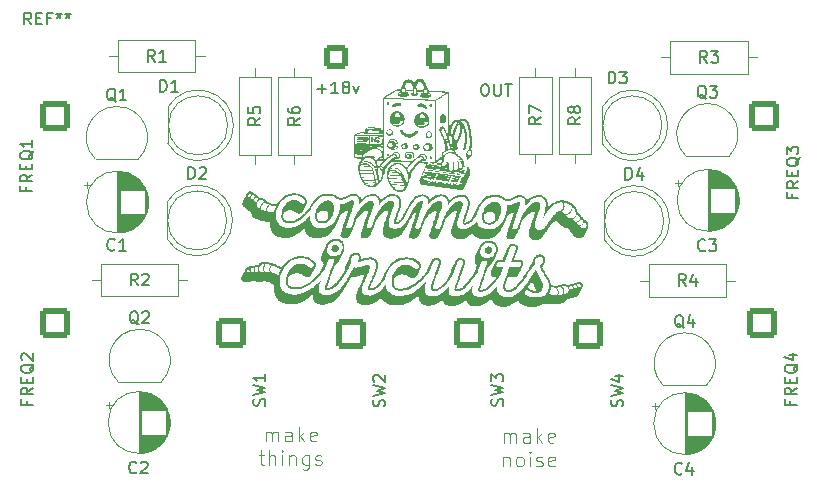
<source format=gto>
G04 #@! TF.GenerationSoftware,KiCad,Pcbnew,(6.0.2-0)*
G04 #@! TF.CreationDate,2025-10-04T10:08:24-04:00*
G04 #@! TF.ProjectId,Quad_Drone,51756164-5f44-4726-9f6e-652e6b696361,rev?*
G04 #@! TF.SameCoordinates,Original*
G04 #@! TF.FileFunction,Legend,Top*
G04 #@! TF.FilePolarity,Positive*
%FSLAX46Y46*%
G04 Gerber Fmt 4.6, Leading zero omitted, Abs format (unit mm)*
G04 Created by KiCad (PCBNEW (6.0.2-0)) date 2025-10-04 10:08:24*
%MOMM*%
%LPD*%
G01*
G04 APERTURE LIST*
G04 Aperture macros list*
%AMRoundRect*
0 Rectangle with rounded corners*
0 $1 Rounding radius*
0 $2 $3 $4 $5 $6 $7 $8 $9 X,Y pos of 4 corners*
0 Add a 4 corners polygon primitive as box body*
4,1,4,$2,$3,$4,$5,$6,$7,$8,$9,$2,$3,0*
0 Add four circle primitives for the rounded corners*
1,1,$1+$1,$2,$3*
1,1,$1+$1,$4,$5*
1,1,$1+$1,$6,$7*
1,1,$1+$1,$8,$9*
0 Add four rect primitives between the rounded corners*
20,1,$1+$1,$2,$3,$4,$5,0*
20,1,$1+$1,$4,$5,$6,$7,0*
20,1,$1+$1,$6,$7,$8,$9,0*
20,1,$1+$1,$8,$9,$2,$3,0*%
G04 Aperture macros list end*
%ADD10C,0.120000*%
%ADD11C,0.150000*%
%ADD12RoundRect,0.250001X-0.799999X-0.799999X0.799999X-0.799999X0.799999X0.799999X-0.799999X0.799999X0*%
%ADD13C,2.100000*%
%ADD14R,1.800000X1.800000*%
%ADD15C,1.800000*%
%ADD16C,2.500000*%
%ADD17R,1.050000X1.500000*%
%ADD18O,1.050000X1.500000*%
%ADD19C,2.550000*%
%ADD20RoundRect,0.249999X-1.025001X1.025001X-1.025001X-1.025001X1.025001X-1.025001X1.025001X1.025001X0*%
%ADD21R,1.600000X1.600000*%
%ADD22C,1.600000*%
%ADD23O,1.600000X1.600000*%
G04 APERTURE END LIST*
D10*
X193257142Y-85109226D02*
X193257142Y-84275892D01*
X193257142Y-84394940D02*
X193316666Y-84335416D01*
X193435714Y-84275892D01*
X193614285Y-84275892D01*
X193733333Y-84335416D01*
X193792857Y-84454464D01*
X193792857Y-85109226D01*
X193792857Y-84454464D02*
X193852380Y-84335416D01*
X193971428Y-84275892D01*
X194150000Y-84275892D01*
X194269047Y-84335416D01*
X194328571Y-84454464D01*
X194328571Y-85109226D01*
X195459523Y-85109226D02*
X195459523Y-84454464D01*
X195400000Y-84335416D01*
X195280952Y-84275892D01*
X195042857Y-84275892D01*
X194923809Y-84335416D01*
X195459523Y-85049702D02*
X195340476Y-85109226D01*
X195042857Y-85109226D01*
X194923809Y-85049702D01*
X194864285Y-84930654D01*
X194864285Y-84811607D01*
X194923809Y-84692559D01*
X195042857Y-84633035D01*
X195340476Y-84633035D01*
X195459523Y-84573511D01*
X196054761Y-85109226D02*
X196054761Y-83859226D01*
X196173809Y-84633035D02*
X196530952Y-85109226D01*
X196530952Y-84275892D02*
X196054761Y-84752083D01*
X197542857Y-85049702D02*
X197423809Y-85109226D01*
X197185714Y-85109226D01*
X197066666Y-85049702D01*
X197007142Y-84930654D01*
X197007142Y-84454464D01*
X197066666Y-84335416D01*
X197185714Y-84275892D01*
X197423809Y-84275892D01*
X197542857Y-84335416D01*
X197602380Y-84454464D01*
X197602380Y-84573511D01*
X197007142Y-84692559D01*
X193227380Y-86288392D02*
X193227380Y-87121726D01*
X193227380Y-86407440D02*
X193286904Y-86347916D01*
X193405952Y-86288392D01*
X193584523Y-86288392D01*
X193703571Y-86347916D01*
X193763095Y-86466964D01*
X193763095Y-87121726D01*
X194536904Y-87121726D02*
X194417857Y-87062202D01*
X194358333Y-87002678D01*
X194298809Y-86883630D01*
X194298809Y-86526488D01*
X194358333Y-86407440D01*
X194417857Y-86347916D01*
X194536904Y-86288392D01*
X194715476Y-86288392D01*
X194834523Y-86347916D01*
X194894047Y-86407440D01*
X194953571Y-86526488D01*
X194953571Y-86883630D01*
X194894047Y-87002678D01*
X194834523Y-87062202D01*
X194715476Y-87121726D01*
X194536904Y-87121726D01*
X195489285Y-87121726D02*
X195489285Y-86288392D01*
X195489285Y-85871726D02*
X195429761Y-85931250D01*
X195489285Y-85990773D01*
X195548809Y-85931250D01*
X195489285Y-85871726D01*
X195489285Y-85990773D01*
X196025000Y-87062202D02*
X196144047Y-87121726D01*
X196382142Y-87121726D01*
X196501190Y-87062202D01*
X196560714Y-86943154D01*
X196560714Y-86883630D01*
X196501190Y-86764583D01*
X196382142Y-86705059D01*
X196203571Y-86705059D01*
X196084523Y-86645535D01*
X196025000Y-86526488D01*
X196025000Y-86466964D01*
X196084523Y-86347916D01*
X196203571Y-86288392D01*
X196382142Y-86288392D01*
X196501190Y-86347916D01*
X197572619Y-87062202D02*
X197453571Y-87121726D01*
X197215476Y-87121726D01*
X197096428Y-87062202D01*
X197036904Y-86943154D01*
X197036904Y-86466964D01*
X197096428Y-86347916D01*
X197215476Y-86288392D01*
X197453571Y-86288392D01*
X197572619Y-86347916D01*
X197632142Y-86466964D01*
X197632142Y-86586011D01*
X197036904Y-86705059D01*
X173107142Y-85009226D02*
X173107142Y-84175892D01*
X173107142Y-84294940D02*
X173166666Y-84235416D01*
X173285714Y-84175892D01*
X173464285Y-84175892D01*
X173583333Y-84235416D01*
X173642857Y-84354464D01*
X173642857Y-85009226D01*
X173642857Y-84354464D02*
X173702380Y-84235416D01*
X173821428Y-84175892D01*
X174000000Y-84175892D01*
X174119047Y-84235416D01*
X174178571Y-84354464D01*
X174178571Y-85009226D01*
X175309523Y-85009226D02*
X175309523Y-84354464D01*
X175250000Y-84235416D01*
X175130952Y-84175892D01*
X174892857Y-84175892D01*
X174773809Y-84235416D01*
X175309523Y-84949702D02*
X175190476Y-85009226D01*
X174892857Y-85009226D01*
X174773809Y-84949702D01*
X174714285Y-84830654D01*
X174714285Y-84711607D01*
X174773809Y-84592559D01*
X174892857Y-84533035D01*
X175190476Y-84533035D01*
X175309523Y-84473511D01*
X175904761Y-85009226D02*
X175904761Y-83759226D01*
X176023809Y-84533035D02*
X176380952Y-85009226D01*
X176380952Y-84175892D02*
X175904761Y-84652083D01*
X177392857Y-84949702D02*
X177273809Y-85009226D01*
X177035714Y-85009226D01*
X176916666Y-84949702D01*
X176857142Y-84830654D01*
X176857142Y-84354464D01*
X176916666Y-84235416D01*
X177035714Y-84175892D01*
X177273809Y-84175892D01*
X177392857Y-84235416D01*
X177452380Y-84354464D01*
X177452380Y-84473511D01*
X176857142Y-84592559D01*
X172511904Y-86188392D02*
X172988095Y-86188392D01*
X172690476Y-85771726D02*
X172690476Y-86843154D01*
X172750000Y-86962202D01*
X172869047Y-87021726D01*
X172988095Y-87021726D01*
X173404761Y-87021726D02*
X173404761Y-85771726D01*
X173940476Y-87021726D02*
X173940476Y-86366964D01*
X173880952Y-86247916D01*
X173761904Y-86188392D01*
X173583333Y-86188392D01*
X173464285Y-86247916D01*
X173404761Y-86307440D01*
X174535714Y-87021726D02*
X174535714Y-86188392D01*
X174535714Y-85771726D02*
X174476190Y-85831250D01*
X174535714Y-85890773D01*
X174595238Y-85831250D01*
X174535714Y-85771726D01*
X174535714Y-85890773D01*
X175130952Y-86188392D02*
X175130952Y-87021726D01*
X175130952Y-86307440D02*
X175190476Y-86247916D01*
X175309523Y-86188392D01*
X175488095Y-86188392D01*
X175607142Y-86247916D01*
X175666666Y-86366964D01*
X175666666Y-87021726D01*
X176797619Y-86188392D02*
X176797619Y-87200297D01*
X176738095Y-87319345D01*
X176678571Y-87378869D01*
X176559523Y-87438392D01*
X176380952Y-87438392D01*
X176261904Y-87378869D01*
X176797619Y-86962202D02*
X176678571Y-87021726D01*
X176440476Y-87021726D01*
X176321428Y-86962202D01*
X176261904Y-86902678D01*
X176202380Y-86783630D01*
X176202380Y-86426488D01*
X176261904Y-86307440D01*
X176321428Y-86247916D01*
X176440476Y-86188392D01*
X176678571Y-86188392D01*
X176797619Y-86247916D01*
X177333333Y-86962202D02*
X177452380Y-87021726D01*
X177690476Y-87021726D01*
X177809523Y-86962202D01*
X177869047Y-86843154D01*
X177869047Y-86783630D01*
X177809523Y-86664583D01*
X177690476Y-86605059D01*
X177511904Y-86605059D01*
X177392857Y-86545535D01*
X177333333Y-86426488D01*
X177333333Y-86366964D01*
X177392857Y-86247916D01*
X177511904Y-86188392D01*
X177690476Y-86188392D01*
X177809523Y-86247916D01*
D11*
X191600000Y-54752380D02*
X191790476Y-54752380D01*
X191885714Y-54800000D01*
X191980952Y-54895238D01*
X192028571Y-55085714D01*
X192028571Y-55419047D01*
X191980952Y-55609523D01*
X191885714Y-55704761D01*
X191790476Y-55752380D01*
X191600000Y-55752380D01*
X191504761Y-55704761D01*
X191409523Y-55609523D01*
X191361904Y-55419047D01*
X191361904Y-55085714D01*
X191409523Y-54895238D01*
X191504761Y-54800000D01*
X191600000Y-54752380D01*
X192457142Y-54752380D02*
X192457142Y-55561904D01*
X192504761Y-55657142D01*
X192552380Y-55704761D01*
X192647619Y-55752380D01*
X192838095Y-55752380D01*
X192933333Y-55704761D01*
X192980952Y-55657142D01*
X193028571Y-55561904D01*
X193028571Y-54752380D01*
X193361904Y-54752380D02*
X193933333Y-54752380D01*
X193647619Y-55752380D02*
X193647619Y-54752380D01*
X177485714Y-55171428D02*
X178247619Y-55171428D01*
X177866666Y-55552380D02*
X177866666Y-54790476D01*
X179247619Y-55552380D02*
X178676190Y-55552380D01*
X178961904Y-55552380D02*
X178961904Y-54552380D01*
X178866666Y-54695238D01*
X178771428Y-54790476D01*
X178676190Y-54838095D01*
X179819047Y-54980952D02*
X179723809Y-54933333D01*
X179676190Y-54885714D01*
X179628571Y-54790476D01*
X179628571Y-54742857D01*
X179676190Y-54647619D01*
X179723809Y-54600000D01*
X179819047Y-54552380D01*
X180009523Y-54552380D01*
X180104761Y-54600000D01*
X180152380Y-54647619D01*
X180200000Y-54742857D01*
X180200000Y-54790476D01*
X180152380Y-54885714D01*
X180104761Y-54933333D01*
X180009523Y-54980952D01*
X179819047Y-54980952D01*
X179723809Y-55028571D01*
X179676190Y-55076190D01*
X179628571Y-55171428D01*
X179628571Y-55361904D01*
X179676190Y-55457142D01*
X179723809Y-55504761D01*
X179819047Y-55552380D01*
X180009523Y-55552380D01*
X180104761Y-55504761D01*
X180152380Y-55457142D01*
X180200000Y-55361904D01*
X180200000Y-55171428D01*
X180152380Y-55076190D01*
X180104761Y-55028571D01*
X180009523Y-54980952D01*
X180533333Y-54885714D02*
X180771428Y-55552380D01*
X181009523Y-54885714D01*
X203581904Y-62842380D02*
X203581904Y-61842380D01*
X203820000Y-61842380D01*
X203962857Y-61890000D01*
X204058095Y-61985238D01*
X204105714Y-62080476D01*
X204153333Y-62270952D01*
X204153333Y-62413809D01*
X204105714Y-62604285D01*
X204058095Y-62699523D01*
X203962857Y-62794761D01*
X203820000Y-62842380D01*
X203581904Y-62842380D01*
X205010476Y-62175714D02*
X205010476Y-62842380D01*
X204772380Y-61794761D02*
X204534285Y-62509047D01*
X205153333Y-62509047D01*
X202161904Y-54702380D02*
X202161904Y-53702380D01*
X202400000Y-53702380D01*
X202542857Y-53750000D01*
X202638095Y-53845238D01*
X202685714Y-53940476D01*
X202733333Y-54130952D01*
X202733333Y-54273809D01*
X202685714Y-54464285D01*
X202638095Y-54559523D01*
X202542857Y-54654761D01*
X202400000Y-54702380D01*
X202161904Y-54702380D01*
X203066666Y-53702380D02*
X203685714Y-53702380D01*
X203352380Y-54083333D01*
X203495238Y-54083333D01*
X203590476Y-54130952D01*
X203638095Y-54178571D01*
X203685714Y-54273809D01*
X203685714Y-54511904D01*
X203638095Y-54607142D01*
X203590476Y-54654761D01*
X203495238Y-54702380D01*
X203209523Y-54702380D01*
X203114285Y-54654761D01*
X203066666Y-54607142D01*
X166581904Y-62792380D02*
X166581904Y-61792380D01*
X166820000Y-61792380D01*
X166962857Y-61840000D01*
X167058095Y-61935238D01*
X167105714Y-62030476D01*
X167153333Y-62220952D01*
X167153333Y-62363809D01*
X167105714Y-62554285D01*
X167058095Y-62649523D01*
X166962857Y-62744761D01*
X166820000Y-62792380D01*
X166581904Y-62792380D01*
X167534285Y-61887619D02*
X167581904Y-61840000D01*
X167677142Y-61792380D01*
X167915238Y-61792380D01*
X168010476Y-61840000D01*
X168058095Y-61887619D01*
X168105714Y-61982857D01*
X168105714Y-62078095D01*
X168058095Y-62220952D01*
X167486666Y-62792380D01*
X168105714Y-62792380D01*
X164161904Y-55402380D02*
X164161904Y-54402380D01*
X164400000Y-54402380D01*
X164542857Y-54450000D01*
X164638095Y-54545238D01*
X164685714Y-54640476D01*
X164733333Y-54830952D01*
X164733333Y-54973809D01*
X164685714Y-55164285D01*
X164638095Y-55259523D01*
X164542857Y-55354761D01*
X164400000Y-55402380D01*
X164161904Y-55402380D01*
X165685714Y-55402380D02*
X165114285Y-55402380D01*
X165400000Y-55402380D02*
X165400000Y-54402380D01*
X165304761Y-54545238D01*
X165209523Y-54640476D01*
X165114285Y-54688095D01*
X153266666Y-49702380D02*
X152933333Y-49226190D01*
X152695238Y-49702380D02*
X152695238Y-48702380D01*
X153076190Y-48702380D01*
X153171428Y-48750000D01*
X153219047Y-48797619D01*
X153266666Y-48892857D01*
X153266666Y-49035714D01*
X153219047Y-49130952D01*
X153171428Y-49178571D01*
X153076190Y-49226190D01*
X152695238Y-49226190D01*
X153695238Y-49178571D02*
X154028571Y-49178571D01*
X154171428Y-49702380D02*
X153695238Y-49702380D01*
X153695238Y-48702380D01*
X154171428Y-48702380D01*
X154933333Y-49178571D02*
X154600000Y-49178571D01*
X154600000Y-49702380D02*
X154600000Y-48702380D01*
X155076190Y-48702380D01*
X155600000Y-48702380D02*
X155600000Y-48940476D01*
X155361904Y-48845238D02*
X155600000Y-48940476D01*
X155838095Y-48845238D01*
X155457142Y-49130952D02*
X155600000Y-48940476D01*
X155742857Y-49130952D01*
X156361904Y-48702380D02*
X156361904Y-48940476D01*
X156123809Y-48845238D02*
X156361904Y-48940476D01*
X156600000Y-48845238D01*
X156219047Y-49130952D02*
X156361904Y-48940476D01*
X156504761Y-49130952D01*
X208504761Y-75397619D02*
X208409523Y-75350000D01*
X208314285Y-75254761D01*
X208171428Y-75111904D01*
X208076190Y-75064285D01*
X207980952Y-75064285D01*
X208028571Y-75302380D02*
X207933333Y-75254761D01*
X207838095Y-75159523D01*
X207790476Y-74969047D01*
X207790476Y-74635714D01*
X207838095Y-74445238D01*
X207933333Y-74350000D01*
X208028571Y-74302380D01*
X208219047Y-74302380D01*
X208314285Y-74350000D01*
X208409523Y-74445238D01*
X208457142Y-74635714D01*
X208457142Y-74969047D01*
X208409523Y-75159523D01*
X208314285Y-75254761D01*
X208219047Y-75302380D01*
X208028571Y-75302380D01*
X209314285Y-74635714D02*
X209314285Y-75302380D01*
X209076190Y-74254761D02*
X208838095Y-74969047D01*
X209457142Y-74969047D01*
X210424761Y-55987619D02*
X210329523Y-55940000D01*
X210234285Y-55844761D01*
X210091428Y-55701904D01*
X209996190Y-55654285D01*
X209900952Y-55654285D01*
X209948571Y-55892380D02*
X209853333Y-55844761D01*
X209758095Y-55749523D01*
X209710476Y-55559047D01*
X209710476Y-55225714D01*
X209758095Y-55035238D01*
X209853333Y-54940000D01*
X209948571Y-54892380D01*
X210139047Y-54892380D01*
X210234285Y-54940000D01*
X210329523Y-55035238D01*
X210377142Y-55225714D01*
X210377142Y-55559047D01*
X210329523Y-55749523D01*
X210234285Y-55844761D01*
X210139047Y-55892380D01*
X209948571Y-55892380D01*
X210710476Y-54892380D02*
X211329523Y-54892380D01*
X210996190Y-55273333D01*
X211139047Y-55273333D01*
X211234285Y-55320952D01*
X211281904Y-55368571D01*
X211329523Y-55463809D01*
X211329523Y-55701904D01*
X211281904Y-55797142D01*
X211234285Y-55844761D01*
X211139047Y-55892380D01*
X210853333Y-55892380D01*
X210758095Y-55844761D01*
X210710476Y-55797142D01*
X162354761Y-75097619D02*
X162259523Y-75050000D01*
X162164285Y-74954761D01*
X162021428Y-74811904D01*
X161926190Y-74764285D01*
X161830952Y-74764285D01*
X161878571Y-75002380D02*
X161783333Y-74954761D01*
X161688095Y-74859523D01*
X161640476Y-74669047D01*
X161640476Y-74335714D01*
X161688095Y-74145238D01*
X161783333Y-74050000D01*
X161878571Y-74002380D01*
X162069047Y-74002380D01*
X162164285Y-74050000D01*
X162259523Y-74145238D01*
X162307142Y-74335714D01*
X162307142Y-74669047D01*
X162259523Y-74859523D01*
X162164285Y-74954761D01*
X162069047Y-75002380D01*
X161878571Y-75002380D01*
X162688095Y-74097619D02*
X162735714Y-74050000D01*
X162830952Y-74002380D01*
X163069047Y-74002380D01*
X163164285Y-74050000D01*
X163211904Y-74097619D01*
X163259523Y-74192857D01*
X163259523Y-74288095D01*
X163211904Y-74430952D01*
X162640476Y-75002380D01*
X163259523Y-75002380D01*
X160424761Y-56237619D02*
X160329523Y-56190000D01*
X160234285Y-56094761D01*
X160091428Y-55951904D01*
X159996190Y-55904285D01*
X159900952Y-55904285D01*
X159948571Y-56142380D02*
X159853333Y-56094761D01*
X159758095Y-55999523D01*
X159710476Y-55809047D01*
X159710476Y-55475714D01*
X159758095Y-55285238D01*
X159853333Y-55190000D01*
X159948571Y-55142380D01*
X160139047Y-55142380D01*
X160234285Y-55190000D01*
X160329523Y-55285238D01*
X160377142Y-55475714D01*
X160377142Y-55809047D01*
X160329523Y-55999523D01*
X160234285Y-56094761D01*
X160139047Y-56142380D01*
X159948571Y-56142380D01*
X161329523Y-56142380D02*
X160758095Y-56142380D01*
X161043809Y-56142380D02*
X161043809Y-55142380D01*
X160948571Y-55285238D01*
X160853333Y-55380476D01*
X160758095Y-55428095D01*
X152828571Y-63509523D02*
X152828571Y-63842857D01*
X153352380Y-63842857D02*
X152352380Y-63842857D01*
X152352380Y-63366666D01*
X153352380Y-62414285D02*
X152876190Y-62747619D01*
X153352380Y-62985714D02*
X152352380Y-62985714D01*
X152352380Y-62604761D01*
X152400000Y-62509523D01*
X152447619Y-62461904D01*
X152542857Y-62414285D01*
X152685714Y-62414285D01*
X152780952Y-62461904D01*
X152828571Y-62509523D01*
X152876190Y-62604761D01*
X152876190Y-62985714D01*
X152828571Y-61985714D02*
X152828571Y-61652380D01*
X153352380Y-61509523D02*
X153352380Y-61985714D01*
X152352380Y-61985714D01*
X152352380Y-61509523D01*
X153447619Y-60414285D02*
X153400000Y-60509523D01*
X153304761Y-60604761D01*
X153161904Y-60747619D01*
X153114285Y-60842857D01*
X153114285Y-60938095D01*
X153352380Y-60890476D02*
X153304761Y-60985714D01*
X153209523Y-61080952D01*
X153019047Y-61128571D01*
X152685714Y-61128571D01*
X152495238Y-61080952D01*
X152400000Y-60985714D01*
X152352380Y-60890476D01*
X152352380Y-60700000D01*
X152400000Y-60604761D01*
X152495238Y-60509523D01*
X152685714Y-60461904D01*
X153019047Y-60461904D01*
X153209523Y-60509523D01*
X153304761Y-60604761D01*
X153352380Y-60700000D01*
X153352380Y-60890476D01*
X153352380Y-59509523D02*
X153352380Y-60080952D01*
X153352380Y-59795238D02*
X152352380Y-59795238D01*
X152495238Y-59890476D01*
X152590476Y-59985714D01*
X152638095Y-60080952D01*
X152878571Y-81559523D02*
X152878571Y-81892857D01*
X153402380Y-81892857D02*
X152402380Y-81892857D01*
X152402380Y-81416666D01*
X153402380Y-80464285D02*
X152926190Y-80797619D01*
X153402380Y-81035714D02*
X152402380Y-81035714D01*
X152402380Y-80654761D01*
X152450000Y-80559523D01*
X152497619Y-80511904D01*
X152592857Y-80464285D01*
X152735714Y-80464285D01*
X152830952Y-80511904D01*
X152878571Y-80559523D01*
X152926190Y-80654761D01*
X152926190Y-81035714D01*
X152878571Y-80035714D02*
X152878571Y-79702380D01*
X153402380Y-79559523D02*
X153402380Y-80035714D01*
X152402380Y-80035714D01*
X152402380Y-79559523D01*
X153497619Y-78464285D02*
X153450000Y-78559523D01*
X153354761Y-78654761D01*
X153211904Y-78797619D01*
X153164285Y-78892857D01*
X153164285Y-78988095D01*
X153402380Y-78940476D02*
X153354761Y-79035714D01*
X153259523Y-79130952D01*
X153069047Y-79178571D01*
X152735714Y-79178571D01*
X152545238Y-79130952D01*
X152450000Y-79035714D01*
X152402380Y-78940476D01*
X152402380Y-78750000D01*
X152450000Y-78654761D01*
X152545238Y-78559523D01*
X152735714Y-78511904D01*
X153069047Y-78511904D01*
X153259523Y-78559523D01*
X153354761Y-78654761D01*
X153402380Y-78750000D01*
X153402380Y-78940476D01*
X152497619Y-78130952D02*
X152450000Y-78083333D01*
X152402380Y-77988095D01*
X152402380Y-77750000D01*
X152450000Y-77654761D01*
X152497619Y-77607142D01*
X152592857Y-77559523D01*
X152688095Y-77559523D01*
X152830952Y-77607142D01*
X153402380Y-78178571D01*
X153402380Y-77559523D01*
X217698571Y-64059523D02*
X217698571Y-64392857D01*
X218222380Y-64392857D02*
X217222380Y-64392857D01*
X217222380Y-63916666D01*
X218222380Y-62964285D02*
X217746190Y-63297619D01*
X218222380Y-63535714D02*
X217222380Y-63535714D01*
X217222380Y-63154761D01*
X217270000Y-63059523D01*
X217317619Y-63011904D01*
X217412857Y-62964285D01*
X217555714Y-62964285D01*
X217650952Y-63011904D01*
X217698571Y-63059523D01*
X217746190Y-63154761D01*
X217746190Y-63535714D01*
X217698571Y-62535714D02*
X217698571Y-62202380D01*
X218222380Y-62059523D02*
X218222380Y-62535714D01*
X217222380Y-62535714D01*
X217222380Y-62059523D01*
X218317619Y-60964285D02*
X218270000Y-61059523D01*
X218174761Y-61154761D01*
X218031904Y-61297619D01*
X217984285Y-61392857D01*
X217984285Y-61488095D01*
X218222380Y-61440476D02*
X218174761Y-61535714D01*
X218079523Y-61630952D01*
X217889047Y-61678571D01*
X217555714Y-61678571D01*
X217365238Y-61630952D01*
X217270000Y-61535714D01*
X217222380Y-61440476D01*
X217222380Y-61250000D01*
X217270000Y-61154761D01*
X217365238Y-61059523D01*
X217555714Y-61011904D01*
X217889047Y-61011904D01*
X218079523Y-61059523D01*
X218174761Y-61154761D01*
X218222380Y-61250000D01*
X218222380Y-61440476D01*
X217222380Y-60678571D02*
X217222380Y-60059523D01*
X217603333Y-60392857D01*
X217603333Y-60250000D01*
X217650952Y-60154761D01*
X217698571Y-60107142D01*
X217793809Y-60059523D01*
X218031904Y-60059523D01*
X218127142Y-60107142D01*
X218174761Y-60154761D01*
X218222380Y-60250000D01*
X218222380Y-60535714D01*
X218174761Y-60630952D01*
X218127142Y-60678571D01*
X217548571Y-81559523D02*
X217548571Y-81892857D01*
X218072380Y-81892857D02*
X217072380Y-81892857D01*
X217072380Y-81416666D01*
X218072380Y-80464285D02*
X217596190Y-80797619D01*
X218072380Y-81035714D02*
X217072380Y-81035714D01*
X217072380Y-80654761D01*
X217120000Y-80559523D01*
X217167619Y-80511904D01*
X217262857Y-80464285D01*
X217405714Y-80464285D01*
X217500952Y-80511904D01*
X217548571Y-80559523D01*
X217596190Y-80654761D01*
X217596190Y-81035714D01*
X217548571Y-80035714D02*
X217548571Y-79702380D01*
X218072380Y-79559523D02*
X218072380Y-80035714D01*
X217072380Y-80035714D01*
X217072380Y-79559523D01*
X218167619Y-78464285D02*
X218120000Y-78559523D01*
X218024761Y-78654761D01*
X217881904Y-78797619D01*
X217834285Y-78892857D01*
X217834285Y-78988095D01*
X218072380Y-78940476D02*
X218024761Y-79035714D01*
X217929523Y-79130952D01*
X217739047Y-79178571D01*
X217405714Y-79178571D01*
X217215238Y-79130952D01*
X217120000Y-79035714D01*
X217072380Y-78940476D01*
X217072380Y-78750000D01*
X217120000Y-78654761D01*
X217215238Y-78559523D01*
X217405714Y-78511904D01*
X217739047Y-78511904D01*
X217929523Y-78559523D01*
X218024761Y-78654761D01*
X218072380Y-78750000D01*
X218072380Y-78940476D01*
X217405714Y-77654761D02*
X218072380Y-77654761D01*
X217024761Y-77892857D02*
X217739047Y-78130952D01*
X217739047Y-77511904D01*
X193174761Y-81983333D02*
X193222380Y-81840476D01*
X193222380Y-81602380D01*
X193174761Y-81507142D01*
X193127142Y-81459523D01*
X193031904Y-81411904D01*
X192936666Y-81411904D01*
X192841428Y-81459523D01*
X192793809Y-81507142D01*
X192746190Y-81602380D01*
X192698571Y-81792857D01*
X192650952Y-81888095D01*
X192603333Y-81935714D01*
X192508095Y-81983333D01*
X192412857Y-81983333D01*
X192317619Y-81935714D01*
X192270000Y-81888095D01*
X192222380Y-81792857D01*
X192222380Y-81554761D01*
X192270000Y-81411904D01*
X192222380Y-81078571D02*
X193222380Y-80840476D01*
X192508095Y-80650000D01*
X193222380Y-80459523D01*
X192222380Y-80221428D01*
X192222380Y-79935714D02*
X192222380Y-79316666D01*
X192603333Y-79650000D01*
X192603333Y-79507142D01*
X192650952Y-79411904D01*
X192698571Y-79364285D01*
X192793809Y-79316666D01*
X193031904Y-79316666D01*
X193127142Y-79364285D01*
X193174761Y-79411904D01*
X193222380Y-79507142D01*
X193222380Y-79792857D01*
X193174761Y-79888095D01*
X193127142Y-79935714D01*
X173024761Y-81983333D02*
X173072380Y-81840476D01*
X173072380Y-81602380D01*
X173024761Y-81507142D01*
X172977142Y-81459523D01*
X172881904Y-81411904D01*
X172786666Y-81411904D01*
X172691428Y-81459523D01*
X172643809Y-81507142D01*
X172596190Y-81602380D01*
X172548571Y-81792857D01*
X172500952Y-81888095D01*
X172453333Y-81935714D01*
X172358095Y-81983333D01*
X172262857Y-81983333D01*
X172167619Y-81935714D01*
X172120000Y-81888095D01*
X172072380Y-81792857D01*
X172072380Y-81554761D01*
X172120000Y-81411904D01*
X172072380Y-81078571D02*
X173072380Y-80840476D01*
X172358095Y-80650000D01*
X173072380Y-80459523D01*
X172072380Y-80221428D01*
X173072380Y-79316666D02*
X173072380Y-79888095D01*
X173072380Y-79602380D02*
X172072380Y-79602380D01*
X172215238Y-79697619D01*
X172310476Y-79792857D01*
X172358095Y-79888095D01*
X183174761Y-82033333D02*
X183222380Y-81890476D01*
X183222380Y-81652380D01*
X183174761Y-81557142D01*
X183127142Y-81509523D01*
X183031904Y-81461904D01*
X182936666Y-81461904D01*
X182841428Y-81509523D01*
X182793809Y-81557142D01*
X182746190Y-81652380D01*
X182698571Y-81842857D01*
X182650952Y-81938095D01*
X182603333Y-81985714D01*
X182508095Y-82033333D01*
X182412857Y-82033333D01*
X182317619Y-81985714D01*
X182270000Y-81938095D01*
X182222380Y-81842857D01*
X182222380Y-81604761D01*
X182270000Y-81461904D01*
X182222380Y-81128571D02*
X183222380Y-80890476D01*
X182508095Y-80700000D01*
X183222380Y-80509523D01*
X182222380Y-80271428D01*
X182317619Y-79938095D02*
X182270000Y-79890476D01*
X182222380Y-79795238D01*
X182222380Y-79557142D01*
X182270000Y-79461904D01*
X182317619Y-79414285D01*
X182412857Y-79366666D01*
X182508095Y-79366666D01*
X182650952Y-79414285D01*
X183222380Y-79985714D01*
X183222380Y-79366666D01*
X203324761Y-82033333D02*
X203372380Y-81890476D01*
X203372380Y-81652380D01*
X203324761Y-81557142D01*
X203277142Y-81509523D01*
X203181904Y-81461904D01*
X203086666Y-81461904D01*
X202991428Y-81509523D01*
X202943809Y-81557142D01*
X202896190Y-81652380D01*
X202848571Y-81842857D01*
X202800952Y-81938095D01*
X202753333Y-81985714D01*
X202658095Y-82033333D01*
X202562857Y-82033333D01*
X202467619Y-81985714D01*
X202420000Y-81938095D01*
X202372380Y-81842857D01*
X202372380Y-81604761D01*
X202420000Y-81461904D01*
X202372380Y-81128571D02*
X203372380Y-80890476D01*
X202658095Y-80700000D01*
X203372380Y-80509523D01*
X202372380Y-80271428D01*
X202705714Y-79461904D02*
X203372380Y-79461904D01*
X202324761Y-79700000D02*
X203039047Y-79938095D01*
X203039047Y-79319047D01*
X210333333Y-68807142D02*
X210285714Y-68854761D01*
X210142857Y-68902380D01*
X210047619Y-68902380D01*
X209904761Y-68854761D01*
X209809523Y-68759523D01*
X209761904Y-68664285D01*
X209714285Y-68473809D01*
X209714285Y-68330952D01*
X209761904Y-68140476D01*
X209809523Y-68045238D01*
X209904761Y-67950000D01*
X210047619Y-67902380D01*
X210142857Y-67902380D01*
X210285714Y-67950000D01*
X210333333Y-67997619D01*
X210666666Y-67902380D02*
X211285714Y-67902380D01*
X210952380Y-68283333D01*
X211095238Y-68283333D01*
X211190476Y-68330952D01*
X211238095Y-68378571D01*
X211285714Y-68473809D01*
X211285714Y-68711904D01*
X211238095Y-68807142D01*
X211190476Y-68854761D01*
X211095238Y-68902380D01*
X210809523Y-68902380D01*
X210714285Y-68854761D01*
X210666666Y-68807142D01*
X210483333Y-52952380D02*
X210150000Y-52476190D01*
X209911904Y-52952380D02*
X209911904Y-51952380D01*
X210292857Y-51952380D01*
X210388095Y-52000000D01*
X210435714Y-52047619D01*
X210483333Y-52142857D01*
X210483333Y-52285714D01*
X210435714Y-52380952D01*
X210388095Y-52428571D01*
X210292857Y-52476190D01*
X209911904Y-52476190D01*
X210816666Y-51952380D02*
X211435714Y-51952380D01*
X211102380Y-52333333D01*
X211245238Y-52333333D01*
X211340476Y-52380952D01*
X211388095Y-52428571D01*
X211435714Y-52523809D01*
X211435714Y-52761904D01*
X211388095Y-52857142D01*
X211340476Y-52904761D01*
X211245238Y-52952380D01*
X210959523Y-52952380D01*
X210864285Y-52904761D01*
X210816666Y-52857142D01*
X160333333Y-68757142D02*
X160285714Y-68804761D01*
X160142857Y-68852380D01*
X160047619Y-68852380D01*
X159904761Y-68804761D01*
X159809523Y-68709523D01*
X159761904Y-68614285D01*
X159714285Y-68423809D01*
X159714285Y-68280952D01*
X159761904Y-68090476D01*
X159809523Y-67995238D01*
X159904761Y-67900000D01*
X160047619Y-67852380D01*
X160142857Y-67852380D01*
X160285714Y-67900000D01*
X160333333Y-67947619D01*
X161285714Y-68852380D02*
X160714285Y-68852380D01*
X161000000Y-68852380D02*
X161000000Y-67852380D01*
X160904761Y-67995238D01*
X160809523Y-68090476D01*
X160714285Y-68138095D01*
X163733333Y-52852380D02*
X163400000Y-52376190D01*
X163161904Y-52852380D02*
X163161904Y-51852380D01*
X163542857Y-51852380D01*
X163638095Y-51900000D01*
X163685714Y-51947619D01*
X163733333Y-52042857D01*
X163733333Y-52185714D01*
X163685714Y-52280952D01*
X163638095Y-52328571D01*
X163542857Y-52376190D01*
X163161904Y-52376190D01*
X164685714Y-52852380D02*
X164114285Y-52852380D01*
X164400000Y-52852380D02*
X164400000Y-51852380D01*
X164304761Y-51995238D01*
X164209523Y-52090476D01*
X164114285Y-52138095D01*
X162283333Y-71802380D02*
X161950000Y-71326190D01*
X161711904Y-71802380D02*
X161711904Y-70802380D01*
X162092857Y-70802380D01*
X162188095Y-70850000D01*
X162235714Y-70897619D01*
X162283333Y-70992857D01*
X162283333Y-71135714D01*
X162235714Y-71230952D01*
X162188095Y-71278571D01*
X162092857Y-71326190D01*
X161711904Y-71326190D01*
X162664285Y-70897619D02*
X162711904Y-70850000D01*
X162807142Y-70802380D01*
X163045238Y-70802380D01*
X163140476Y-70850000D01*
X163188095Y-70897619D01*
X163235714Y-70992857D01*
X163235714Y-71088095D01*
X163188095Y-71230952D01*
X162616666Y-71802380D01*
X163235714Y-71802380D01*
X172652380Y-57616666D02*
X172176190Y-57950000D01*
X172652380Y-58188095D02*
X171652380Y-58188095D01*
X171652380Y-57807142D01*
X171700000Y-57711904D01*
X171747619Y-57664285D01*
X171842857Y-57616666D01*
X171985714Y-57616666D01*
X172080952Y-57664285D01*
X172128571Y-57711904D01*
X172176190Y-57807142D01*
X172176190Y-58188095D01*
X171652380Y-56711904D02*
X171652380Y-57188095D01*
X172128571Y-57235714D01*
X172080952Y-57188095D01*
X172033333Y-57092857D01*
X172033333Y-56854761D01*
X172080952Y-56759523D01*
X172128571Y-56711904D01*
X172223809Y-56664285D01*
X172461904Y-56664285D01*
X172557142Y-56711904D01*
X172604761Y-56759523D01*
X172652380Y-56854761D01*
X172652380Y-57092857D01*
X172604761Y-57188095D01*
X172557142Y-57235714D01*
X162163333Y-87617142D02*
X162115714Y-87664761D01*
X161972857Y-87712380D01*
X161877619Y-87712380D01*
X161734761Y-87664761D01*
X161639523Y-87569523D01*
X161591904Y-87474285D01*
X161544285Y-87283809D01*
X161544285Y-87140952D01*
X161591904Y-86950476D01*
X161639523Y-86855238D01*
X161734761Y-86760000D01*
X161877619Y-86712380D01*
X161972857Y-86712380D01*
X162115714Y-86760000D01*
X162163333Y-86807619D01*
X162544285Y-86807619D02*
X162591904Y-86760000D01*
X162687142Y-86712380D01*
X162925238Y-86712380D01*
X163020476Y-86760000D01*
X163068095Y-86807619D01*
X163115714Y-86902857D01*
X163115714Y-86998095D01*
X163068095Y-87140952D01*
X162496666Y-87712380D01*
X163115714Y-87712380D01*
X196402380Y-57566666D02*
X195926190Y-57900000D01*
X196402380Y-58138095D02*
X195402380Y-58138095D01*
X195402380Y-57757142D01*
X195450000Y-57661904D01*
X195497619Y-57614285D01*
X195592857Y-57566666D01*
X195735714Y-57566666D01*
X195830952Y-57614285D01*
X195878571Y-57661904D01*
X195926190Y-57757142D01*
X195926190Y-58138095D01*
X195402380Y-57233333D02*
X195402380Y-56566666D01*
X196402380Y-56995238D01*
X176002380Y-57616666D02*
X175526190Y-57950000D01*
X176002380Y-58188095D02*
X175002380Y-58188095D01*
X175002380Y-57807142D01*
X175050000Y-57711904D01*
X175097619Y-57664285D01*
X175192857Y-57616666D01*
X175335714Y-57616666D01*
X175430952Y-57664285D01*
X175478571Y-57711904D01*
X175526190Y-57807142D01*
X175526190Y-58188095D01*
X175002380Y-56759523D02*
X175002380Y-56950000D01*
X175050000Y-57045238D01*
X175097619Y-57092857D01*
X175240476Y-57188095D01*
X175430952Y-57235714D01*
X175811904Y-57235714D01*
X175907142Y-57188095D01*
X175954761Y-57140476D01*
X176002380Y-57045238D01*
X176002380Y-56854761D01*
X175954761Y-56759523D01*
X175907142Y-56711904D01*
X175811904Y-56664285D01*
X175573809Y-56664285D01*
X175478571Y-56711904D01*
X175430952Y-56759523D01*
X175383333Y-56854761D01*
X175383333Y-57045238D01*
X175430952Y-57140476D01*
X175478571Y-57188095D01*
X175573809Y-57235714D01*
X208683333Y-71852380D02*
X208350000Y-71376190D01*
X208111904Y-71852380D02*
X208111904Y-70852380D01*
X208492857Y-70852380D01*
X208588095Y-70900000D01*
X208635714Y-70947619D01*
X208683333Y-71042857D01*
X208683333Y-71185714D01*
X208635714Y-71280952D01*
X208588095Y-71328571D01*
X208492857Y-71376190D01*
X208111904Y-71376190D01*
X209540476Y-71185714D02*
X209540476Y-71852380D01*
X209302380Y-70804761D02*
X209064285Y-71519047D01*
X209683333Y-71519047D01*
X199752380Y-57566666D02*
X199276190Y-57900000D01*
X199752380Y-58138095D02*
X198752380Y-58138095D01*
X198752380Y-57757142D01*
X198800000Y-57661904D01*
X198847619Y-57614285D01*
X198942857Y-57566666D01*
X199085714Y-57566666D01*
X199180952Y-57614285D01*
X199228571Y-57661904D01*
X199276190Y-57757142D01*
X199276190Y-58138095D01*
X199180952Y-56995238D02*
X199133333Y-57090476D01*
X199085714Y-57138095D01*
X198990476Y-57185714D01*
X198942857Y-57185714D01*
X198847619Y-57138095D01*
X198800000Y-57090476D01*
X198752380Y-56995238D01*
X198752380Y-56804761D01*
X198800000Y-56709523D01*
X198847619Y-56661904D01*
X198942857Y-56614285D01*
X198990476Y-56614285D01*
X199085714Y-56661904D01*
X199133333Y-56709523D01*
X199180952Y-56804761D01*
X199180952Y-56995238D01*
X199228571Y-57090476D01*
X199276190Y-57138095D01*
X199371428Y-57185714D01*
X199561904Y-57185714D01*
X199657142Y-57138095D01*
X199704761Y-57090476D01*
X199752380Y-56995238D01*
X199752380Y-56804761D01*
X199704761Y-56709523D01*
X199657142Y-56661904D01*
X199561904Y-56614285D01*
X199371428Y-56614285D01*
X199276190Y-56661904D01*
X199228571Y-56709523D01*
X199180952Y-56804761D01*
X208363333Y-87717142D02*
X208315714Y-87764761D01*
X208172857Y-87812380D01*
X208077619Y-87812380D01*
X207934761Y-87764761D01*
X207839523Y-87669523D01*
X207791904Y-87574285D01*
X207744285Y-87383809D01*
X207744285Y-87240952D01*
X207791904Y-87050476D01*
X207839523Y-86955238D01*
X207934761Y-86860000D01*
X208077619Y-86812380D01*
X208172857Y-86812380D01*
X208315714Y-86860000D01*
X208363333Y-86907619D01*
X209220476Y-87145714D02*
X209220476Y-87812380D01*
X208982380Y-86764761D02*
X208744285Y-87479047D01*
X209363333Y-87479047D01*
G36*
X179054263Y-68349839D02*
G01*
X179122940Y-68365702D01*
X179185224Y-68395927D01*
X179237570Y-68440110D01*
X179274159Y-68493245D01*
X179294464Y-68553820D01*
X179301256Y-68623616D01*
X179294923Y-68695672D01*
X179275855Y-68763024D01*
X179256969Y-68800735D01*
X179215319Y-68855306D01*
X179164553Y-68902160D01*
X179111078Y-68935676D01*
X179095914Y-68942122D01*
X179040688Y-68956260D01*
X178977288Y-68962472D01*
X178914659Y-68960510D01*
X178861743Y-68950126D01*
X178857648Y-68948729D01*
X178794108Y-68914920D01*
X178741425Y-68863643D01*
X178714373Y-68822375D01*
X178698111Y-68789274D01*
X178688974Y-68759348D01*
X178685107Y-68723984D01*
X178684574Y-68683971D01*
X178694453Y-68598277D01*
X178723320Y-68521960D01*
X178771770Y-68453581D01*
X178786548Y-68438022D01*
X178845337Y-68392427D01*
X178911916Y-68362800D01*
X178982740Y-68348737D01*
X179054263Y-68349839D01*
G37*
G36*
X177331812Y-65722944D02*
G01*
X177363425Y-65570609D01*
X177409619Y-65420854D01*
X177469022Y-65276510D01*
X177540264Y-65140403D01*
X177621972Y-65015364D01*
X177712774Y-64904220D01*
X177811300Y-64809801D01*
X177846015Y-64782237D01*
X177940445Y-64717120D01*
X178030290Y-64669000D01*
X178120944Y-64636015D01*
X178217799Y-64616303D01*
X178326246Y-64608001D01*
X178351890Y-64607523D01*
X178414499Y-64607747D01*
X178462520Y-64610333D01*
X178502638Y-64616011D01*
X178541538Y-64625511D01*
X178555859Y-64629799D01*
X178652454Y-64669865D01*
X178734693Y-64725706D01*
X178802524Y-64797264D01*
X178855894Y-64884484D01*
X178894748Y-64987308D01*
X178897057Y-64995579D01*
X178907935Y-65053099D01*
X178914397Y-65125847D01*
X178916494Y-65208187D01*
X178914281Y-65294485D01*
X178907809Y-65379105D01*
X178897132Y-65456414D01*
X178892492Y-65480323D01*
X178849143Y-65645350D01*
X178790123Y-65808915D01*
X178717921Y-65964971D01*
X178635026Y-66107466D01*
X178633548Y-66109723D01*
X178592462Y-66165789D01*
X178540147Y-66227505D01*
X178481338Y-66290035D01*
X178420770Y-66348547D01*
X178363177Y-66398204D01*
X178319976Y-66429919D01*
X178216539Y-66486797D01*
X178107316Y-66525384D01*
X177989354Y-66546500D01*
X177882508Y-66551343D01*
X177829310Y-66549609D01*
X177777132Y-66545579D01*
X177734248Y-66539978D01*
X177720060Y-66537108D01*
X177620714Y-66503023D01*
X177534494Y-66452512D01*
X177461847Y-66386310D01*
X177403223Y-66305152D01*
X177359069Y-66209772D01*
X177329833Y-66100904D01*
X177315965Y-65979284D01*
X177316046Y-65933744D01*
X177474223Y-65933744D01*
X177482353Y-66036488D01*
X177503487Y-66129365D01*
X177536896Y-66210330D01*
X177581851Y-66277337D01*
X177637622Y-66328342D01*
X177666273Y-66345642D01*
X177730941Y-66370025D01*
X177808772Y-66384871D01*
X177893734Y-66389961D01*
X177979796Y-66385076D01*
X178060927Y-66369995D01*
X178090530Y-66361098D01*
X178177481Y-66322616D01*
X178262103Y-66268736D01*
X178336411Y-66204633D01*
X178343903Y-66196873D01*
X178368899Y-66169671D01*
X178385050Y-66147903D01*
X178395126Y-66125080D01*
X178401900Y-66094709D01*
X178408144Y-66050300D01*
X178408854Y-66044772D01*
X178419454Y-65915129D01*
X178415948Y-65801457D01*
X178398333Y-65703715D01*
X178368469Y-65625469D01*
X178333816Y-65575790D01*
X178284688Y-65529146D01*
X178227797Y-65491074D01*
X178180099Y-65470145D01*
X178096756Y-65452616D01*
X178003850Y-65449323D01*
X177907154Y-65459666D01*
X177812439Y-65483046D01*
X177729282Y-65516925D01*
X177693216Y-65537591D01*
X177651274Y-65565390D01*
X177607599Y-65597099D01*
X177566335Y-65629495D01*
X177531626Y-65659355D01*
X177507618Y-65683455D01*
X177499062Y-65695977D01*
X177494925Y-65714018D01*
X177489475Y-65747787D01*
X177483542Y-65791781D01*
X177479829Y-65823177D01*
X177474223Y-65933744D01*
X177316046Y-65933744D01*
X177316151Y-65875031D01*
X177331812Y-65722944D01*
G37*
G36*
X192065386Y-68505054D02*
G01*
X192117854Y-68518196D01*
X192164125Y-68542987D01*
X192202210Y-68573623D01*
X192246403Y-68626720D01*
X192273007Y-68690746D01*
X192282442Y-68766794D01*
X192282345Y-68782003D01*
X192270896Y-68867992D01*
X192241746Y-68945270D01*
X192196210Y-69011287D01*
X192138306Y-69061695D01*
X192091993Y-69087915D01*
X192043523Y-69103886D01*
X191985896Y-69111418D01*
X191941202Y-69112645D01*
X191893673Y-69110880D01*
X191857146Y-69103987D01*
X191821484Y-69089701D01*
X191808050Y-69082912D01*
X191749158Y-69041338D01*
X191705702Y-68988320D01*
X191677465Y-68926914D01*
X191664228Y-68860175D01*
X191665774Y-68791157D01*
X191681886Y-68722916D01*
X191712346Y-68658505D01*
X191756937Y-68600981D01*
X191815441Y-68553397D01*
X191847009Y-68535667D01*
X191888712Y-68516673D01*
X191923164Y-68506118D01*
X191960519Y-68501699D01*
X191999674Y-68501036D01*
X192065386Y-68505054D01*
G37*
G36*
X191084613Y-68798372D02*
G01*
X191126111Y-68715819D01*
X191166238Y-68636667D01*
X191203650Y-68563598D01*
X191237006Y-68499295D01*
X191264961Y-68446443D01*
X191286174Y-68407724D01*
X191298314Y-68387295D01*
X191338245Y-68333587D01*
X191388844Y-68275985D01*
X191444960Y-68219578D01*
X191501442Y-68169450D01*
X191553136Y-68130691D01*
X191566945Y-68122038D01*
X191628293Y-68090936D01*
X191702432Y-68061205D01*
X191780880Y-68035821D01*
X191855152Y-68017760D01*
X191873310Y-68014539D01*
X191946882Y-68006340D01*
X192029238Y-68003075D01*
X192113367Y-68004571D01*
X192192262Y-68010658D01*
X192258914Y-68021164D01*
X192272184Y-68024292D01*
X192386271Y-68063693D01*
X192488363Y-68119863D01*
X192577122Y-68191548D01*
X192651210Y-68277491D01*
X192709290Y-68376438D01*
X192744309Y-68467303D01*
X192755306Y-68519855D01*
X192762115Y-68587500D01*
X192764799Y-68664426D01*
X192763423Y-68744818D01*
X192758051Y-68822862D01*
X192748747Y-68892747D01*
X192739124Y-68936686D01*
X192729184Y-68965145D01*
X192710834Y-69010003D01*
X192685324Y-69068640D01*
X192653907Y-69138432D01*
X192617833Y-69216758D01*
X192578354Y-69300994D01*
X192536720Y-69388519D01*
X192494183Y-69476710D01*
X192451994Y-69562945D01*
X192411405Y-69644601D01*
X192373666Y-69719056D01*
X192340028Y-69783689D01*
X192311744Y-69835875D01*
X192301437Y-69854012D01*
X192262607Y-69912384D01*
X192212745Y-69974628D01*
X192156267Y-70036198D01*
X192097589Y-70092549D01*
X192041127Y-70139134D01*
X191995134Y-70169351D01*
X191930271Y-70204884D01*
X191618808Y-71090945D01*
X191561711Y-71253437D01*
X191511307Y-71397068D01*
X191467179Y-71523094D01*
X191428914Y-71632770D01*
X191396097Y-71727353D01*
X191368312Y-71808099D01*
X191345146Y-71876264D01*
X191326183Y-71933103D01*
X191311009Y-71979873D01*
X191299209Y-72017830D01*
X191290369Y-72048229D01*
X191284073Y-72072327D01*
X191279907Y-72091380D01*
X191277456Y-72106643D01*
X191276305Y-72119373D01*
X191276041Y-72129021D01*
X191275914Y-72163692D01*
X191331920Y-72163534D01*
X191430318Y-72153352D01*
X191535657Y-72123587D01*
X191647325Y-72074610D01*
X191764711Y-72006793D01*
X191887205Y-71920507D01*
X192014194Y-71816122D01*
X192145067Y-71694011D01*
X192205331Y-71633101D01*
X192262151Y-71572767D01*
X192320929Y-71507567D01*
X192379913Y-71439707D01*
X192437349Y-71371397D01*
X192491484Y-71304842D01*
X192540563Y-71242250D01*
X192582835Y-71185830D01*
X192616545Y-71137788D01*
X192639940Y-71100331D01*
X192651268Y-71075668D01*
X192652058Y-71070668D01*
X192642021Y-71068600D01*
X192614433Y-71066828D01*
X192573075Y-71065501D01*
X192521733Y-71064768D01*
X192500042Y-71064675D01*
X192425123Y-71063454D01*
X192367547Y-71059311D01*
X192323401Y-71051134D01*
X192288771Y-71037809D01*
X192259742Y-71018224D01*
X192232399Y-70991267D01*
X192229233Y-70987697D01*
X192195471Y-70941681D01*
X192174266Y-70892424D01*
X192164152Y-70834630D01*
X192163662Y-70763001D01*
X192164202Y-70752867D01*
X192169848Y-70694858D01*
X192179162Y-70639712D01*
X192190596Y-70596528D01*
X192190950Y-70595527D01*
X192200363Y-70572777D01*
X192218075Y-70533425D01*
X192242899Y-70479980D01*
X192273647Y-70414950D01*
X192309133Y-70340844D01*
X192348169Y-70260170D01*
X192389568Y-70175438D01*
X192394295Y-70165816D01*
X192441480Y-70070053D01*
X192480578Y-69991425D01*
X192512760Y-69927844D01*
X192539197Y-69877223D01*
X192561061Y-69837475D01*
X192579522Y-69806511D01*
X192595752Y-69782246D01*
X192610922Y-69762591D01*
X192626204Y-69745459D01*
X192635522Y-69735914D01*
X192672025Y-69701147D01*
X192705309Y-69674873D01*
X192739328Y-69655837D01*
X192778037Y-69642783D01*
X192825389Y-69634458D01*
X192885339Y-69629607D01*
X192961841Y-69626975D01*
X192980093Y-69626593D01*
X193040065Y-69625260D01*
X193091859Y-69623802D01*
X193132035Y-69622340D01*
X193157157Y-69620998D01*
X193164112Y-69620065D01*
X193167463Y-69609586D01*
X193176829Y-69581958D01*
X193191182Y-69540173D01*
X193209494Y-69487220D01*
X193230735Y-69426091D01*
X193238126Y-69404879D01*
X193262285Y-69337472D01*
X193287148Y-69272373D01*
X193314201Y-69206187D01*
X193344929Y-69135521D01*
X193380818Y-69056981D01*
X193423353Y-68967174D01*
X193474019Y-68862707D01*
X193487445Y-68835298D01*
X193539456Y-68729923D01*
X193583728Y-68642057D01*
X193621499Y-68569850D01*
X193654008Y-68511457D01*
X193682493Y-68465029D01*
X193708193Y-68428719D01*
X193732346Y-68400681D01*
X193756190Y-68379065D01*
X193780963Y-68362027D01*
X193807905Y-68347717D01*
X193817200Y-68343406D01*
X193840194Y-68333729D01*
X193862258Y-68326861D01*
X193887633Y-68322326D01*
X193920560Y-68319649D01*
X193965279Y-68318354D01*
X194026032Y-68317966D01*
X194044205Y-68317955D01*
X194128361Y-68319112D01*
X194195070Y-68323243D01*
X194248124Y-68331335D01*
X194291320Y-68344376D01*
X194328450Y-68363353D01*
X194363310Y-68389255D01*
X194381864Y-68405849D01*
X194423808Y-68452046D01*
X194450005Y-68499937D01*
X194462505Y-68555181D01*
X194463358Y-68623439D01*
X194462973Y-68629808D01*
X194460943Y-68651891D01*
X194457266Y-68675858D01*
X194451313Y-68703747D01*
X194442459Y-68737595D01*
X194430076Y-68779439D01*
X194413536Y-68831318D01*
X194392214Y-68895269D01*
X194365481Y-68973330D01*
X194332711Y-69067537D01*
X194296505Y-69170752D01*
X194263596Y-69264796D01*
X194233190Y-69352584D01*
X194205968Y-69432088D01*
X194182609Y-69501282D01*
X194163791Y-69558140D01*
X194150194Y-69600635D01*
X194142497Y-69626741D01*
X194141080Y-69634513D01*
X194152816Y-69636191D01*
X194183102Y-69638088D01*
X194229154Y-69640099D01*
X194288190Y-69642118D01*
X194357425Y-69644039D01*
X194434076Y-69645758D01*
X194442181Y-69645917D01*
X194530004Y-69647713D01*
X194599194Y-69649449D01*
X194652452Y-69651353D01*
X194692479Y-69653653D01*
X194721974Y-69656579D01*
X194743640Y-69660357D01*
X194760176Y-69665217D01*
X194774283Y-69671387D01*
X194780282Y-69674503D01*
X194838590Y-69717091D01*
X194881119Y-69773441D01*
X194907569Y-69842632D01*
X194917642Y-69923746D01*
X194911040Y-70015862D01*
X194903797Y-70054959D01*
X194894516Y-70083952D01*
X194875320Y-70131120D01*
X194846476Y-70195886D01*
X194808247Y-70277672D01*
X194760898Y-70375904D01*
X194704695Y-70490003D01*
X194695464Y-70508559D01*
X194640861Y-70617642D01*
X194594202Y-70709292D01*
X194554265Y-70785344D01*
X194519832Y-70847631D01*
X194489683Y-70897989D01*
X194462596Y-70938251D01*
X194437354Y-70970253D01*
X194412736Y-70995829D01*
X194387521Y-71016814D01*
X194360490Y-71035041D01*
X194335855Y-71049361D01*
X194278896Y-71080911D01*
X193949395Y-71086245D01*
X193619895Y-71091579D01*
X193525996Y-71359361D01*
X193489849Y-71463895D01*
X193460884Y-71551533D01*
X193438428Y-71625216D01*
X193421808Y-71687885D01*
X193410352Y-71742481D01*
X193403385Y-71791945D01*
X193400237Y-71839217D01*
X193400232Y-71887239D01*
X193400908Y-71906129D01*
X193408765Y-71984796D01*
X193425776Y-72046696D01*
X193453651Y-72095057D01*
X193494102Y-72133106D01*
X193533794Y-72156854D01*
X193581750Y-72174048D01*
X193642001Y-72185600D01*
X193706017Y-72190514D01*
X193765268Y-72187789D01*
X193779351Y-72185612D01*
X193852506Y-72165766D01*
X193929874Y-72132206D01*
X194011865Y-72084496D01*
X194098890Y-72022198D01*
X194191361Y-71944877D01*
X194289688Y-71852095D01*
X194394283Y-71743417D01*
X194505557Y-71618406D01*
X194623921Y-71476625D01*
X194749786Y-71317639D01*
X194883563Y-71141010D01*
X195025664Y-70946301D01*
X195176499Y-70733078D01*
X195257060Y-70616862D01*
X195307356Y-70543520D01*
X195346828Y-70484969D01*
X195376998Y-70438600D01*
X195399388Y-70401804D01*
X195415519Y-70371972D01*
X195426913Y-70346493D01*
X195435093Y-70322760D01*
X195440618Y-70302163D01*
X195449238Y-70276538D01*
X195466165Y-70234576D01*
X195490114Y-70178992D01*
X195519797Y-70112506D01*
X195553927Y-70037835D01*
X195591218Y-69957697D01*
X195630383Y-69874810D01*
X195670135Y-69791893D01*
X195709188Y-69711662D01*
X195746255Y-69636837D01*
X195780048Y-69570134D01*
X195809282Y-69514272D01*
X195832669Y-69471970D01*
X195837713Y-69463395D01*
X195874146Y-69412588D01*
X195922501Y-69359102D01*
X195977092Y-69308242D01*
X196032234Y-69265311D01*
X196081433Y-69235997D01*
X196179197Y-69200104D01*
X196281450Y-69181524D01*
X196383955Y-69180347D01*
X196482478Y-69196664D01*
X196562995Y-69225788D01*
X196614422Y-69258141D01*
X196666552Y-69304721D01*
X196713583Y-69359435D01*
X196749715Y-69416192D01*
X196755448Y-69427959D01*
X196778257Y-69498056D01*
X196789061Y-69577823D01*
X196787229Y-69658877D01*
X196777188Y-69715435D01*
X196767737Y-69743393D01*
X196750321Y-69786795D01*
X196726527Y-69842008D01*
X196697943Y-69905397D01*
X196666157Y-69973330D01*
X196647853Y-70011381D01*
X196616297Y-70077157D01*
X196588150Y-70137451D01*
X196564712Y-70189340D01*
X196547285Y-70229904D01*
X196537171Y-70256221D01*
X196535133Y-70264403D01*
X196541271Y-70289833D01*
X196559197Y-70331242D01*
X196588179Y-70387334D01*
X196627484Y-70456811D01*
X196676379Y-70538378D01*
X196734132Y-70630737D01*
X196797570Y-70728874D01*
X196843907Y-70799956D01*
X196889904Y-70871287D01*
X196933179Y-70939116D01*
X196971351Y-70999694D01*
X197002037Y-71049269D01*
X197019732Y-71078717D01*
X197097388Y-71220836D01*
X197160658Y-71357326D01*
X197208735Y-71486161D01*
X197240814Y-71605315D01*
X197250073Y-71656972D01*
X197258040Y-71711296D01*
X197264187Y-71748170D01*
X197270243Y-71771178D01*
X197277942Y-71783908D01*
X197289016Y-71789946D01*
X197305196Y-71792878D01*
X197316443Y-71794400D01*
X197374740Y-71801362D01*
X197444991Y-71807555D01*
X197521466Y-71812686D01*
X197598437Y-71816463D01*
X197670174Y-71818594D01*
X197730947Y-71818787D01*
X197767262Y-71817389D01*
X197824694Y-71812558D01*
X199140173Y-71812558D01*
X199174936Y-71870288D01*
X199198074Y-71913192D01*
X199215861Y-71958210D01*
X199231004Y-72012890D01*
X199239018Y-72049013D01*
X199245894Y-72070312D01*
X199252955Y-72078545D01*
X199265851Y-72076245D01*
X199295031Y-72069849D01*
X199336058Y-72060358D01*
X199380765Y-72049678D01*
X199434445Y-72036507D01*
X199470198Y-72025660D01*
X199490712Y-72013970D01*
X199498678Y-71998272D01*
X199496784Y-71975400D01*
X199487721Y-71942188D01*
X199483659Y-71928569D01*
X199462181Y-71873475D01*
X199433543Y-71824123D01*
X199401488Y-71786192D01*
X199378739Y-71769327D01*
X199365672Y-71763160D01*
X199352127Y-71760091D01*
X199334380Y-71760676D01*
X199308703Y-71765468D01*
X199271370Y-71775024D01*
X199218655Y-71789897D01*
X199195129Y-71796680D01*
X199140173Y-71812558D01*
X197824694Y-71812558D01*
X197834252Y-71811754D01*
X197893758Y-71804323D01*
X197951873Y-71793917D01*
X198014690Y-71779355D01*
X198088303Y-71759455D01*
X198133578Y-71746399D01*
X198257785Y-71715300D01*
X198369265Y-71698938D01*
X198470723Y-71697316D01*
X198564862Y-71710440D01*
X198654389Y-71738313D01*
X198675621Y-71747255D01*
X198721938Y-71767743D01*
X198799325Y-71741311D01*
X198842783Y-71727154D01*
X198857053Y-71722754D01*
X199468774Y-71722754D01*
X199474569Y-71733642D01*
X199488999Y-71754614D01*
X199494225Y-71761694D01*
X199531118Y-71819703D01*
X199558172Y-71880019D01*
X199570059Y-71924163D01*
X199577407Y-71963403D01*
X199586175Y-71985455D01*
X199600789Y-71992308D01*
X199625673Y-71985950D01*
X199665253Y-71968369D01*
X199666826Y-71967636D01*
X199730889Y-71931321D01*
X199777564Y-71890795D01*
X199805832Y-71847528D01*
X199814672Y-71802989D01*
X199806647Y-71766403D01*
X199780030Y-71729636D01*
X199736349Y-71705046D01*
X199676264Y-71692937D01*
X199644160Y-71691642D01*
X199607203Y-71693367D01*
X199566151Y-71697897D01*
X199526461Y-71704264D01*
X199493590Y-71711500D01*
X199472994Y-71718637D01*
X199468774Y-71722754D01*
X198857053Y-71722754D01*
X198900694Y-71709298D01*
X198969741Y-71688676D01*
X199046607Y-71666223D01*
X199127974Y-71642871D01*
X199210525Y-71619554D01*
X199290945Y-71597203D01*
X199365914Y-71576753D01*
X199432117Y-71559137D01*
X199486236Y-71545287D01*
X199524954Y-71536137D01*
X199537883Y-71533550D01*
X199610682Y-71526343D01*
X199685420Y-71528434D01*
X199754347Y-71539216D01*
X199801235Y-71554178D01*
X199841950Y-71578497D01*
X199883775Y-71614534D01*
X199921193Y-71656397D01*
X199948686Y-71698190D01*
X199958542Y-71722236D01*
X199965285Y-71747944D01*
X199969718Y-71771345D01*
X199971127Y-71794600D01*
X199968796Y-71819870D01*
X199962010Y-71849316D01*
X199950053Y-71885100D01*
X199932210Y-71929383D01*
X199907766Y-71984327D01*
X199876005Y-72052092D01*
X199836212Y-72134839D01*
X199791517Y-72226831D01*
X199742672Y-72326698D01*
X199701751Y-72409178D01*
X199667689Y-72476230D01*
X199639420Y-72529818D01*
X199615880Y-72571901D01*
X199596003Y-72604442D01*
X199578723Y-72629401D01*
X199562976Y-72648740D01*
X199561373Y-72650518D01*
X199488539Y-72715134D01*
X199401351Y-72765654D01*
X199346095Y-72787475D01*
X199308432Y-72799019D01*
X199255603Y-72813749D01*
X199191125Y-72830812D01*
X199118522Y-72849359D01*
X199041312Y-72868538D01*
X198963016Y-72887499D01*
X198887155Y-72905391D01*
X198817250Y-72921364D01*
X198756820Y-72934565D01*
X198709387Y-72944146D01*
X198678470Y-72949254D01*
X198675171Y-72949611D01*
X198605749Y-72956093D01*
X198565212Y-73025447D01*
X198519460Y-73091237D01*
X198462730Y-73148926D01*
X198391718Y-73201304D01*
X198303118Y-73251158D01*
X198289984Y-73257674D01*
X198202384Y-73297477D01*
X198115647Y-73330016D01*
X198026338Y-73355960D01*
X197931021Y-73375980D01*
X197826261Y-73390746D01*
X197708624Y-73400927D01*
X197574675Y-73407194D01*
X197515483Y-73408761D01*
X197389300Y-73410033D01*
X197268704Y-73407958D01*
X197148450Y-73402203D01*
X197023294Y-73392435D01*
X196887992Y-73378320D01*
X196737299Y-73359526D01*
X196734178Y-73359111D01*
X196586520Y-73339481D01*
X196516941Y-73392145D01*
X196399172Y-73468628D01*
X196266384Y-73531912D01*
X196120690Y-73581509D01*
X195964204Y-73616935D01*
X195799041Y-73637703D01*
X195627314Y-73643327D01*
X195463020Y-73634487D01*
X195317522Y-73613819D01*
X195175909Y-73580533D01*
X195041141Y-73535865D01*
X194916176Y-73481054D01*
X194803974Y-73417336D01*
X194707492Y-73345949D01*
X194655262Y-73296705D01*
X194607791Y-73242863D01*
X194575702Y-73195106D01*
X194556462Y-73147935D01*
X194547536Y-73095851D01*
X194546075Y-73059786D01*
X194547004Y-73017098D01*
X194549904Y-72980032D01*
X194554163Y-72956164D01*
X194554507Y-72955156D01*
X194551110Y-72952430D01*
X194534694Y-72963697D01*
X194506997Y-72987538D01*
X194469754Y-73022537D01*
X194458497Y-73033510D01*
X194304199Y-73175227D01*
X194151149Y-73296094D01*
X193998637Y-73396508D01*
X193845954Y-73476865D01*
X193692390Y-73537561D01*
X193537238Y-73578993D01*
X193457476Y-73592803D01*
X193396459Y-73598814D01*
X193321638Y-73602156D01*
X193240378Y-73602829D01*
X193160043Y-73600831D01*
X193087998Y-73596164D01*
X193057434Y-73592834D01*
X192912167Y-73564703D01*
X192777354Y-73519759D01*
X192654189Y-73458932D01*
X192543867Y-73383149D01*
X192447579Y-73293340D01*
X192366520Y-73190432D01*
X192301883Y-73075355D01*
X192262571Y-72974443D01*
X192251835Y-72942039D01*
X192243500Y-72918985D01*
X192240127Y-72911542D01*
X192231590Y-72916997D01*
X192210621Y-72934860D01*
X192180033Y-72962617D01*
X192142638Y-72997750D01*
X192126839Y-73012886D01*
X191964477Y-73156755D01*
X191797829Y-73279725D01*
X191626888Y-73381801D01*
X191451647Y-73462985D01*
X191272100Y-73523283D01*
X191123746Y-73556771D01*
X191049008Y-73566668D01*
X190963168Y-73572503D01*
X190872704Y-73574284D01*
X190784094Y-73572022D01*
X190703817Y-73565726D01*
X190641256Y-73556037D01*
X190518572Y-73521070D01*
X190411563Y-73471642D01*
X190320135Y-73407664D01*
X190244195Y-73329046D01*
X190183649Y-73235699D01*
X190138403Y-73127534D01*
X190119277Y-73058592D01*
X190096930Y-72962556D01*
X190000885Y-73051175D01*
X189851593Y-73179993D01*
X189704536Y-73288535D01*
X189558332Y-73377557D01*
X189411600Y-73447809D01*
X189262958Y-73500044D01*
X189113446Y-73534595D01*
X189048024Y-73542963D01*
X188969955Y-73548186D01*
X188885460Y-73550275D01*
X188800759Y-73549239D01*
X188722074Y-73545089D01*
X188655624Y-73537835D01*
X188632520Y-73533797D01*
X188518405Y-73500433D01*
X188415549Y-73449694D01*
X188325337Y-73382900D01*
X188249153Y-73301371D01*
X188188382Y-73206427D01*
X188144408Y-73099387D01*
X188132759Y-73057339D01*
X188115292Y-72985551D01*
X188050097Y-73045961D01*
X188012373Y-73079138D01*
X187964765Y-73118477D01*
X187914813Y-73157831D01*
X187888892Y-73177388D01*
X187724194Y-73288558D01*
X187559268Y-73378628D01*
X187394245Y-73447558D01*
X187229255Y-73495310D01*
X187064428Y-73521847D01*
X186899897Y-73527128D01*
X186750895Y-73513483D01*
X186632259Y-73489835D01*
X186529235Y-73456113D01*
X186437698Y-73410347D01*
X186353524Y-73350570D01*
X186291638Y-73294258D01*
X186246307Y-73246608D01*
X186212582Y-73204058D01*
X186184927Y-73159010D01*
X186166568Y-73122666D01*
X186134437Y-73049448D01*
X186111731Y-72982078D01*
X186096650Y-72913084D01*
X186087389Y-72834993D01*
X186083823Y-72779605D01*
X186077549Y-72654107D01*
X186047970Y-72678261D01*
X186029584Y-72693250D01*
X185998275Y-72718746D01*
X185957675Y-72751795D01*
X185911413Y-72789439D01*
X185884655Y-72811209D01*
X185703459Y-72949032D01*
X185514578Y-73074499D01*
X185320888Y-73186086D01*
X185125269Y-73282272D01*
X184930598Y-73361535D01*
X184739754Y-73422353D01*
X184718179Y-73428097D01*
X184533009Y-73468190D01*
X184348563Y-73492270D01*
X184166758Y-73500594D01*
X183989511Y-73493415D01*
X183818738Y-73470990D01*
X183656357Y-73433574D01*
X183504284Y-73381421D01*
X183364436Y-73314787D01*
X183238730Y-73233928D01*
X183234106Y-73230463D01*
X183129432Y-73140076D01*
X183033011Y-73034262D01*
X182949534Y-72918634D01*
X182898180Y-72828723D01*
X182870314Y-72773680D01*
X182707322Y-72935554D01*
X182613816Y-73025436D01*
X182528003Y-73101015D01*
X182445511Y-73165586D01*
X182361969Y-73222442D01*
X182273007Y-73274880D01*
X182218963Y-73303660D01*
X182098588Y-73361527D01*
X181987195Y-73405360D01*
X181879076Y-73436601D01*
X181768525Y-73456690D01*
X181649834Y-73467069D01*
X181562894Y-73469307D01*
X181447543Y-73466919D01*
X181348644Y-73457592D01*
X181262133Y-73440253D01*
X181183951Y-73413833D01*
X181110035Y-73377259D01*
X181038477Y-73331001D01*
X180959093Y-73261716D01*
X180891629Y-73176944D01*
X180838325Y-73080215D01*
X180801420Y-72975056D01*
X180794936Y-72947468D01*
X180783690Y-72869101D01*
X180779365Y-72778263D01*
X180781868Y-72682633D01*
X180791107Y-72589888D01*
X180799862Y-72538740D01*
X180812714Y-72480386D01*
X180827506Y-72423060D01*
X180845175Y-72364324D01*
X180866661Y-72301738D01*
X180892902Y-72232864D01*
X180924837Y-72155262D01*
X180963403Y-72066493D01*
X181009540Y-71964119D01*
X181064186Y-71845699D01*
X181077566Y-71816988D01*
X181115302Y-71735491D01*
X181155111Y-71648401D01*
X181194499Y-71561252D01*
X181230973Y-71479574D01*
X181262040Y-71408898D01*
X181274684Y-71379609D01*
X181302471Y-71312738D01*
X181330568Y-71241626D01*
X181357802Y-71169602D01*
X181383003Y-71099995D01*
X181405000Y-71036134D01*
X181422621Y-70981347D01*
X181434696Y-70938962D01*
X181440053Y-70912309D01*
X181440215Y-70909149D01*
X181437749Y-70899825D01*
X181427365Y-70895344D01*
X181404585Y-70895018D01*
X181367192Y-70897948D01*
X181323671Y-70904202D01*
X181269007Y-70915193D01*
X181212323Y-70928996D01*
X181188507Y-70935636D01*
X181139636Y-70949959D01*
X181077159Y-70968314D01*
X181007928Y-70988687D01*
X180938797Y-71009061D01*
X180913827Y-71016428D01*
X180818716Y-71043700D01*
X180738590Y-71064595D01*
X180668404Y-71080082D01*
X180603112Y-71091130D01*
X180537669Y-71098710D01*
X180467030Y-71103790D01*
X180456113Y-71104373D01*
X180330768Y-71110838D01*
X180254396Y-71255891D01*
X180145148Y-71461128D01*
X180042992Y-71648129D01*
X179946935Y-71818407D01*
X179855988Y-71973472D01*
X179769159Y-72114836D01*
X179685457Y-72244008D01*
X179603891Y-72362500D01*
X179523470Y-72471822D01*
X179443202Y-72573487D01*
X179362098Y-72669003D01*
X179279165Y-72759883D01*
X179243327Y-72797263D01*
X179094252Y-72941443D01*
X178946676Y-73065331D01*
X178799055Y-73169756D01*
X178649840Y-73255543D01*
X178497488Y-73323519D01*
X178340452Y-73374510D01*
X178177186Y-73409343D01*
X178072725Y-73423129D01*
X177912998Y-73432332D01*
X177766787Y-73425662D01*
X177634288Y-73403168D01*
X177515701Y-73364901D01*
X177411223Y-73310913D01*
X177321054Y-73241254D01*
X177305563Y-73226258D01*
X177248250Y-73162198D01*
X177203461Y-73096041D01*
X177169871Y-73024165D01*
X177146153Y-72942950D01*
X177130979Y-72848771D01*
X177123023Y-72738009D01*
X177122605Y-72726804D01*
X177117143Y-72569841D01*
X177025109Y-72647418D01*
X176813106Y-72815067D01*
X176599785Y-72961621D01*
X176384694Y-73087305D01*
X176167384Y-73192339D01*
X175947405Y-73276949D01*
X175724308Y-73341357D01*
X175556472Y-73376227D01*
X175479279Y-73386265D01*
X175386900Y-73392842D01*
X175285102Y-73395998D01*
X175179647Y-73395772D01*
X175076299Y-73392202D01*
X174980823Y-73385329D01*
X174898983Y-73375192D01*
X174878380Y-73371601D01*
X174707509Y-73331008D01*
X174552510Y-73276596D01*
X174412532Y-73207799D01*
X174286727Y-73124053D01*
X174174245Y-73024791D01*
X174074238Y-72909449D01*
X173985858Y-72777461D01*
X173985638Y-72777089D01*
X173920639Y-72647755D01*
X173869245Y-72505012D01*
X173832197Y-72352469D01*
X173810232Y-72193738D01*
X173804091Y-72032428D01*
X173809755Y-71918150D01*
X173814361Y-71862381D01*
X173816565Y-71824011D01*
X173816209Y-71799220D01*
X173813137Y-71784191D01*
X173807189Y-71775104D01*
X173803707Y-71772072D01*
X173771017Y-71748000D01*
X173726843Y-71717419D01*
X173675423Y-71683059D01*
X173620997Y-71647650D01*
X173567805Y-71613919D01*
X173520087Y-71584597D01*
X173482081Y-71562413D01*
X173460710Y-71551266D01*
X173423454Y-71536367D01*
X173373921Y-71519356D01*
X173320587Y-71503070D01*
X173299001Y-71497105D01*
X173213370Y-71480166D01*
X173112818Y-71470044D01*
X173002660Y-71466803D01*
X172888214Y-71470505D01*
X172774794Y-71481211D01*
X172713965Y-71490247D01*
X172617494Y-71504560D01*
X172536641Y-71511240D01*
X172466964Y-71509925D01*
X172404022Y-71500250D01*
X172343373Y-71481853D01*
X172281641Y-71454894D01*
X172241435Y-71436120D01*
X172213247Y-71426249D01*
X172190483Y-71423748D01*
X172166554Y-71427082D01*
X172164295Y-71427577D01*
X172142952Y-71431494D01*
X172103592Y-71437902D01*
X172049330Y-71446324D01*
X171983278Y-71456288D01*
X171908548Y-71467318D01*
X171828255Y-71478940D01*
X171812537Y-71481189D01*
X171701024Y-71496650D01*
X171608035Y-71508332D01*
X171531103Y-71516277D01*
X171467759Y-71520522D01*
X171415536Y-71521109D01*
X171371967Y-71518076D01*
X171334585Y-71511465D01*
X171300922Y-71501314D01*
X171273327Y-71489905D01*
X171198801Y-71445577D01*
X171139176Y-71388991D01*
X171128390Y-71372490D01*
X174295302Y-71372490D01*
X174300526Y-71539370D01*
X174324346Y-71698651D01*
X174366516Y-71849267D01*
X174426793Y-71990156D01*
X174504932Y-72120254D01*
X174527415Y-72151214D01*
X174617949Y-72256419D01*
X174719805Y-72346111D01*
X174834263Y-72421008D01*
X174962601Y-72481830D01*
X175106100Y-72529295D01*
X175261051Y-72563264D01*
X175446706Y-72584695D01*
X175636940Y-72585770D01*
X175830877Y-72566758D01*
X176027643Y-72527930D01*
X176226364Y-72469557D01*
X176426164Y-72391909D01*
X176626170Y-72295256D01*
X176825506Y-72179868D01*
X177023298Y-72046016D01*
X177086543Y-71999009D01*
X177203628Y-71906503D01*
X177319232Y-71807665D01*
X177437216Y-71699021D01*
X177561439Y-71577096D01*
X177607812Y-71529917D01*
X177658317Y-71478298D01*
X177703527Y-71432462D01*
X177741444Y-71394405D01*
X177770074Y-71366119D01*
X177787420Y-71349597D01*
X177791832Y-71346165D01*
X177788449Y-71357353D01*
X177779048Y-71385380D01*
X177764752Y-71426980D01*
X177746681Y-71478888D01*
X177727049Y-71534750D01*
X177695101Y-71626474D01*
X177669986Y-71702100D01*
X177650814Y-71765423D01*
X177636696Y-71820235D01*
X177626744Y-71870327D01*
X177620069Y-71919494D01*
X177615782Y-71971527D01*
X177613398Y-72019676D01*
X177611566Y-72087441D01*
X177612456Y-72139717D01*
X177616397Y-72182216D01*
X177623721Y-72220653D01*
X177625453Y-72227698D01*
X177659897Y-72328329D01*
X177708461Y-72413068D01*
X177771699Y-72482467D01*
X177850164Y-72537081D01*
X177944409Y-72577462D01*
X177987703Y-72590024D01*
X178113490Y-72612470D01*
X178250673Y-72618869D01*
X178396665Y-72609285D01*
X178548880Y-72583788D01*
X178589760Y-72574414D01*
X178742493Y-72527887D01*
X178892537Y-72462747D01*
X179040375Y-72378613D01*
X179186488Y-72275106D01*
X179331359Y-72151845D01*
X179475468Y-72008451D01*
X179619299Y-71844543D01*
X179763333Y-71659742D01*
X179781990Y-71634312D01*
X179842962Y-71548277D01*
X179905328Y-71455387D01*
X179970040Y-71354021D01*
X180038056Y-71242559D01*
X180110330Y-71119379D01*
X180187816Y-70982860D01*
X180271472Y-70831382D01*
X180362250Y-70663323D01*
X180436643Y-70523420D01*
X180471979Y-70456899D01*
X180504232Y-70396792D01*
X180532021Y-70345625D01*
X180553964Y-70305921D01*
X180568681Y-70280206D01*
X180574698Y-70271040D01*
X180587882Y-70271279D01*
X180615281Y-70276167D01*
X180645526Y-70283290D01*
X180678430Y-70290596D01*
X180710009Y-70294202D01*
X180746558Y-70294257D01*
X180794373Y-70290908D01*
X180828523Y-70287590D01*
X180881433Y-70281338D01*
X180933729Y-70273188D01*
X180988755Y-70262345D01*
X181049852Y-70248012D01*
X181120364Y-70229391D01*
X181203633Y-70205685D01*
X181303001Y-70176098D01*
X181328203Y-70168462D01*
X181417925Y-70141658D01*
X181491133Y-70121005D01*
X181551498Y-70105750D01*
X181602695Y-70095141D01*
X181648395Y-70088427D01*
X181692272Y-70084855D01*
X181737998Y-70083673D01*
X181742281Y-70083658D01*
X181797528Y-70084944D01*
X181837440Y-70090142D01*
X181867894Y-70100884D01*
X181894768Y-70118800D01*
X181906930Y-70129337D01*
X181920247Y-70144791D01*
X181927570Y-70164715D01*
X181930547Y-70195524D01*
X181930933Y-70222821D01*
X181928347Y-70269004D01*
X181920281Y-70321881D01*
X181906271Y-70382695D01*
X181885855Y-70452692D01*
X181858569Y-70533116D01*
X181823951Y-70625211D01*
X181781537Y-70730222D01*
X181730863Y-70849395D01*
X181671468Y-70983973D01*
X181602888Y-71135202D01*
X181544018Y-71262727D01*
X181485792Y-71389096D01*
X181436506Y-71498696D01*
X181395410Y-71593765D01*
X181361754Y-71676544D01*
X181334787Y-71749269D01*
X181313760Y-71814181D01*
X181297922Y-71873518D01*
X181286523Y-71929520D01*
X181278812Y-71984424D01*
X181274039Y-72040469D01*
X181272363Y-72073364D01*
X181272840Y-72179587D01*
X181284366Y-72270422D01*
X181307958Y-72349309D01*
X181344630Y-72419689D01*
X181393035Y-72482389D01*
X181454498Y-72540764D01*
X181523476Y-72586053D01*
X181603290Y-72619741D01*
X181697261Y-72643318D01*
X181779122Y-72655269D01*
X181921539Y-72660645D01*
X182067685Y-72645901D01*
X182215903Y-72611561D01*
X182364537Y-72558148D01*
X182511928Y-72486189D01*
X182656421Y-72396206D01*
X182702537Y-72363126D01*
X182795631Y-72287682D01*
X182893135Y-72196992D01*
X182990965Y-72095383D01*
X183085034Y-71987178D01*
X183171256Y-71876705D01*
X183200350Y-71836123D01*
X183228683Y-71798565D01*
X183248339Y-71779807D01*
X183259999Y-71779477D01*
X183264343Y-71797201D01*
X183264406Y-71801066D01*
X183268531Y-71828157D01*
X183279731Y-71869604D01*
X183296240Y-71920346D01*
X183316295Y-71975321D01*
X183338129Y-72029467D01*
X183359980Y-72077721D01*
X183362923Y-72083683D01*
X183426396Y-72192442D01*
X183504066Y-72295401D01*
X183592123Y-72388424D01*
X183686757Y-72467373D01*
X183760243Y-72515136D01*
X183831134Y-72550647D01*
X183916202Y-72585559D01*
X184008368Y-72617403D01*
X184100555Y-72643709D01*
X184176502Y-72660394D01*
X184249597Y-72670698D01*
X184336683Y-72678313D01*
X184431000Y-72683033D01*
X184525788Y-72684649D01*
X184614286Y-72682956D01*
X184689736Y-72677747D01*
X184701181Y-72676447D01*
X184914617Y-72639738D01*
X185127557Y-72581829D01*
X185339763Y-72502856D01*
X185550997Y-72402955D01*
X185761022Y-72282261D01*
X185969600Y-72140909D01*
X186176495Y-71979033D01*
X186381468Y-71796770D01*
X186562814Y-71616760D01*
X186698223Y-71475619D01*
X186656503Y-71606501D01*
X186611571Y-71767983D01*
X186583377Y-71917784D01*
X186571898Y-72055642D01*
X186577114Y-72181292D01*
X186599003Y-72294473D01*
X186637544Y-72394922D01*
X186692715Y-72482377D01*
X186731655Y-72526370D01*
X186805042Y-72589033D01*
X186887773Y-72637957D01*
X186982638Y-72674345D01*
X187092428Y-72699401D01*
X187152668Y-72707923D01*
X187298625Y-72714399D01*
X187447274Y-72699996D01*
X187598032Y-72664922D01*
X187750318Y-72609381D01*
X187903549Y-72533578D01*
X188057142Y-72437719D01*
X188182256Y-72344846D01*
X188224734Y-72308854D01*
X188276599Y-72261521D01*
X188334325Y-72206396D01*
X188394387Y-72147029D01*
X188453261Y-72086971D01*
X188507421Y-72029770D01*
X188553344Y-71978977D01*
X188587504Y-71938142D01*
X188592312Y-71931884D01*
X188614170Y-71904148D01*
X188630718Y-71885513D01*
X188638248Y-71880050D01*
X188637785Y-71891555D01*
X188632757Y-71917825D01*
X188624710Y-71951334D01*
X188612126Y-72016846D01*
X188603869Y-72094959D01*
X188600297Y-72177380D01*
X188601772Y-72255817D01*
X188608621Y-72321786D01*
X188635582Y-72422486D01*
X188679861Y-72511234D01*
X188740448Y-72587000D01*
X188816334Y-72648755D01*
X188906510Y-72695469D01*
X189003928Y-72724859D01*
X189074016Y-72734781D01*
X189158155Y-72738796D01*
X189249974Y-72737175D01*
X189343101Y-72730188D01*
X189431166Y-72718104D01*
X189497734Y-72703911D01*
X189650679Y-72654357D01*
X189799243Y-72586207D01*
X189945575Y-72498394D01*
X190024575Y-72442308D01*
X190088267Y-72391208D01*
X190161213Y-72326872D01*
X190239678Y-72252986D01*
X190319923Y-72173238D01*
X190398211Y-72091313D01*
X190470805Y-72010899D01*
X190516948Y-71956613D01*
X190556740Y-71908435D01*
X190593489Y-71864101D01*
X190624310Y-71827078D01*
X190646321Y-71800833D01*
X190654483Y-71791258D01*
X190678454Y-71763650D01*
X190662193Y-71804008D01*
X190633894Y-71889122D01*
X190611342Y-71986661D01*
X190596112Y-72088125D01*
X190589776Y-72185017D01*
X190589688Y-72195695D01*
X190594700Y-72304259D01*
X190610774Y-72396957D01*
X190638979Y-72476774D01*
X190680383Y-72546694D01*
X190736054Y-72609702D01*
X190738858Y-72612372D01*
X190804642Y-72665398D01*
X190877717Y-72705812D01*
X190960646Y-72734344D01*
X191055993Y-72751725D01*
X191166320Y-72758687D01*
X191249244Y-72757907D01*
X191402043Y-72745566D01*
X191545393Y-72718011D01*
X191686191Y-72673737D01*
X191746888Y-72649516D01*
X191879557Y-72584764D01*
X192016289Y-72501569D01*
X192154703Y-72401829D01*
X192292419Y-72287440D01*
X192427058Y-72160299D01*
X192556239Y-72022303D01*
X192604948Y-71965570D01*
X192638965Y-71925029D01*
X192667563Y-71891102D01*
X192688227Y-71866760D01*
X192698439Y-71854977D01*
X192699085Y-71854333D01*
X192699586Y-71864323D01*
X192700241Y-71891566D01*
X192700968Y-71931983D01*
X192701683Y-71981491D01*
X192701728Y-71985013D01*
X192712433Y-72124343D01*
X192740792Y-72252155D01*
X192786708Y-72368184D01*
X192850083Y-72472167D01*
X192904596Y-72537450D01*
X192990769Y-72616519D01*
X193086036Y-72679879D01*
X193192218Y-72728263D01*
X193311132Y-72762409D01*
X193444599Y-72783050D01*
X193526817Y-72789005D01*
X193666731Y-72788639D01*
X193801753Y-72773692D01*
X193933317Y-72743460D01*
X194062862Y-72697236D01*
X194191824Y-72634314D01*
X194321640Y-72553988D01*
X194453746Y-72455553D01*
X194589579Y-72338303D01*
X194730575Y-72201531D01*
X194738123Y-72193823D01*
X194866271Y-72056015D01*
X194897309Y-72019676D01*
X195276396Y-72019676D01*
X195313868Y-72027545D01*
X195343774Y-72035852D01*
X195377610Y-72049757D01*
X195419126Y-72071125D01*
X195472073Y-72101819D01*
X195510811Y-72125440D01*
X195573180Y-72160200D01*
X195644242Y-72193837D01*
X195716049Y-72222937D01*
X195780652Y-72244086D01*
X195796580Y-72248169D01*
X195824524Y-72252326D01*
X195866891Y-72255783D01*
X195916771Y-72258054D01*
X195945646Y-72258630D01*
X196054899Y-72259702D01*
X196027816Y-72187694D01*
X196010327Y-72144624D01*
X195987014Y-72091786D01*
X195961951Y-72038309D01*
X195952796Y-72019676D01*
X195928759Y-71972339D01*
X195899627Y-71916246D01*
X195866863Y-71854086D01*
X195831927Y-71788543D01*
X195796279Y-71722304D01*
X195761382Y-71658055D01*
X195728695Y-71598482D01*
X195699681Y-71546273D01*
X195675800Y-71504112D01*
X195658513Y-71474686D01*
X195649282Y-71460681D01*
X195648324Y-71459888D01*
X195640801Y-71468367D01*
X195623659Y-71492198D01*
X195598709Y-71528719D01*
X195567763Y-71575266D01*
X195532634Y-71629177D01*
X195523318Y-71643637D01*
X195482261Y-71707296D01*
X195440177Y-71772176D01*
X195400240Y-71833409D01*
X195365626Y-71886126D01*
X195340712Y-71923666D01*
X195276396Y-72019676D01*
X194897309Y-72019676D01*
X195000933Y-71898353D01*
X195141838Y-71721209D01*
X195288709Y-71524955D01*
X195441275Y-71309964D01*
X195599261Y-71076608D01*
X195762394Y-70825259D01*
X195868396Y-70656697D01*
X195903737Y-70600316D01*
X195935446Y-70550632D01*
X195961769Y-70510319D01*
X195980953Y-70482052D01*
X195991242Y-70468506D01*
X195992320Y-70467713D01*
X195999618Y-70476608D01*
X196011652Y-70499810D01*
X196022109Y-70523519D01*
X196032674Y-70546221D01*
X196052039Y-70585027D01*
X196078828Y-70637288D01*
X196111665Y-70700357D01*
X196149175Y-70771586D01*
X196189980Y-70848326D01*
X196220299Y-70904893D01*
X196289737Y-71034750D01*
X196349331Y-71148036D01*
X196399901Y-71246661D01*
X196442268Y-71332532D01*
X196477253Y-71407558D01*
X196505676Y-71473647D01*
X196528357Y-71532708D01*
X196546119Y-71586648D01*
X196559780Y-71637377D01*
X196570162Y-71686803D01*
X196578086Y-71736834D01*
X196578106Y-71736980D01*
X196586447Y-71860190D01*
X196577098Y-71974348D01*
X196550694Y-72078351D01*
X196507868Y-72171097D01*
X196449255Y-72251483D01*
X196375490Y-72318405D01*
X196287206Y-72370763D01*
X196193764Y-72405104D01*
X196143057Y-72414912D01*
X196077313Y-72421529D01*
X196002453Y-72424949D01*
X195924398Y-72425170D01*
X195849070Y-72422185D01*
X195782390Y-72415991D01*
X195730281Y-72406583D01*
X195726049Y-72405451D01*
X195656533Y-72382006D01*
X195576409Y-72348182D01*
X195491810Y-72306829D01*
X195408869Y-72260795D01*
X195389146Y-72248910D01*
X195330749Y-72215579D01*
X195284448Y-72195573D01*
X195246449Y-72187981D01*
X195212958Y-72191890D01*
X195189976Y-72201076D01*
X195141345Y-72232713D01*
X195097385Y-72274278D01*
X195061850Y-72320926D01*
X195038490Y-72367807D01*
X195030975Y-72406537D01*
X195041106Y-72451311D01*
X195070021Y-72498550D01*
X195115502Y-72546964D01*
X195175328Y-72595263D01*
X195247283Y-72642154D01*
X195329147Y-72686348D01*
X195418703Y-72726554D01*
X195513730Y-72761481D01*
X195612011Y-72789837D01*
X195711328Y-72810333D01*
X195729930Y-72813203D01*
X195783599Y-72818618D01*
X195852697Y-72822070D01*
X195931441Y-72823606D01*
X196014048Y-72823271D01*
X196094734Y-72821111D01*
X196167717Y-72817171D01*
X196227213Y-72811497D01*
X196243599Y-72809140D01*
X196395709Y-72775724D01*
X196535714Y-72727134D01*
X196662568Y-72664067D01*
X196775228Y-72587221D01*
X196824057Y-72542149D01*
X197059493Y-72542149D01*
X197070605Y-72544269D01*
X197099226Y-72548174D01*
X197141645Y-72553447D01*
X197194150Y-72559668D01*
X197253028Y-72566419D01*
X197314568Y-72573281D01*
X197375058Y-72579834D01*
X197430785Y-72585660D01*
X197478039Y-72590341D01*
X197513106Y-72593457D01*
X197516569Y-72593725D01*
X197547423Y-72595399D01*
X197592736Y-72597056D01*
X197645631Y-72598471D01*
X197684176Y-72599207D01*
X197803777Y-72601071D01*
X197817099Y-72555733D01*
X197822707Y-72525905D01*
X197827215Y-72481576D01*
X197830054Y-72429573D01*
X197830738Y-72393049D01*
X197829928Y-72333067D01*
X197826507Y-72287190D01*
X197819547Y-72248251D01*
X197808122Y-72209088D01*
X197806232Y-72203523D01*
X197788234Y-72159364D01*
X197764461Y-72112195D01*
X197737948Y-72066977D01*
X197711731Y-72028673D01*
X197688846Y-72002245D01*
X197678269Y-71994302D01*
X197661547Y-71990525D01*
X197627941Y-71986452D01*
X197596723Y-71983779D01*
X197785676Y-71983779D01*
X197820984Y-72036247D01*
X197867685Y-72123488D01*
X197899863Y-72222779D01*
X197916695Y-72329812D01*
X197917360Y-72440282D01*
X197910164Y-72503293D01*
X197894513Y-72601071D01*
X197931801Y-72601071D01*
X197956590Y-72599783D01*
X197997071Y-72596271D01*
X198047780Y-72591059D01*
X198103252Y-72584674D01*
X198107117Y-72584203D01*
X198172948Y-72575972D01*
X198220810Y-72568852D01*
X198253914Y-72561381D01*
X198275470Y-72552097D01*
X198288688Y-72539540D01*
X198296780Y-72522248D01*
X198302955Y-72498759D01*
X198303912Y-72494624D01*
X198322202Y-72379225D01*
X198322652Y-72270691D01*
X198305565Y-72170574D01*
X198271244Y-72080422D01*
X198219990Y-72001786D01*
X198204220Y-71983733D01*
X198146934Y-71921858D01*
X198037106Y-71945843D01*
X197981672Y-71957082D01*
X197924860Y-71967167D01*
X197875529Y-71974579D01*
X197856477Y-71976803D01*
X197785676Y-71983779D01*
X197596723Y-71983779D01*
X197581891Y-71982509D01*
X197527835Y-71979122D01*
X197511235Y-71978301D01*
X197452108Y-71975260D01*
X197396209Y-71971853D01*
X197349215Y-71968462D01*
X197316802Y-71965466D01*
X197312811Y-71964980D01*
X197263736Y-71958589D01*
X197256601Y-72028228D01*
X197237602Y-72139764D01*
X197204386Y-72254526D01*
X197159581Y-72365262D01*
X197105816Y-72464720D01*
X197089273Y-72489909D01*
X197071568Y-72517111D01*
X197060972Y-72536301D01*
X197059493Y-72542149D01*
X196824057Y-72542149D01*
X196872649Y-72497295D01*
X196953785Y-72394986D01*
X197010028Y-72297039D01*
X197062666Y-72164464D01*
X197094924Y-72026665D01*
X197106466Y-71888443D01*
X198243642Y-71888443D01*
X198290504Y-71948788D01*
X198346587Y-72038240D01*
X198384634Y-72138499D01*
X198404415Y-72248622D01*
X198405703Y-72367664D01*
X198402014Y-72408888D01*
X198396529Y-72453145D01*
X198391164Y-72489358D01*
X198386737Y-72512282D01*
X198385095Y-72517182D01*
X198384800Y-72525057D01*
X198399750Y-72524325D01*
X198431287Y-72514700D01*
X198474850Y-72498246D01*
X198572798Y-72454254D01*
X198650927Y-72407295D01*
X198710670Y-72356327D01*
X198753456Y-72300308D01*
X198758352Y-72291677D01*
X198775162Y-72257864D01*
X198783509Y-72229628D01*
X198785339Y-72197225D01*
X198783649Y-72164940D01*
X198769258Y-72081654D01*
X198739529Y-72009853D01*
X198695664Y-71951616D01*
X198654595Y-71920820D01*
X198790590Y-71920820D01*
X198819561Y-71978256D01*
X198838645Y-72022592D01*
X198854947Y-72071477D01*
X198860848Y-72095014D01*
X198873163Y-72154336D01*
X198933610Y-72147350D01*
X198977322Y-72141315D01*
X199029177Y-72132770D01*
X199068732Y-72125367D01*
X199106869Y-72117950D01*
X199136755Y-72112586D01*
X199152262Y-72110370D01*
X199152619Y-72110361D01*
X199157366Y-72101111D01*
X199156477Y-72076981D01*
X199150919Y-72043379D01*
X199141657Y-72005716D01*
X199129655Y-71969399D01*
X199125736Y-71959742D01*
X199105095Y-71921866D01*
X199078729Y-71886199D01*
X199069702Y-71876602D01*
X199034753Y-71842728D01*
X198912672Y-71881774D01*
X198790590Y-71920820D01*
X198654595Y-71920820D01*
X198638869Y-71909028D01*
X198634247Y-71906587D01*
X198548090Y-71874033D01*
X198453597Y-71859911D01*
X198353581Y-71864460D01*
X198288978Y-71877027D01*
X198243642Y-71888443D01*
X197106466Y-71888443D01*
X197106765Y-71884860D01*
X197098147Y-71740266D01*
X197069034Y-71594101D01*
X197035945Y-71490162D01*
X197013457Y-71432446D01*
X196987955Y-71374002D01*
X196958233Y-71312699D01*
X196923086Y-71246403D01*
X196881309Y-71172985D01*
X196831696Y-71090312D01*
X196773041Y-70996251D01*
X196704140Y-70888672D01*
X196640984Y-70791676D01*
X196569379Y-70680609D01*
X196509858Y-70584208D01*
X196461384Y-70500311D01*
X196422922Y-70426758D01*
X196393436Y-70361390D01*
X196371889Y-70302046D01*
X196357246Y-70246566D01*
X196348470Y-70192790D01*
X196347017Y-70178773D01*
X196340691Y-70110143D01*
X196401277Y-70036395D01*
X196470416Y-69948902D01*
X196525214Y-69871833D01*
X196567800Y-69802050D01*
X196590959Y-69756969D01*
X196618841Y-69678023D01*
X196627366Y-69602194D01*
X196617139Y-69531612D01*
X196588769Y-69468410D01*
X196542861Y-69414720D01*
X196481794Y-69373563D01*
X196435745Y-69358238D01*
X196377119Y-69350252D01*
X196313486Y-69349923D01*
X196252418Y-69357572D01*
X196230254Y-69362979D01*
X196144396Y-69397431D01*
X196071328Y-69447937D01*
X196010827Y-69514838D01*
X195962672Y-69598477D01*
X195926641Y-69699195D01*
X195902511Y-69817334D01*
X195895254Y-69878603D01*
X195884458Y-69992543D01*
X195685392Y-70291368D01*
X195520504Y-70536750D01*
X195364946Y-70763753D01*
X195218239Y-70972946D01*
X195079903Y-71164897D01*
X194949461Y-71340175D01*
X194826433Y-71499348D01*
X194710340Y-71642985D01*
X194600704Y-71771655D01*
X194497045Y-71885925D01*
X194398885Y-71986365D01*
X194305745Y-72073543D01*
X194217146Y-72148027D01*
X194132609Y-72210386D01*
X194051656Y-72261189D01*
X194005406Y-72285959D01*
X193936414Y-72317552D01*
X193873968Y-72338556D01*
X193810938Y-72350403D01*
X193740195Y-72354526D01*
X193671115Y-72353134D01*
X193587489Y-72346393D01*
X193519570Y-72333022D01*
X193462289Y-72311225D01*
X193410573Y-72279208D01*
X193372427Y-72247445D01*
X193312793Y-72179473D01*
X193269905Y-72099607D01*
X193243604Y-72007315D01*
X193233734Y-71902067D01*
X193238721Y-71796291D01*
X193242486Y-71763334D01*
X193247164Y-71730834D01*
X193253278Y-71697098D01*
X193261349Y-71660436D01*
X193271898Y-71619155D01*
X193285446Y-71571564D01*
X193302517Y-71515972D01*
X193323630Y-71450687D01*
X193349308Y-71374017D01*
X193380072Y-71284272D01*
X193416443Y-71179758D01*
X193458944Y-71058786D01*
X193508096Y-70919663D01*
X193515212Y-70899559D01*
X193738053Y-70270159D01*
X194137563Y-70274082D01*
X194246244Y-70275120D01*
X194335804Y-70275682D01*
X194408455Y-70275441D01*
X194466413Y-70274074D01*
X194511891Y-70271255D01*
X194547102Y-70266659D01*
X194574259Y-70259962D01*
X194595578Y-70250838D01*
X194613271Y-70238963D01*
X194629551Y-70224011D01*
X194646634Y-70205657D01*
X194653194Y-70198389D01*
X194695766Y-70138846D01*
X194727912Y-70068820D01*
X194747655Y-69994728D01*
X194753017Y-69922988D01*
X194749140Y-69886961D01*
X194745584Y-69869630D01*
X194740719Y-69855372D01*
X194732568Y-69843844D01*
X194719153Y-69834702D01*
X194698495Y-69827601D01*
X194668618Y-69822196D01*
X194627543Y-69818144D01*
X194573293Y-69815101D01*
X194503889Y-69812722D01*
X194417353Y-69810662D01*
X194311709Y-69808578D01*
X194297212Y-69808302D01*
X193902525Y-69800777D01*
X194104045Y-69225282D01*
X194151049Y-69090299D01*
X194192301Y-68970270D01*
X194227556Y-68865949D01*
X194256568Y-68778088D01*
X194279090Y-68707439D01*
X194294878Y-68654757D01*
X194303685Y-68620793D01*
X194305565Y-68608396D01*
X194295504Y-68565162D01*
X194266889Y-68528697D01*
X194222077Y-68501522D01*
X194197906Y-68493178D01*
X194156168Y-68485318D01*
X194103120Y-68480768D01*
X194045030Y-68479467D01*
X193988166Y-68481353D01*
X193938797Y-68486363D01*
X193903191Y-68494434D01*
X193898856Y-68496151D01*
X193882755Y-68503731D01*
X193868155Y-68512509D01*
X193854380Y-68524002D01*
X193840753Y-68539730D01*
X193826596Y-68561209D01*
X193811233Y-68589960D01*
X193793986Y-68627499D01*
X193774177Y-68675346D01*
X193751130Y-68735018D01*
X193724168Y-68808034D01*
X193692613Y-68895912D01*
X193655787Y-69000171D01*
X193613015Y-69122329D01*
X193589440Y-69189868D01*
X193380034Y-69790109D01*
X193102141Y-69795443D01*
X193014346Y-69797161D01*
X192945086Y-69798995D01*
X192891563Y-69801605D01*
X192850984Y-69805654D01*
X192820554Y-69811802D01*
X192797477Y-69820711D01*
X192778958Y-69833042D01*
X192762203Y-69849457D01*
X192744416Y-69870617D01*
X192734955Y-69882327D01*
X192704991Y-69928387D01*
X192681509Y-69982217D01*
X192664976Y-70039797D01*
X192655856Y-70097104D01*
X192654617Y-70150118D01*
X192661723Y-70194817D01*
X192677642Y-70227179D01*
X192693508Y-70239975D01*
X192708804Y-70242617D01*
X192742142Y-70245418D01*
X192790232Y-70248200D01*
X192849784Y-70250787D01*
X192917506Y-70253003D01*
X192952556Y-70253897D01*
X193022221Y-70255744D01*
X193084532Y-70257846D01*
X193136394Y-70260062D01*
X193174714Y-70262250D01*
X193196397Y-70264268D01*
X193200068Y-70265201D01*
X193198005Y-70276250D01*
X193189559Y-70305039D01*
X193175506Y-70349211D01*
X193156622Y-70406408D01*
X193133682Y-70474271D01*
X193107463Y-70550443D01*
X193085669Y-70612871D01*
X193052503Y-70707301D01*
X193024845Y-70784930D01*
X193000975Y-70849030D01*
X192979173Y-70902871D01*
X192957720Y-70949727D01*
X192934894Y-70992868D01*
X192908975Y-71035568D01*
X192878243Y-71081098D01*
X192840978Y-71132729D01*
X192795460Y-71193734D01*
X192745213Y-71260423D01*
X192600052Y-71445885D01*
X192455890Y-71615793D01*
X192313687Y-71769164D01*
X192174402Y-71905017D01*
X192038992Y-72022368D01*
X191908418Y-72120235D01*
X191901605Y-72124891D01*
X191844902Y-72160409D01*
X191777795Y-72197680D01*
X191705970Y-72233956D01*
X191635114Y-72266486D01*
X191570911Y-72292524D01*
X191521273Y-72308738D01*
X191468313Y-72318983D01*
X191403218Y-72325775D01*
X191345255Y-72328088D01*
X191272742Y-72325484D01*
X191217403Y-72315412D01*
X191176021Y-72296690D01*
X191145381Y-72268137D01*
X191133284Y-72250147D01*
X191120014Y-72211921D01*
X191114275Y-72159130D01*
X191116092Y-72097180D01*
X191125489Y-72031479D01*
X191132185Y-72002177D01*
X191138122Y-71982766D01*
X191150655Y-71944684D01*
X191169283Y-71889384D01*
X191193504Y-71818316D01*
X191222818Y-71732929D01*
X191256723Y-71634676D01*
X191294717Y-71525007D01*
X191336300Y-71405372D01*
X191380970Y-71277222D01*
X191428226Y-71142008D01*
X191477566Y-71001180D01*
X191511487Y-70904562D01*
X191574439Y-70725143D01*
X191630457Y-70564931D01*
X191679830Y-70423060D01*
X191722851Y-70298663D01*
X191759810Y-70190871D01*
X191790998Y-70098818D01*
X191816706Y-70021638D01*
X191837225Y-69958462D01*
X191852846Y-69908424D01*
X191863860Y-69870656D01*
X191870559Y-69844292D01*
X191873233Y-69828464D01*
X191873310Y-69826444D01*
X191870174Y-69790834D01*
X191858116Y-69765664D01*
X191843974Y-69750359D01*
X191803446Y-69724403D01*
X191748241Y-69706021D01*
X191683662Y-69695298D01*
X191615012Y-69692322D01*
X191547592Y-69697179D01*
X191486705Y-69709957D01*
X191437654Y-69730741D01*
X191420064Y-69743416D01*
X191410226Y-69752308D01*
X191401349Y-69761636D01*
X191392693Y-69773208D01*
X191383518Y-69788835D01*
X191373084Y-69810326D01*
X191360649Y-69839489D01*
X191345476Y-69878134D01*
X191326822Y-69928070D01*
X191303948Y-69991106D01*
X191276113Y-70069051D01*
X191242578Y-70163714D01*
X191207708Y-70262444D01*
X191074853Y-70638770D01*
X190954771Y-70811835D01*
X190806526Y-71022347D01*
X190666715Y-71214232D01*
X190534681Y-71388162D01*
X190409765Y-71544810D01*
X190291307Y-71684849D01*
X190178650Y-71808953D01*
X190071134Y-71917795D01*
X189968100Y-72012047D01*
X189868891Y-72092382D01*
X189772847Y-72159474D01*
X189679310Y-72213995D01*
X189587621Y-72256618D01*
X189515353Y-72282542D01*
X189450674Y-72298033D01*
X189380926Y-72306871D01*
X189311767Y-72309009D01*
X189248853Y-72304400D01*
X189197843Y-72292996D01*
X189179694Y-72285331D01*
X189137230Y-72253240D01*
X189109310Y-72208597D01*
X189095751Y-72150511D01*
X189096370Y-72078090D01*
X189110984Y-71990443D01*
X189115407Y-71971671D01*
X189121658Y-71950530D01*
X189134512Y-71910745D01*
X189153464Y-71853789D01*
X189178007Y-71781134D01*
X189207634Y-71694253D01*
X189241840Y-71594619D01*
X189280117Y-71483703D01*
X189321959Y-71362978D01*
X189366860Y-71233917D01*
X189414313Y-71097992D01*
X189463813Y-70956675D01*
X189496987Y-70862222D01*
X189556614Y-70692501D01*
X189609470Y-70541740D01*
X189655933Y-70408798D01*
X189696384Y-70292534D01*
X189731200Y-70191806D01*
X189760762Y-70105474D01*
X189785449Y-70032395D01*
X189805640Y-69971429D01*
X189821714Y-69921434D01*
X189834052Y-69881270D01*
X189843032Y-69849794D01*
X189849033Y-69825866D01*
X189852436Y-69808344D01*
X189853618Y-69796087D01*
X189853342Y-69790126D01*
X189839966Y-69748535D01*
X189811306Y-69716687D01*
X189766222Y-69694033D01*
X189703571Y-69680023D01*
X189622211Y-69674109D01*
X189611739Y-69673925D01*
X189535309Y-69675776D01*
X189475952Y-69684637D01*
X189430089Y-69702161D01*
X189394141Y-69730000D01*
X189364529Y-69769805D01*
X189351254Y-69794166D01*
X189342436Y-69814828D01*
X189327590Y-69853247D01*
X189307597Y-69906991D01*
X189283338Y-69973632D01*
X189255697Y-70050738D01*
X189225552Y-70135880D01*
X189193787Y-70226629D01*
X189180523Y-70264826D01*
X189137412Y-70388275D01*
X189099403Y-70494425D01*
X189065132Y-70586307D01*
X189033236Y-70666953D01*
X189002352Y-70739397D01*
X188971115Y-70806669D01*
X188938163Y-70871803D01*
X188902132Y-70937831D01*
X188861659Y-71007785D01*
X188815380Y-71084698D01*
X188802133Y-71106364D01*
X188685172Y-71288667D01*
X188567920Y-71453715D01*
X188447351Y-71605414D01*
X188320441Y-71747668D01*
X188247190Y-71822951D01*
X188114952Y-71946843D01*
X187987268Y-72050000D01*
X187864000Y-72132499D01*
X187745008Y-72194419D01*
X187630152Y-72235837D01*
X187519292Y-72256830D01*
X187461930Y-72259702D01*
X187361757Y-72253863D01*
X187278796Y-72236114D01*
X187212324Y-72206101D01*
X187161619Y-72163472D01*
X187125961Y-72107875D01*
X187119586Y-72092628D01*
X187110448Y-72052295D01*
X187106523Y-71996997D01*
X187107568Y-71932399D01*
X187113342Y-71864161D01*
X187123602Y-71797948D01*
X187134107Y-71752982D01*
X187140731Y-71732061D01*
X187154046Y-71692625D01*
X187173504Y-71636226D01*
X187198555Y-71564418D01*
X187228650Y-71478756D01*
X187263242Y-71380793D01*
X187301781Y-71272083D01*
X187343719Y-71154179D01*
X187388507Y-71028636D01*
X187435596Y-70897006D01*
X187484437Y-70760845D01*
X187487201Y-70753152D01*
X187553391Y-70568450D01*
X187612128Y-70403594D01*
X187663455Y-70258457D01*
X187707416Y-70132909D01*
X187744056Y-70026823D01*
X187773419Y-69940069D01*
X187795549Y-69872520D01*
X187810489Y-69824048D01*
X187818285Y-69794523D01*
X187819551Y-69785868D01*
X187811925Y-69741377D01*
X187788357Y-69706188D01*
X187747817Y-69679673D01*
X187689272Y-69661204D01*
X187611690Y-69650152D01*
X187594508Y-69648825D01*
X187506445Y-69649431D01*
X187433457Y-69664675D01*
X187374704Y-69694977D01*
X187329352Y-69740762D01*
X187298187Y-69798302D01*
X187289298Y-69821666D01*
X187274320Y-69862327D01*
X187254271Y-69917465D01*
X187230169Y-69984259D01*
X187203034Y-70059890D01*
X187173883Y-70141538D01*
X187153274Y-70199492D01*
X187120496Y-70292115D01*
X187093486Y-70367885D01*
X187070499Y-70429919D01*
X187049790Y-70481332D01*
X187029616Y-70525242D01*
X187008233Y-70564764D01*
X186983896Y-70603015D01*
X186954862Y-70643112D01*
X186919385Y-70688171D01*
X186875722Y-70741309D01*
X186822129Y-70805642D01*
X186797417Y-70835331D01*
X186645427Y-71012901D01*
X186492622Y-71181109D01*
X186341109Y-71337824D01*
X186192994Y-71480915D01*
X186050383Y-71608252D01*
X185958022Y-71684440D01*
X185843099Y-71770853D01*
X185719618Y-71854767D01*
X185591568Y-71933923D01*
X185462937Y-72006062D01*
X185337711Y-72068924D01*
X185219879Y-72120249D01*
X185133955Y-72151376D01*
X184986874Y-72192569D01*
X184839819Y-72221686D01*
X184695455Y-72238698D01*
X184556448Y-72243572D01*
X184425464Y-72236276D01*
X184305167Y-72216780D01*
X184198223Y-72185053D01*
X184147325Y-72163000D01*
X184046069Y-72103879D01*
X183962003Y-72033765D01*
X183893563Y-71950799D01*
X183839183Y-71853124D01*
X183801362Y-71752384D01*
X183790628Y-71701870D01*
X183783602Y-71635328D01*
X183780232Y-71557735D01*
X183780469Y-71474066D01*
X183784262Y-71389296D01*
X183791562Y-71308400D01*
X183802317Y-71236354D01*
X183806803Y-71214528D01*
X183853920Y-71041050D01*
X183914925Y-70877377D01*
X183988785Y-70724791D01*
X184074467Y-70584577D01*
X184170936Y-70458019D01*
X184277158Y-70346400D01*
X184392099Y-70251005D01*
X184514727Y-70173116D01*
X184644006Y-70114019D01*
X184710795Y-70091925D01*
X184742374Y-70083359D01*
X184772132Y-70077041D01*
X184804137Y-70072638D01*
X184842458Y-70069815D01*
X184891161Y-70068238D01*
X184954316Y-70067573D01*
X185008589Y-70067471D01*
X185090444Y-70067905D01*
X185155082Y-70069388D01*
X185206608Y-70072194D01*
X185249127Y-70076593D01*
X185286742Y-70082860D01*
X185307287Y-70087308D01*
X185424632Y-70121648D01*
X185527759Y-70167822D01*
X185621728Y-70228519D01*
X185701681Y-70296859D01*
X185750535Y-70340685D01*
X185790812Y-70369568D01*
X185826776Y-70385607D01*
X185862694Y-70390896D01*
X185889859Y-70389354D01*
X185956056Y-70373037D01*
X186015889Y-70339457D01*
X186072957Y-70286589D01*
X186073196Y-70286323D01*
X186111339Y-70238128D01*
X186133497Y-70193992D01*
X186139276Y-70151094D01*
X186128281Y-70106609D01*
X186100117Y-70057714D01*
X186054388Y-70001588D01*
X186029608Y-69974927D01*
X185917788Y-69870938D01*
X185797427Y-69784765D01*
X185666679Y-69715456D01*
X185523697Y-69662056D01*
X185366634Y-69623614D01*
X185339291Y-69618652D01*
X185217949Y-69603834D01*
X185084048Y-69598266D01*
X184944093Y-69601613D01*
X184804588Y-69613545D01*
X184672038Y-69633729D01*
X184565876Y-69658173D01*
X184398278Y-69715393D01*
X184237271Y-69792047D01*
X184084016Y-69886940D01*
X183939675Y-69998872D01*
X183805409Y-70126646D01*
X183682382Y-70269065D01*
X183571753Y-70424931D01*
X183474685Y-70593045D01*
X183392340Y-70772210D01*
X183337045Y-70925190D01*
X183310907Y-71004780D01*
X183286934Y-71071356D01*
X183262698Y-71129884D01*
X183235771Y-71185330D01*
X183203725Y-71242658D01*
X183164133Y-71306834D01*
X183114568Y-71382824D01*
X183109723Y-71390127D01*
X182995432Y-71553317D01*
X182882119Y-71696806D01*
X182768484Y-71822106D01*
X182653227Y-71930730D01*
X182624367Y-71955160D01*
X182503008Y-72048014D01*
X182386921Y-72120952D01*
X182275038Y-72174428D01*
X182166289Y-72208897D01*
X182059605Y-72224814D01*
X181988689Y-72225322D01*
X181923092Y-72218218D01*
X181873362Y-72203071D01*
X181834922Y-72177947D01*
X181809368Y-72149559D01*
X181793199Y-72112439D01*
X181786578Y-72059593D01*
X181789403Y-71994323D01*
X181801574Y-71919932D01*
X181818379Y-71854704D01*
X181830740Y-71814443D01*
X181843692Y-71775095D01*
X181858163Y-71734429D01*
X181875081Y-71690215D01*
X181895376Y-71640221D01*
X181919977Y-71582218D01*
X181949812Y-71513974D01*
X181985811Y-71433260D01*
X182028902Y-71337843D01*
X182080013Y-71225495D01*
X182084305Y-71216084D01*
X182153680Y-71062710D01*
X182213999Y-70926359D01*
X182265971Y-70805081D01*
X182310303Y-70696930D01*
X182347705Y-70599956D01*
X182378883Y-70512211D01*
X182404548Y-70431749D01*
X182425406Y-70356619D01*
X182442165Y-70284874D01*
X182455536Y-70214567D01*
X182461150Y-70179483D01*
X182470558Y-70064900D01*
X182463091Y-69960600D01*
X182439211Y-69867546D01*
X182399381Y-69786702D01*
X182344064Y-69719032D01*
X182273722Y-69665498D01*
X182197172Y-69629926D01*
X182119343Y-69609247D01*
X182031321Y-69598927D01*
X181931919Y-69599111D01*
X181819953Y-69609946D01*
X181694236Y-69631578D01*
X181553584Y-69664152D01*
X181396810Y-69707815D01*
X181285532Y-69742266D01*
X181182559Y-69774310D01*
X181092891Y-69800295D01*
X181018092Y-69819818D01*
X180959726Y-69832477D01*
X180919358Y-69837868D01*
X180913525Y-69838039D01*
X180892598Y-69836954D01*
X180889989Y-69829850D01*
X180900531Y-69814112D01*
X180922825Y-69778252D01*
X180948024Y-69729238D01*
X180972839Y-69674331D01*
X180993980Y-69620795D01*
X181007832Y-69577179D01*
X181021935Y-69491057D01*
X181019394Y-69410567D01*
X181000784Y-69338474D01*
X180966683Y-69277547D01*
X180939127Y-69247591D01*
X180898206Y-69217511D01*
X180852009Y-69198640D01*
X180795003Y-69189267D01*
X180744542Y-69187439D01*
X180656897Y-69197202D01*
X180577713Y-69226254D01*
X180507687Y-69274010D01*
X180447519Y-69339885D01*
X180397907Y-69423294D01*
X180365446Y-69504810D01*
X180353162Y-69546302D01*
X180344821Y-69586100D01*
X180339551Y-69630637D01*
X180336475Y-69686348D01*
X180335357Y-69726102D01*
X180332286Y-69864784D01*
X180258485Y-70024971D01*
X180220812Y-70105322D01*
X180177722Y-70194824D01*
X180130830Y-70290309D01*
X180081755Y-70388612D01*
X180032113Y-70486563D01*
X179983521Y-70580996D01*
X179937596Y-70668744D01*
X179895955Y-70746639D01*
X179860216Y-70811514D01*
X179832447Y-70859455D01*
X179716693Y-71040144D01*
X179587200Y-71222654D01*
X179448314Y-71401413D01*
X179304383Y-71570848D01*
X179159751Y-71725387D01*
X179147305Y-71737917D01*
X179053328Y-71829451D01*
X178968698Y-71905975D01*
X178890382Y-71969852D01*
X178815342Y-72023444D01*
X178740544Y-72069115D01*
X178682592Y-72099685D01*
X178592679Y-72139901D01*
X178510897Y-72166335D01*
X178430681Y-72180675D01*
X178351890Y-72184635D01*
X178276346Y-72179135D01*
X178217901Y-72162430D01*
X178175181Y-72133988D01*
X178154797Y-72108306D01*
X178139270Y-72066103D01*
X178133401Y-72009026D01*
X178137199Y-71941232D01*
X178150675Y-71866876D01*
X178154139Y-71853078D01*
X178160596Y-71831888D01*
X178173664Y-71792068D01*
X178192829Y-71735099D01*
X178217580Y-71662464D01*
X178247403Y-71575643D01*
X178281787Y-71476119D01*
X178320218Y-71365373D01*
X178362184Y-71244886D01*
X178407172Y-71116140D01*
X178454670Y-70980616D01*
X178504166Y-70839797D01*
X178534054Y-70754954D01*
X178597564Y-70574539D01*
X178654083Y-70413380D01*
X178703882Y-70270670D01*
X178747233Y-70145604D01*
X178784406Y-70037376D01*
X178815673Y-69945181D01*
X178841307Y-69868212D01*
X178861578Y-69805663D01*
X178876757Y-69756730D01*
X178887118Y-69720605D01*
X178892930Y-69696484D01*
X178894489Y-69685237D01*
X178893502Y-69651303D01*
X178885552Y-69628712D01*
X178866791Y-69607698D01*
X178862358Y-69603677D01*
X178819268Y-69577057D01*
X178759311Y-69559625D01*
X178681408Y-69551125D01*
X178636729Y-69550143D01*
X178562635Y-69553672D01*
X178505426Y-69564727D01*
X178461708Y-69584193D01*
X178438947Y-69601750D01*
X178428050Y-69612192D01*
X178418430Y-69622751D01*
X178409240Y-69635462D01*
X178399628Y-69652357D01*
X178388745Y-69675468D01*
X178375740Y-69706830D01*
X178359765Y-69748475D01*
X178339969Y-69802437D01*
X178315503Y-69870748D01*
X178285515Y-69955442D01*
X178255414Y-70040802D01*
X178129456Y-70398173D01*
X178011316Y-70547521D01*
X177902952Y-70682408D01*
X177801104Y-70804415D01*
X177701081Y-70918815D01*
X177598192Y-71030884D01*
X177487745Y-71145895D01*
X177403511Y-71230892D01*
X177304588Y-71328407D01*
X177216212Y-71412580D01*
X177135014Y-71486243D01*
X177057628Y-71552229D01*
X176980686Y-71613370D01*
X176900820Y-71672498D01*
X176814663Y-71732447D01*
X176777571Y-71757366D01*
X176594778Y-71870188D01*
X176415243Y-71962674D01*
X176237592Y-72035314D01*
X176060447Y-72088597D01*
X175882432Y-72123014D01*
X175705691Y-72138915D01*
X175565743Y-72139692D01*
X175442080Y-72129624D01*
X175332322Y-72108203D01*
X175234087Y-72074916D01*
X175144994Y-72029255D01*
X175120328Y-72013492D01*
X175036455Y-71947422D01*
X174968382Y-71871075D01*
X174914475Y-71782013D01*
X174873103Y-71677798D01*
X174856780Y-71619941D01*
X174847730Y-71580917D01*
X174841765Y-71545729D01*
X174838518Y-71508856D01*
X174837617Y-71464777D01*
X174838695Y-71407970D01*
X174839998Y-71369248D01*
X174854982Y-71204807D01*
X174887117Y-71041266D01*
X174935157Y-70881062D01*
X174997855Y-70726632D01*
X175073967Y-70580416D01*
X175162247Y-70444852D01*
X175261447Y-70322376D01*
X175370323Y-70215428D01*
X175468597Y-70139200D01*
X175585644Y-70068099D01*
X175704259Y-70015396D01*
X175827699Y-69980229D01*
X175959219Y-69961734D01*
X176102074Y-69959050D01*
X176141703Y-69960849D01*
X176279214Y-69973920D01*
X176400396Y-69997083D01*
X176508305Y-70031522D01*
X176606000Y-70078422D01*
X176696538Y-70138966D01*
X176774125Y-70205810D01*
X176824551Y-70250109D01*
X176867157Y-70278266D01*
X176905651Y-70292094D01*
X176943740Y-70293404D01*
X176951318Y-70292374D01*
X177011544Y-70274420D01*
X177070884Y-70242113D01*
X177124383Y-70199476D01*
X177167086Y-70150532D01*
X177194038Y-70099302D01*
X177195747Y-70093969D01*
X177201713Y-70057274D01*
X177195850Y-70020593D01*
X177176673Y-69980023D01*
X177142700Y-69931662D01*
X177126283Y-69911255D01*
X177038776Y-69819723D01*
X176934939Y-69735733D01*
X176819232Y-69662025D01*
X176696114Y-69601340D01*
X176570043Y-69556419D01*
X176533033Y-69546601D01*
X176465522Y-69531012D01*
X176405394Y-69519452D01*
X176347243Y-69511370D01*
X176285660Y-69506213D01*
X176215240Y-69503429D01*
X176130573Y-69502464D01*
X176100987Y-69502448D01*
X175963448Y-69505486D01*
X175841624Y-69514966D01*
X175730580Y-69531977D01*
X175625379Y-69557607D01*
X175521082Y-69592946D01*
X175412754Y-69639084D01*
X175354242Y-69667183D01*
X175192732Y-69758988D01*
X175041050Y-69868695D01*
X174900252Y-69994755D01*
X174771395Y-70135621D01*
X174655534Y-70289745D01*
X174553726Y-70455581D01*
X174467026Y-70631579D01*
X174396490Y-70816193D01*
X174343176Y-71007875D01*
X174308916Y-71199072D01*
X174295302Y-71372490D01*
X171128390Y-71372490D01*
X171095829Y-71322675D01*
X171070138Y-71249157D01*
X171063478Y-71170965D01*
X171070332Y-71117306D01*
X171078065Y-71094060D01*
X171094275Y-71054591D01*
X171117632Y-71001625D01*
X171146804Y-70937889D01*
X171180462Y-70866106D01*
X171217274Y-70789003D01*
X171255910Y-70709305D01*
X171295040Y-70629738D01*
X171333333Y-70553028D01*
X171352115Y-70516046D01*
X171552645Y-70516046D01*
X171555402Y-70567615D01*
X171574612Y-70615231D01*
X171608782Y-70656189D01*
X171656422Y-70687782D01*
X171716041Y-70707306D01*
X171768088Y-70712404D01*
X171796966Y-70711211D01*
X171813714Y-70707649D01*
X171815582Y-70704872D01*
X171776942Y-70620623D01*
X171753129Y-70547510D01*
X171743618Y-70482749D01*
X171828773Y-70482749D01*
X171833686Y-70524616D01*
X171846566Y-70569733D01*
X171865125Y-70613832D01*
X171887077Y-70652643D01*
X171910137Y-70681897D01*
X171932016Y-70697327D01*
X171944096Y-70698048D01*
X171962143Y-70694492D01*
X171995552Y-70689192D01*
X172038512Y-70683045D01*
X172060931Y-70680042D01*
X172103302Y-70673813D01*
X172135821Y-70667729D01*
X172154069Y-70662687D01*
X172156396Y-70660635D01*
X172129662Y-70609451D01*
X172113079Y-70567371D01*
X172104476Y-70526083D01*
X172101678Y-70477277D01*
X172101720Y-70452997D01*
X172183092Y-70452997D01*
X172187001Y-70513125D01*
X172190518Y-70528993D01*
X172202767Y-70559413D01*
X172221984Y-70592251D01*
X172244026Y-70621844D01*
X172264751Y-70642525D01*
X172278173Y-70648866D01*
X172292388Y-70647208D01*
X172322639Y-70642741D01*
X172363929Y-70636222D01*
X172394740Y-70631175D01*
X172446465Y-70621413D01*
X172480682Y-70612344D01*
X172495811Y-70604426D01*
X172496238Y-70601839D01*
X172472265Y-70529811D01*
X172460767Y-70451086D01*
X172460206Y-70405270D01*
X172537037Y-70405270D01*
X172546545Y-70479249D01*
X172570356Y-70547174D01*
X172608390Y-70605626D01*
X172655755Y-70648009D01*
X172713577Y-70677859D01*
X172780967Y-70694469D01*
X172861729Y-70698678D01*
X172882620Y-70697978D01*
X172923772Y-70695581D01*
X172955914Y-70692832D01*
X172973768Y-70690213D01*
X172975629Y-70689456D01*
X172974443Y-70678064D01*
X172967377Y-70651794D01*
X172955859Y-70615812D01*
X172952788Y-70606872D01*
X172923180Y-70489552D01*
X172913399Y-70366063D01*
X172994405Y-70366063D01*
X173002702Y-70458620D01*
X173026760Y-70556888D01*
X173045696Y-70611830D01*
X173065895Y-70665818D01*
X173265970Y-70661471D01*
X173328884Y-70659982D01*
X173383982Y-70658445D01*
X173427905Y-70656974D01*
X173457296Y-70655681D01*
X173468796Y-70654679D01*
X173468825Y-70654659D01*
X173466994Y-70644234D01*
X173459203Y-70620532D01*
X173453493Y-70605192D01*
X173444132Y-70572317D01*
X173438316Y-70529341D01*
X173435567Y-70471840D01*
X173435192Y-70435510D01*
X173435465Y-70426050D01*
X173513301Y-70426050D01*
X173521706Y-70521457D01*
X173535464Y-70574437D01*
X173548750Y-70611965D01*
X173561353Y-70641160D01*
X173570753Y-70656263D01*
X173571472Y-70656809D01*
X173586579Y-70662616D01*
X173617064Y-70671930D01*
X173657586Y-70683164D01*
X173679400Y-70688866D01*
X173767123Y-70717234D01*
X173863488Y-70758717D01*
X173962872Y-70810565D01*
X174059653Y-70870026D01*
X174084776Y-70887146D01*
X174128246Y-70916744D01*
X174157621Y-70934688D01*
X174175705Y-70942349D01*
X174185303Y-70941096D01*
X174187820Y-70937497D01*
X174193519Y-70921561D01*
X174204189Y-70889571D01*
X174218419Y-70845833D01*
X174234796Y-70794650D01*
X174238739Y-70782213D01*
X174260079Y-70718468D01*
X174284828Y-70650281D01*
X174309766Y-70586250D01*
X174329729Y-70539242D01*
X174376833Y-70434953D01*
X174337482Y-70410253D01*
X174174025Y-70314533D01*
X174009209Y-70232547D01*
X173834025Y-70159884D01*
X173802079Y-70147963D01*
X173658064Y-70095018D01*
X173628161Y-70129250D01*
X173608752Y-70155728D01*
X173585203Y-70193926D01*
X173562216Y-70236148D01*
X173559541Y-70241480D01*
X173525949Y-70332221D01*
X173513301Y-70426050D01*
X173435465Y-70426050D01*
X173437363Y-70360161D01*
X173445534Y-70298554D01*
X173461805Y-70243456D01*
X173488274Y-70187634D01*
X173524489Y-70127791D01*
X173545613Y-70093866D01*
X173555613Y-70073453D01*
X173555787Y-70062720D01*
X173548141Y-70058029D01*
X173529245Y-70052613D01*
X173496707Y-70043281D01*
X173457394Y-70032002D01*
X173455376Y-70031424D01*
X173394479Y-70015946D01*
X173321150Y-70000338D01*
X173244215Y-69986301D01*
X173172499Y-69975537D01*
X173153296Y-69973197D01*
X173123368Y-69971331D01*
X173105640Y-69977089D01*
X173091330Y-69994230D01*
X173086658Y-70001717D01*
X173067011Y-70041571D01*
X173046488Y-70096022D01*
X173027139Y-70158533D01*
X173011012Y-70222567D01*
X173001220Y-70274281D01*
X172994405Y-70366063D01*
X172913399Y-70366063D01*
X172913392Y-70365980D01*
X172923326Y-70237553D01*
X172952885Y-70105666D01*
X172996480Y-69984467D01*
X172999228Y-69973058D01*
X172991312Y-69968935D01*
X172968244Y-69970654D01*
X172957925Y-69972062D01*
X172854104Y-69993539D01*
X172766286Y-70026863D01*
X172692026Y-70073164D01*
X172643599Y-70117252D01*
X172595113Y-70181230D01*
X172561243Y-70252840D01*
X172541910Y-70328660D01*
X172537037Y-70405270D01*
X172460206Y-70405270D01*
X172459871Y-70377855D01*
X172463272Y-70277369D01*
X172425935Y-70271215D01*
X172375458Y-70266133D01*
X172319870Y-70265451D01*
X172270369Y-70269165D01*
X172257602Y-70271289D01*
X172234870Y-70279909D01*
X172218958Y-70298632D01*
X172207534Y-70324228D01*
X172190187Y-70387021D01*
X172183092Y-70452997D01*
X172101720Y-70452997D01*
X172101723Y-70451512D01*
X172103627Y-70404392D01*
X172107699Y-70362029D01*
X172113185Y-70331448D01*
X172115356Y-70324686D01*
X172122666Y-70301811D01*
X172123084Y-70289136D01*
X172122956Y-70288992D01*
X172110098Y-70287422D01*
X172081476Y-70288710D01*
X172042371Y-70292206D01*
X171998063Y-70297259D01*
X171953833Y-70303218D01*
X171914963Y-70309435D01*
X171886733Y-70315258D01*
X171874890Y-70319537D01*
X171860233Y-70341042D01*
X171846474Y-70376965D01*
X171835562Y-70420413D01*
X171829444Y-70464496D01*
X171828773Y-70482749D01*
X171743618Y-70482749D01*
X171743503Y-70481966D01*
X171747426Y-70420428D01*
X171757367Y-70379504D01*
X171766202Y-70349488D01*
X171767783Y-70334566D01*
X171761362Y-70329514D01*
X171750153Y-70329067D01*
X171711170Y-70337464D01*
X171666731Y-70359385D01*
X171623735Y-70390960D01*
X171602451Y-70411871D01*
X171567831Y-70463230D01*
X171552645Y-70516046D01*
X171352115Y-70516046D01*
X171369458Y-70481899D01*
X171402084Y-70419077D01*
X171429882Y-70367288D01*
X171451520Y-70329257D01*
X171465446Y-70307987D01*
X171519494Y-70254988D01*
X171589131Y-70210710D01*
X171666403Y-70179266D01*
X171700793Y-70171099D01*
X171752633Y-70161946D01*
X171818086Y-70152235D01*
X171893312Y-70142394D01*
X171974474Y-70132849D01*
X172057733Y-70124028D01*
X172139251Y-70116358D01*
X172215190Y-70110268D01*
X172281710Y-70106184D01*
X172334975Y-70104534D01*
X172337609Y-70104522D01*
X172441937Y-70104235D01*
X172468606Y-70060640D01*
X172515485Y-70001208D01*
X172579466Y-69945381D01*
X172656338Y-69895785D01*
X172741889Y-69855050D01*
X172831908Y-69825802D01*
X172852646Y-69821009D01*
X172916260Y-69811994D01*
X172995108Y-69807880D01*
X173083709Y-69808452D01*
X173176585Y-69813493D01*
X173268256Y-69822789D01*
X173353242Y-69836124D01*
X173380702Y-69841773D01*
X173506654Y-69873347D01*
X173642109Y-69913925D01*
X173782015Y-69961586D01*
X173921319Y-70014406D01*
X174054969Y-70070463D01*
X174177912Y-70127833D01*
X174285097Y-70184596D01*
X174291936Y-70188530D01*
X174342980Y-70217785D01*
X174387635Y-70242846D01*
X174422624Y-70261914D01*
X174444667Y-70273191D01*
X174450549Y-70275493D01*
X174460883Y-70267194D01*
X174475790Y-70246697D01*
X174479049Y-70241354D01*
X174492759Y-70220473D01*
X174516424Y-70186801D01*
X174547052Y-70144505D01*
X174581652Y-70097752D01*
X174592409Y-70083415D01*
X174670587Y-69987610D01*
X174761245Y-69889964D01*
X174858500Y-69796250D01*
X174956470Y-69712243D01*
X175018987Y-69664689D01*
X175081075Y-69623582D01*
X175156060Y-69579263D01*
X175238402Y-69534573D01*
X175322560Y-69492350D01*
X175402993Y-69455434D01*
X175474160Y-69426663D01*
X175502902Y-69416739D01*
X175669991Y-69372898D01*
X175847906Y-69343983D01*
X176031949Y-69330287D01*
X176217421Y-69332102D01*
X176399623Y-69349719D01*
X176451099Y-69357812D01*
X176599999Y-69390062D01*
X176735453Y-69434207D01*
X176862999Y-69492409D01*
X176988176Y-69566830D01*
X176990528Y-69568389D01*
X177052527Y-69613716D01*
X177116878Y-69668027D01*
X177179629Y-69727347D01*
X177236827Y-69787699D01*
X177284518Y-69845107D01*
X177318748Y-69895596D01*
X177322367Y-69902121D01*
X177342240Y-69941798D01*
X177353480Y-69973989D01*
X177358485Y-70008389D01*
X177359648Y-70052893D01*
X177359786Y-70134325D01*
X177171591Y-70512416D01*
X177122706Y-70610325D01*
X177081953Y-70691115D01*
X177048161Y-70756870D01*
X177020163Y-70809671D01*
X176996789Y-70851604D01*
X176976870Y-70884749D01*
X176959237Y-70911191D01*
X176942721Y-70933013D01*
X176926153Y-70952298D01*
X176922441Y-70956345D01*
X176847674Y-71022996D01*
X176765056Y-71070369D01*
X176675775Y-71097869D01*
X176628286Y-71104033D01*
X176567210Y-71104808D01*
X176513610Y-71096185D01*
X176462925Y-71076223D01*
X176410592Y-71042979D01*
X176352051Y-70994507D01*
X176335303Y-70979219D01*
X176259109Y-70915079D01*
X176182853Y-70865319D01*
X176102066Y-70828106D01*
X176012279Y-70801608D01*
X175909024Y-70783992D01*
X175842788Y-70777252D01*
X175708868Y-70772474D01*
X175588188Y-70781816D01*
X175477551Y-70805796D01*
X175373761Y-70844927D01*
X175348926Y-70856928D01*
X175283074Y-70893988D01*
X175218599Y-70937263D01*
X175158682Y-70983961D01*
X175106499Y-71031292D01*
X175065231Y-71076464D01*
X175038056Y-71116687D01*
X175029899Y-71137050D01*
X175006788Y-71252942D01*
X174997499Y-71367282D01*
X175001577Y-71477277D01*
X175018568Y-71580134D01*
X175048015Y-71673061D01*
X175089465Y-71753263D01*
X175140501Y-71816060D01*
X175217373Y-71876064D01*
X175309693Y-71922064D01*
X175416624Y-71953836D01*
X175537326Y-71971158D01*
X175670960Y-71973808D01*
X175723758Y-71971007D01*
X175895866Y-71949528D01*
X176067985Y-71909541D01*
X176240530Y-71850785D01*
X176413914Y-71772999D01*
X176588555Y-71675920D01*
X176764865Y-71559288D01*
X176943261Y-71422839D01*
X177124157Y-71266312D01*
X177307968Y-71089446D01*
X177495109Y-70891978D01*
X177574392Y-70803300D01*
X177638582Y-70730111D01*
X177690307Y-70670297D01*
X177731326Y-70621332D01*
X177763398Y-70580691D01*
X177788284Y-70545848D01*
X177807744Y-70514276D01*
X177823537Y-70483451D01*
X177837423Y-70450847D01*
X177851162Y-70413937D01*
X177856818Y-70397949D01*
X177878143Y-70341088D01*
X177905787Y-70272955D01*
X177936478Y-70201341D01*
X177966947Y-70134033D01*
X177973013Y-70121169D01*
X178045636Y-69968471D01*
X177992755Y-69916627D01*
X177947115Y-69861762D01*
X177904776Y-69792057D01*
X177869045Y-69714008D01*
X177843234Y-69634110D01*
X177838610Y-69614091D01*
X177828954Y-69543510D01*
X177825734Y-69460005D01*
X177828666Y-69370901D01*
X177837464Y-69283523D01*
X177851846Y-69205196D01*
X177854982Y-69192713D01*
X177865329Y-69162182D01*
X177884181Y-69115346D01*
X177910261Y-69054859D01*
X177942294Y-68983378D01*
X177979003Y-68903557D01*
X178019112Y-68818053D01*
X178031017Y-68793097D01*
X178314711Y-68793097D01*
X178323168Y-68905500D01*
X178348838Y-69005445D01*
X178391558Y-69092696D01*
X178451162Y-69167014D01*
X178527486Y-69228164D01*
X178620364Y-69275907D01*
X178660249Y-69290579D01*
X178692921Y-69300774D01*
X178721998Y-69307567D01*
X178752790Y-69311445D01*
X178790607Y-69312892D01*
X178840760Y-69312396D01*
X178885280Y-69311176D01*
X178964547Y-69307210D01*
X179032417Y-69300736D01*
X179084687Y-69292195D01*
X179098635Y-69288767D01*
X179208463Y-69248578D01*
X179305106Y-69192327D01*
X179390388Y-69118729D01*
X179462236Y-69031998D01*
X179524638Y-68930976D01*
X179572183Y-68825188D01*
X179604754Y-68717136D01*
X179622234Y-68609327D01*
X179624505Y-68504265D01*
X179611450Y-68404453D01*
X179582951Y-68312398D01*
X179538891Y-68230602D01*
X179501983Y-68184266D01*
X179429706Y-68121446D01*
X179344159Y-68072995D01*
X179248128Y-68039232D01*
X179144400Y-68020479D01*
X179035762Y-68017054D01*
X178925002Y-68029278D01*
X178814906Y-68057472D01*
X178722812Y-68094766D01*
X178633214Y-68149173D01*
X178551243Y-68221101D01*
X178478643Y-68307567D01*
X178417161Y-68405583D01*
X178368541Y-68512164D01*
X178334528Y-68624324D01*
X178316866Y-68739076D01*
X178314711Y-68793097D01*
X178031017Y-68793097D01*
X178061344Y-68729521D01*
X178104424Y-68640616D01*
X178147074Y-68553994D01*
X178188019Y-68472311D01*
X178225982Y-68398222D01*
X178259687Y-68334383D01*
X178287857Y-68283450D01*
X178308357Y-68249394D01*
X178339219Y-68206472D01*
X178379567Y-68156708D01*
X178423119Y-68107634D01*
X178448327Y-68081505D01*
X178495005Y-68036989D01*
X178535751Y-68003653D01*
X178578055Y-67976093D01*
X178629407Y-67948904D01*
X178637810Y-67944788D01*
X178721680Y-67908235D01*
X178803837Y-67882074D01*
X178889634Y-67865302D01*
X178984422Y-67856912D01*
X179093554Y-67855900D01*
X179109303Y-67856264D01*
X179175230Y-67858426D01*
X179225016Y-67861396D01*
X179263854Y-67865877D01*
X179296940Y-67872569D01*
X179329468Y-67882173D01*
X179347564Y-67888437D01*
X179458729Y-67938159D01*
X179554993Y-68002191D01*
X179635528Y-68079717D01*
X179699509Y-68169922D01*
X179746109Y-68271991D01*
X179750802Y-68285951D01*
X179774379Y-68386671D01*
X179784900Y-68498148D01*
X179782593Y-68614440D01*
X179767683Y-68729606D01*
X179740396Y-68837705D01*
X179728510Y-68871347D01*
X179714705Y-68904218D01*
X179692730Y-68952592D01*
X179663948Y-69013747D01*
X179629720Y-69084959D01*
X179591410Y-69163505D01*
X179550380Y-69246660D01*
X179507993Y-69331701D01*
X179465611Y-69415906D01*
X179424596Y-69496549D01*
X179386312Y-69570908D01*
X179352120Y-69636260D01*
X179323383Y-69689880D01*
X179301464Y-69729045D01*
X179290223Y-69747438D01*
X179205491Y-69856619D01*
X179107587Y-69949847D01*
X179035850Y-70002317D01*
X178951729Y-70057265D01*
X178643685Y-70931793D01*
X178583539Y-71102602D01*
X178530167Y-71254417D01*
X178483236Y-71388357D01*
X178442414Y-71505546D01*
X178407368Y-71607104D01*
X178377767Y-71694155D01*
X178353276Y-71767820D01*
X178333564Y-71829220D01*
X178318299Y-71879477D01*
X178307147Y-71919714D01*
X178299777Y-71951052D01*
X178295856Y-71974613D01*
X178295051Y-71991519D01*
X178297030Y-72002892D01*
X178301461Y-72009854D01*
X178308011Y-72013526D01*
X178316348Y-72015030D01*
X178322554Y-72015376D01*
X178407370Y-72011628D01*
X178492164Y-71993691D01*
X178579316Y-71960579D01*
X178671206Y-71911303D01*
X178770215Y-71844876D01*
X178815445Y-71810890D01*
X178923238Y-71720520D01*
X179035850Y-71612199D01*
X179153758Y-71485406D01*
X179277442Y-71339618D01*
X179407378Y-71174315D01*
X179448493Y-71119710D01*
X179537626Y-70996772D01*
X179614989Y-70882125D01*
X179684503Y-70769602D01*
X179750089Y-70653038D01*
X179774080Y-70607775D01*
X179801424Y-70555005D01*
X179820305Y-70516387D01*
X179832229Y-70487208D01*
X179838705Y-70462759D01*
X179841236Y-70438326D01*
X179841331Y-70409199D01*
X179841095Y-70398174D01*
X179847234Y-70276313D01*
X179870488Y-70149244D01*
X179883918Y-70099908D01*
X179894746Y-70070329D01*
X179913962Y-70024964D01*
X179940241Y-69966498D01*
X179972253Y-69897612D01*
X180008672Y-69820992D01*
X180048170Y-69739320D01*
X180089420Y-69655281D01*
X180131094Y-69571558D01*
X180171866Y-69490835D01*
X180210407Y-69415795D01*
X180245391Y-69349122D01*
X180275490Y-69293500D01*
X180299376Y-69251613D01*
X180315722Y-69226144D01*
X180316803Y-69224716D01*
X180367573Y-69169851D01*
X180430858Y-69117302D01*
X180498763Y-69073033D01*
X180551330Y-69047503D01*
X180581746Y-69036655D01*
X180611700Y-69029442D01*
X180646794Y-69025143D01*
X180692632Y-69023042D01*
X180746809Y-69022437D01*
X180803716Y-69022588D01*
X180844778Y-69024005D01*
X180875480Y-69027526D01*
X180901309Y-69033986D01*
X180927749Y-69044221D01*
X180947171Y-69052975D01*
X181013286Y-69093347D01*
X181074269Y-69148802D01*
X181124426Y-69213367D01*
X181153790Y-69269686D01*
X181164757Y-69300098D01*
X181171994Y-69329917D01*
X181176239Y-69364835D01*
X181178229Y-69410544D01*
X181178697Y-69462078D01*
X181179106Y-69512049D01*
X181180107Y-69553199D01*
X181181553Y-69581446D01*
X181183297Y-69592711D01*
X181183420Y-69592758D01*
X181194818Y-69589804D01*
X181222379Y-69581775D01*
X181261886Y-69569920D01*
X181306099Y-69556420D01*
X181416592Y-69523163D01*
X181511049Y-69496600D01*
X181593418Y-69475955D01*
X181667649Y-69460452D01*
X181737691Y-69449313D01*
X181807492Y-69441764D01*
X181881002Y-69437027D01*
X181921596Y-69435431D01*
X181994394Y-69433673D01*
X182051112Y-69433955D01*
X182096933Y-69436541D01*
X182137037Y-69441696D01*
X182169660Y-69448108D01*
X182279377Y-69482370D01*
X182375715Y-69532762D01*
X182457928Y-69598220D01*
X182525270Y-69677679D01*
X182576995Y-69770076D01*
X182612356Y-69874346D01*
X182630608Y-69989426D01*
X182631489Y-70106642D01*
X182625004Y-70182254D01*
X182614160Y-70259284D01*
X182598365Y-70339475D01*
X182577025Y-70424574D01*
X182549546Y-70516325D01*
X182515337Y-70616475D01*
X182473802Y-70726768D01*
X182424350Y-70848949D01*
X182366386Y-70984764D01*
X182299318Y-71135958D01*
X182229621Y-71288933D01*
X182165478Y-71429624D01*
X182110754Y-71552623D01*
X182064984Y-71659143D01*
X182027704Y-71750401D01*
X181998448Y-71827613D01*
X181976752Y-71891993D01*
X181962152Y-71944757D01*
X181954182Y-71987121D01*
X181952268Y-72014470D01*
X181952268Y-72057014D01*
X182014034Y-72057014D01*
X182106401Y-72046989D01*
X182204303Y-72017346D01*
X182306607Y-71968736D01*
X182412178Y-71901806D01*
X182519882Y-71817206D01*
X182628586Y-71715584D01*
X182651270Y-71692314D01*
X182726919Y-71611337D01*
X182788095Y-71540643D01*
X182837019Y-71477231D01*
X182875915Y-71418098D01*
X182907004Y-71360243D01*
X182922258Y-71326270D01*
X182936019Y-71295212D01*
X182957990Y-71247771D01*
X182986870Y-71186664D01*
X183021357Y-71114607D01*
X183060151Y-71034314D01*
X183101950Y-70948503D01*
X183145452Y-70859889D01*
X183154826Y-70840886D01*
X183222273Y-70705879D01*
X183282905Y-70588228D01*
X183338140Y-70485606D01*
X183389396Y-70395686D01*
X183438092Y-70316142D01*
X183485645Y-70244646D01*
X183533473Y-70178871D01*
X183582996Y-70116490D01*
X183629303Y-70062328D01*
X183768190Y-69920046D01*
X183919137Y-69794082D01*
X184080638Y-69685323D01*
X184251187Y-69594654D01*
X184429276Y-69522960D01*
X184613400Y-69471127D01*
X184647273Y-69463933D01*
X184716765Y-69452939D01*
X184801988Y-69444213D01*
X184897440Y-69437933D01*
X184997621Y-69434277D01*
X185097028Y-69433424D01*
X185190159Y-69435551D01*
X185271514Y-69440836D01*
X185292759Y-69443060D01*
X185467180Y-69472355D01*
X185628894Y-69518467D01*
X185778949Y-69581903D01*
X185918395Y-69663168D01*
X186048279Y-69762772D01*
X186145415Y-69855379D01*
X186203579Y-69919572D01*
X186246007Y-69975674D01*
X186274648Y-70027529D01*
X186291447Y-70078985D01*
X186298355Y-70133886D01*
X186298781Y-70158148D01*
X186298170Y-70238156D01*
X186112094Y-70611213D01*
X186064201Y-70707012D01*
X186024468Y-70785801D01*
X185991670Y-70849730D01*
X185964580Y-70900947D01*
X185941973Y-70941602D01*
X185922622Y-70973845D01*
X185905300Y-70999824D01*
X185888782Y-71021689D01*
X185871842Y-71041591D01*
X185857930Y-71056724D01*
X185799795Y-71111797D01*
X185741937Y-71151716D01*
X185719249Y-71163678D01*
X185683422Y-71180237D01*
X185653724Y-71190466D01*
X185622681Y-71195867D01*
X185582818Y-71197941D01*
X185547313Y-71198217D01*
X185490714Y-71196524D01*
X185444260Y-71189939D01*
X185403066Y-71176280D01*
X185362249Y-71153365D01*
X185316924Y-71119011D01*
X185262208Y-71071036D01*
X185261720Y-71070593D01*
X185188333Y-71009728D01*
X185115067Y-70962252D01*
X185037865Y-70926677D01*
X184952669Y-70901515D01*
X184855421Y-70885279D01*
X184742065Y-70876480D01*
X184731062Y-70876007D01*
X184595653Y-70876992D01*
X184473813Y-70892353D01*
X184362347Y-70923268D01*
X184258062Y-70970916D01*
X184157761Y-71036476D01*
X184058250Y-71121126D01*
X184052971Y-71126135D01*
X184017225Y-71161001D01*
X183993760Y-71187138D01*
X183978996Y-71210089D01*
X183969356Y-71235396D01*
X183961391Y-71268017D01*
X183954687Y-71307511D01*
X183948292Y-71360659D01*
X183943029Y-71419785D01*
X183940248Y-71464952D01*
X183941971Y-71588292D01*
X183959613Y-71697472D01*
X183993309Y-71792687D01*
X184043192Y-71874130D01*
X184109398Y-71941996D01*
X184192060Y-71996480D01*
X184291313Y-72037775D01*
X184347187Y-72053533D01*
X184412378Y-72064692D01*
X184492544Y-72070993D01*
X184581899Y-72072495D01*
X184674656Y-72069256D01*
X184765028Y-72061336D01*
X184847229Y-72048793D01*
X184849179Y-72048411D01*
X185020050Y-72006199D01*
X185189676Y-71946933D01*
X185359105Y-71870019D01*
X185529386Y-71774864D01*
X185701566Y-71660875D01*
X185876694Y-71527459D01*
X186055818Y-71374022D01*
X186080781Y-71351360D01*
X186132199Y-71302895D01*
X186191345Y-71244664D01*
X186255976Y-71179095D01*
X186323850Y-71108613D01*
X186392724Y-71035646D01*
X186460356Y-70962618D01*
X186524502Y-70891958D01*
X186582922Y-70826090D01*
X186633371Y-70767441D01*
X186673608Y-70718439D01*
X186701390Y-70681508D01*
X186705417Y-70675535D01*
X186714082Y-70657892D01*
X186728018Y-70624523D01*
X186745463Y-70579846D01*
X186764654Y-70528278D01*
X186769269Y-70515519D01*
X186785787Y-70473248D01*
X186810413Y-70415170D01*
X186841670Y-70344534D01*
X186878079Y-70264592D01*
X186918161Y-70178596D01*
X186960438Y-70089797D01*
X186998082Y-70012327D01*
X187050335Y-69906506D01*
X187094815Y-69818210D01*
X187132742Y-69745620D01*
X187165335Y-69686914D01*
X187193815Y-69640272D01*
X187219402Y-69603871D01*
X187243316Y-69575890D01*
X187266777Y-69554510D01*
X187291004Y-69537908D01*
X187317219Y-69524263D01*
X187328396Y-69519285D01*
X187398178Y-69497379D01*
X187481328Y-69484301D01*
X187571719Y-69480216D01*
X187663220Y-69485292D01*
X187749702Y-69499694D01*
X187778089Y-69507095D01*
X187838612Y-69533574D01*
X187893348Y-69574063D01*
X187937406Y-69623920D01*
X187965897Y-69678503D01*
X187968954Y-69688324D01*
X187977636Y-69742635D01*
X187978171Y-69806595D01*
X187970764Y-69870221D01*
X187964702Y-69896787D01*
X187958982Y-69914567D01*
X187946568Y-69950897D01*
X187927996Y-70004256D01*
X187903808Y-70073121D01*
X187874543Y-70155971D01*
X187840741Y-70251285D01*
X187802941Y-70357542D01*
X187761682Y-70473219D01*
X187717505Y-70596795D01*
X187670948Y-70726749D01*
X187622552Y-70861559D01*
X187622385Y-70862024D01*
X187573898Y-70997261D01*
X187527253Y-71127964D01*
X187482993Y-71252578D01*
X187441661Y-71369546D01*
X187403800Y-71477315D01*
X187369952Y-71574328D01*
X187340660Y-71659030D01*
X187316466Y-71729867D01*
X187297914Y-71785282D01*
X187285546Y-71823720D01*
X187279939Y-71843461D01*
X187268794Y-71911524D01*
X187265615Y-71970456D01*
X187270381Y-72016546D01*
X187281142Y-72043558D01*
X187302221Y-72061932D01*
X187332530Y-72076471D01*
X187337148Y-72077875D01*
X187386716Y-72086168D01*
X187447783Y-72088506D01*
X187511430Y-72085107D01*
X187568732Y-72076187D01*
X187585590Y-72071816D01*
X187684544Y-72033567D01*
X187789178Y-71976470D01*
X187898112Y-71901808D01*
X188009967Y-71810868D01*
X188123361Y-71704932D01*
X188236915Y-71585287D01*
X188349247Y-71453215D01*
X188458979Y-71310003D01*
X188558601Y-71166253D01*
X188578982Y-71134790D01*
X188596510Y-71105820D01*
X188612412Y-71076450D01*
X188627913Y-71043785D01*
X188644242Y-71004928D01*
X188662623Y-70956985D01*
X188684285Y-70897061D01*
X188710454Y-70822259D01*
X188737137Y-70744876D01*
X188767452Y-70657320D01*
X188794082Y-70582359D01*
X188818685Y-70516033D01*
X188842921Y-70454383D01*
X188868448Y-70393450D01*
X188896924Y-70329273D01*
X188930009Y-70257892D01*
X188969360Y-70175349D01*
X189016415Y-70078139D01*
X189068553Y-69971345D01*
X189112769Y-69882033D01*
X189150151Y-69808346D01*
X189181784Y-69748427D01*
X189208757Y-69700418D01*
X189232156Y-69662460D01*
X189253067Y-69632697D01*
X189272578Y-69609271D01*
X189291776Y-69590324D01*
X189311083Y-69574501D01*
X189351197Y-69548000D01*
X189393662Y-69529028D01*
X189442560Y-69516753D01*
X189501972Y-69510341D01*
X189575978Y-69508958D01*
X189626430Y-69510107D01*
X189706279Y-69514016D01*
X189768932Y-69520645D01*
X189818484Y-69531284D01*
X189859027Y-69547218D01*
X189894653Y-69569738D01*
X189929455Y-69600130D01*
X189937378Y-69607970D01*
X189984259Y-69669116D01*
X190011356Y-69737960D01*
X190018512Y-69813830D01*
X190005569Y-69896055D01*
X190005370Y-69896787D01*
X190000232Y-69912770D01*
X189988511Y-69947435D01*
X189970708Y-69999337D01*
X189947326Y-70067035D01*
X189918868Y-70149085D01*
X189885835Y-70244043D01*
X189848730Y-70350467D01*
X189808055Y-70466913D01*
X189764312Y-70591938D01*
X189718005Y-70724099D01*
X189669634Y-70861953D01*
X189648474Y-70922198D01*
X189587316Y-71096350D01*
X189532882Y-71251563D01*
X189484785Y-71389013D01*
X189442638Y-71509878D01*
X189406053Y-71615334D01*
X189374641Y-71706557D01*
X189348017Y-71784723D01*
X189325791Y-71851010D01*
X189307577Y-71906594D01*
X189292987Y-71952650D01*
X189281632Y-71990356D01*
X189273126Y-72020888D01*
X189267081Y-72045423D01*
X189263109Y-72065137D01*
X189260822Y-72081206D01*
X189259834Y-72094807D01*
X189259702Y-72102137D01*
X189259702Y-72142356D01*
X189316134Y-72142356D01*
X189407688Y-72133071D01*
X189503989Y-72105099D01*
X189605255Y-72058262D01*
X189711700Y-71992383D01*
X189823539Y-71907286D01*
X189940989Y-71802793D01*
X190064264Y-71678727D01*
X190193581Y-71534911D01*
X190329155Y-71371168D01*
X190458979Y-71203591D01*
X190524279Y-71116882D01*
X190578290Y-71044816D01*
X190622479Y-70984938D01*
X190658315Y-70934789D01*
X190687268Y-70891915D01*
X190710806Y-70853858D01*
X190730399Y-70818161D01*
X190747514Y-70782368D01*
X190763621Y-70744023D01*
X190780189Y-70700669D01*
X190798687Y-70649849D01*
X190811706Y-70613690D01*
X190839872Y-70537891D01*
X190871040Y-70457959D01*
X190902716Y-70380037D01*
X190932403Y-70310268D01*
X190956730Y-70256634D01*
X191024089Y-70115094D01*
X191000867Y-70098829D01*
X190978981Y-70078025D01*
X190950990Y-70043866D01*
X190920754Y-70001861D01*
X190892134Y-69957519D01*
X190868991Y-69916349D01*
X190860810Y-69898979D01*
X190831223Y-69808035D01*
X190813545Y-69704522D01*
X190807715Y-69593532D01*
X190813674Y-69480160D01*
X190831361Y-69369498D01*
X190860715Y-69266638D01*
X190868537Y-69246052D01*
X190882033Y-69214829D01*
X190903557Y-69168224D01*
X190931768Y-69108920D01*
X190965322Y-69039599D01*
X191002876Y-68962945D01*
X191014804Y-68938828D01*
X191297407Y-68938828D01*
X191303858Y-69046992D01*
X191324320Y-69140487D01*
X191359827Y-69221578D01*
X191411415Y-69292532D01*
X191480119Y-69355616D01*
X191491731Y-69364367D01*
X191572496Y-69412371D01*
X191663789Y-69447196D01*
X191759001Y-69466948D01*
X191851525Y-69469731D01*
X191857308Y-69469277D01*
X191891750Y-69466222D01*
X191936057Y-69462157D01*
X191968408Y-69459119D01*
X192049364Y-69445475D01*
X192133388Y-69421035D01*
X192211770Y-69388730D01*
X192263521Y-69359869D01*
X192349695Y-69291669D01*
X192425870Y-69207359D01*
X192490631Y-69110364D01*
X192542567Y-69004103D01*
X192580264Y-68892001D01*
X192602308Y-68777480D01*
X192607287Y-68663962D01*
X192594515Y-68558232D01*
X192570440Y-68472135D01*
X192537110Y-68401382D01*
X192491886Y-68341032D01*
X192463412Y-68312685D01*
X192391122Y-68255344D01*
X192315522Y-68213952D01*
X192232602Y-68187119D01*
X192138352Y-68173455D01*
X192054662Y-68171042D01*
X191923847Y-68180129D01*
X191806822Y-68204954D01*
X191702257Y-68246205D01*
X191608822Y-68304569D01*
X191525187Y-68380731D01*
X191450020Y-68475379D01*
X191441957Y-68487331D01*
X191374381Y-68606191D01*
X191327962Y-68727404D01*
X191302630Y-68851192D01*
X191297407Y-68938828D01*
X191014804Y-68938828D01*
X191043087Y-68881642D01*
X191084613Y-68798372D01*
G37*
G36*
X191458220Y-65880808D02*
G01*
X191466754Y-65810062D01*
X191471443Y-65784355D01*
X191513267Y-65618850D01*
X191568035Y-65462445D01*
X191634680Y-65316605D01*
X191712136Y-65182793D01*
X191799334Y-65062471D01*
X191895210Y-64957104D01*
X191998694Y-64868154D01*
X192108721Y-64797085D01*
X192224223Y-64745360D01*
X192230681Y-64743116D01*
X192272628Y-64729951D01*
X192311969Y-64720882D01*
X192355187Y-64714934D01*
X192408764Y-64711128D01*
X192455347Y-64709233D01*
X192540591Y-64708139D01*
X192610040Y-64711790D01*
X192668874Y-64721027D01*
X192722276Y-64736694D01*
X192775425Y-64759632D01*
X192780395Y-64762093D01*
X192860479Y-64813613D01*
X192927096Y-64880736D01*
X192980049Y-64962357D01*
X193019138Y-65057370D01*
X193044163Y-65164669D01*
X193054927Y-65283148D01*
X193051230Y-65411702D01*
X193032872Y-65549225D01*
X192999656Y-65694611D01*
X192967331Y-65800846D01*
X192908597Y-65953072D01*
X192838615Y-66093820D01*
X192758591Y-66221741D01*
X192669731Y-66335486D01*
X192573241Y-66433708D01*
X192470325Y-66515057D01*
X192362190Y-66578186D01*
X192250042Y-66621746D01*
X192227839Y-66627837D01*
X192163068Y-66639597D01*
X192086005Y-66646176D01*
X192004486Y-66647497D01*
X191926344Y-66643484D01*
X191859416Y-66634061D01*
X191848071Y-66631522D01*
X191752171Y-66597810D01*
X191667284Y-66546307D01*
X191594439Y-66478079D01*
X191534665Y-66394192D01*
X191488991Y-66295710D01*
X191472006Y-66242217D01*
X191461745Y-66188473D01*
X191455229Y-66119591D01*
X191452464Y-66041441D01*
X191452718Y-66020663D01*
X191610558Y-66020663D01*
X191616960Y-66123361D01*
X191636008Y-66216559D01*
X191667026Y-66297941D01*
X191709336Y-66365196D01*
X191762264Y-66416010D01*
X191765941Y-66418610D01*
X191822219Y-66451072D01*
X191883179Y-66472208D01*
X191953698Y-66483156D01*
X192038656Y-66485055D01*
X192049328Y-66484753D01*
X192130549Y-66479493D01*
X192193943Y-66469376D01*
X192226697Y-66460109D01*
X192315809Y-66420084D01*
X192404846Y-66362842D01*
X192465429Y-66313213D01*
X192525443Y-66259072D01*
X192541881Y-66163062D01*
X192551838Y-66080706D01*
X192554964Y-65994792D01*
X192551527Y-65911189D01*
X192541792Y-65835767D01*
X192526025Y-65774395D01*
X192523988Y-65768893D01*
X192488606Y-65701870D01*
X192438880Y-65642368D01*
X192379925Y-65595946D01*
X192350307Y-65580148D01*
X192324555Y-65569535D01*
X192299457Y-65562375D01*
X192269926Y-65558011D01*
X192230878Y-65555783D01*
X192177227Y-65555033D01*
X192156006Y-65554998D01*
X192093919Y-65555577D01*
X192047306Y-65557777D01*
X192010325Y-65562292D01*
X191977135Y-65569817D01*
X191944508Y-65580139D01*
X191879699Y-65608173D01*
X191810311Y-65647565D01*
X191743956Y-65693384D01*
X191688250Y-65740698D01*
X191673728Y-65755552D01*
X191654134Y-65777765D01*
X191640937Y-65797220D01*
X191632106Y-65819520D01*
X191625610Y-65850267D01*
X191619420Y-65895065D01*
X191617478Y-65910778D01*
X191610558Y-66020663D01*
X191452718Y-66020663D01*
X191453459Y-65959891D01*
X191458220Y-65880808D01*
G37*
G36*
X198130308Y-66692749D02*
G01*
X198045550Y-66595107D01*
X197970900Y-66510327D01*
X197948294Y-66487932D01*
X199421076Y-66487932D01*
X199425604Y-66499034D01*
X199442329Y-66521798D01*
X199468212Y-66552948D01*
X199500215Y-66589211D01*
X199535298Y-66627311D01*
X199570423Y-66663973D01*
X199602552Y-66695925D01*
X199628646Y-66719889D01*
X199645666Y-66732593D01*
X199649215Y-66733788D01*
X199667639Y-66729194D01*
X199698785Y-66717038D01*
X199736528Y-66699757D01*
X199743974Y-66696078D01*
X199822290Y-66645376D01*
X199890980Y-66577732D01*
X199947634Y-66496283D01*
X199989840Y-66404165D01*
X200004132Y-66357575D01*
X200017349Y-66306730D01*
X199927316Y-66216227D01*
X199891979Y-66181196D01*
X199862189Y-66152588D01*
X199841066Y-66133334D01*
X199831731Y-66126369D01*
X199831714Y-66126370D01*
X199824923Y-66135613D01*
X199811543Y-66159750D01*
X199793983Y-66194331D01*
X199786078Y-66210616D01*
X199740974Y-66286707D01*
X199684279Y-66353903D01*
X199619509Y-66409291D01*
X199550183Y-66449959D01*
X199479819Y-66472993D01*
X199466584Y-66475141D01*
X199439196Y-66480386D01*
X199422585Y-66486511D01*
X199421076Y-66487932D01*
X197948294Y-66487932D01*
X197903479Y-66443536D01*
X197841470Y-66393401D01*
X197783058Y-66358587D01*
X197726425Y-66337760D01*
X197685488Y-66330653D01*
X197631760Y-66334139D01*
X197573457Y-66354827D01*
X197509997Y-66393174D01*
X197440798Y-66449640D01*
X197365276Y-66524684D01*
X197282849Y-66618763D01*
X197220084Y-66697022D01*
X197185931Y-66741502D01*
X197154200Y-66784289D01*
X197122982Y-66828250D01*
X197090365Y-66876253D01*
X197054439Y-66931166D01*
X197013295Y-66995855D01*
X196965021Y-67073187D01*
X196908749Y-67164339D01*
X196861172Y-67238502D01*
X196805936Y-67319349D01*
X196745882Y-67403125D01*
X196683854Y-67486078D01*
X196622695Y-67564455D01*
X196565248Y-67634501D01*
X196514357Y-67692465D01*
X196487198Y-67720834D01*
X196396496Y-67802539D01*
X196302813Y-67870876D01*
X196210341Y-67922903D01*
X196180707Y-67936031D01*
X196115544Y-67955250D01*
X196037983Y-67966192D01*
X195955466Y-67968436D01*
X195875433Y-67961560D01*
X195841727Y-67955269D01*
X195750756Y-67926920D01*
X195666809Y-67885553D01*
X195595286Y-67834103D01*
X195565319Y-67804914D01*
X195518285Y-67743410D01*
X195475701Y-67669174D01*
X195442027Y-67590811D01*
X195425414Y-67534996D01*
X195414861Y-67462740D01*
X195412069Y-67375193D01*
X195416675Y-67276794D01*
X195428314Y-67171980D01*
X195446624Y-67065191D01*
X195471240Y-66960863D01*
X195472950Y-66954635D01*
X195481066Y-66927781D01*
X195495421Y-66883008D01*
X195515264Y-66822553D01*
X195539846Y-66748654D01*
X195568418Y-66663550D01*
X195600230Y-66569479D01*
X195634531Y-66468680D01*
X195670573Y-66363391D01*
X195686042Y-66318388D01*
X195730835Y-66187785D01*
X195768890Y-66075614D01*
X195800662Y-65980223D01*
X195826604Y-65899956D01*
X195847171Y-65833161D01*
X195862816Y-65778183D01*
X195873995Y-65733368D01*
X195881160Y-65697063D01*
X195884767Y-65667613D01*
X195885268Y-65643364D01*
X195883120Y-65622663D01*
X195880488Y-65610211D01*
X195872977Y-65593474D01*
X195857080Y-65582406D01*
X195827154Y-65573609D01*
X195815593Y-65571111D01*
X195740085Y-65565921D01*
X195657167Y-65579481D01*
X195568012Y-65611008D01*
X195473794Y-65659716D01*
X195375687Y-65724825D01*
X195274865Y-65805550D01*
X195172500Y-65901107D01*
X195069768Y-66010715D01*
X194967841Y-66133589D01*
X194962568Y-66140349D01*
X194920710Y-66194330D01*
X194886281Y-66239835D01*
X194857776Y-66279923D01*
X194833689Y-66317654D01*
X194812517Y-66356087D01*
X194792753Y-66398281D01*
X194772894Y-66447296D01*
X194751434Y-66506191D01*
X194726868Y-66578025D01*
X194697691Y-66665857D01*
X194684696Y-66705235D01*
X194655688Y-66792879D01*
X194631018Y-66866194D01*
X194609170Y-66928833D01*
X194588629Y-66984453D01*
X194567879Y-67036709D01*
X194545404Y-67089256D01*
X194519688Y-67145750D01*
X194489216Y-67209846D01*
X194452472Y-67285201D01*
X194407940Y-67375469D01*
X194400823Y-67389857D01*
X194349362Y-67493273D01*
X194305707Y-67579229D01*
X194268606Y-67649580D01*
X194236807Y-67706184D01*
X194209058Y-67750897D01*
X194184106Y-67785575D01*
X194160698Y-67812074D01*
X194137583Y-67832251D01*
X194113508Y-67847963D01*
X194087221Y-67861066D01*
X194081146Y-67863727D01*
X194016036Y-67884467D01*
X193939463Y-67897470D01*
X193860195Y-67901770D01*
X193787002Y-67896402D01*
X193785959Y-67896237D01*
X193695662Y-67874368D01*
X193621157Y-67840564D01*
X193563258Y-67795657D01*
X193522778Y-67740482D01*
X193500529Y-67675872D01*
X193497325Y-67602660D01*
X193497519Y-67600477D01*
X193502098Y-67578262D01*
X193513525Y-67536166D01*
X193531706Y-67474485D01*
X193556548Y-67393514D01*
X193587957Y-67293548D01*
X193625841Y-67174882D01*
X193670105Y-67037810D01*
X193720657Y-66882628D01*
X193777403Y-66709631D01*
X193829696Y-66551042D01*
X193875851Y-66411300D01*
X193920061Y-66277323D01*
X193961874Y-66150497D01*
X194000833Y-66032204D01*
X194036485Y-65923829D01*
X194068375Y-65826756D01*
X194096049Y-65742368D01*
X194119051Y-65672051D01*
X194136928Y-65617189D01*
X194149225Y-65579164D01*
X194155487Y-65559362D01*
X194156216Y-65556744D01*
X194147463Y-65554426D01*
X194122729Y-65562080D01*
X194084303Y-65578659D01*
X194034473Y-65603114D01*
X193975527Y-65634397D01*
X193925688Y-65662296D01*
X193867539Y-65694504D01*
X193807038Y-65726267D01*
X193750624Y-65754311D01*
X193704734Y-65775360D01*
X193697076Y-65778569D01*
X193608316Y-65814902D01*
X193569505Y-65930309D01*
X193548078Y-65991107D01*
X193522965Y-66057969D01*
X193498174Y-66120365D01*
X193486954Y-66147060D01*
X193466616Y-66192537D01*
X193438867Y-66252167D01*
X193405056Y-66323238D01*
X193366535Y-66403034D01*
X193324653Y-66488842D01*
X193280759Y-66577949D01*
X193236204Y-66667639D01*
X193192338Y-66755199D01*
X193150510Y-66837915D01*
X193112071Y-66913074D01*
X193078371Y-66977960D01*
X193050758Y-67029861D01*
X193030584Y-67066061D01*
X193026084Y-67073618D01*
X192921789Y-67227948D01*
X192805494Y-67370295D01*
X192679456Y-67498356D01*
X192545935Y-67609830D01*
X192411832Y-67699681D01*
X192273796Y-67773168D01*
X192136481Y-67829038D01*
X191995181Y-67868654D01*
X191845188Y-67893382D01*
X191707959Y-67903689D01*
X191538368Y-67902964D01*
X191382031Y-67886381D01*
X191237565Y-67853604D01*
X191103588Y-67804296D01*
X190978714Y-67738121D01*
X190949360Y-67719304D01*
X190867368Y-67656930D01*
X190788424Y-67582104D01*
X190717448Y-67500233D01*
X190659360Y-67416724D01*
X190636309Y-67375299D01*
X190612829Y-67328737D01*
X190498991Y-67440360D01*
X190390154Y-67540814D01*
X190284085Y-67625037D01*
X190175625Y-67696608D01*
X190059617Y-67759105D01*
X189999013Y-67787254D01*
X189883969Y-67830146D01*
X189763217Y-67860287D01*
X189640084Y-67877704D01*
X189517895Y-67882425D01*
X189399976Y-67874476D01*
X189289653Y-67853884D01*
X189190254Y-67820678D01*
X189112825Y-67779992D01*
X189028662Y-67716212D01*
X188961314Y-67643351D01*
X188908046Y-67557872D01*
X188868944Y-67464532D01*
X188857076Y-67428363D01*
X188848857Y-67396779D01*
X188843612Y-67364356D01*
X188840664Y-67325671D01*
X188839334Y-67275300D01*
X188838986Y-67224506D01*
X188839641Y-67150572D01*
X188842526Y-67090821D01*
X188848286Y-67038158D01*
X188857562Y-66985490D01*
X188862863Y-66960755D01*
X188870948Y-66930100D01*
X188885356Y-66881580D01*
X188905347Y-66817460D01*
X188930185Y-66740007D01*
X188959129Y-66651489D01*
X188991441Y-66554171D01*
X189026383Y-66450322D01*
X189063216Y-66342208D01*
X189085301Y-66278016D01*
X189127592Y-66155441D01*
X189163412Y-66051231D01*
X189193304Y-65963603D01*
X189217808Y-65890771D01*
X189237463Y-65830951D01*
X189252812Y-65782357D01*
X189264394Y-65743204D01*
X189272750Y-65711708D01*
X189278420Y-65686084D01*
X189281946Y-65664546D01*
X189283867Y-65645311D01*
X189284725Y-65626592D01*
X189284888Y-65619004D01*
X189286372Y-65533662D01*
X189234819Y-65523709D01*
X189162383Y-65520188D01*
X189082845Y-65535524D01*
X188997301Y-65568873D01*
X188906846Y-65619393D01*
X188812576Y-65686243D01*
X188715587Y-65768581D01*
X188616974Y-65865565D01*
X188517832Y-65976351D01*
X188419259Y-66100099D01*
X188338080Y-66212892D01*
X188318738Y-66241338D01*
X188302297Y-66266910D01*
X188287658Y-66292241D01*
X188273722Y-66319962D01*
X188259391Y-66352707D01*
X188243566Y-66393106D01*
X188225149Y-66443793D01*
X188203040Y-66507399D01*
X188176143Y-66586557D01*
X188151080Y-66660939D01*
X188118863Y-66756282D01*
X188091481Y-66835794D01*
X188067221Y-66903632D01*
X188044367Y-66963956D01*
X188021204Y-67020922D01*
X187996017Y-67078690D01*
X187967091Y-67141417D01*
X187932711Y-67213261D01*
X187891162Y-67298381D01*
X187872426Y-67336518D01*
X187832863Y-67416468D01*
X187794961Y-67492111D01*
X187760061Y-67560844D01*
X187729501Y-67620064D01*
X187704623Y-67667167D01*
X187686767Y-67699549D01*
X187679032Y-67712254D01*
X187627572Y-67769881D01*
X187562065Y-67812364D01*
X187482021Y-67839910D01*
X187386951Y-67852728D01*
X187345565Y-67853779D01*
X187240753Y-67846487D01*
X187151744Y-67824893D01*
X187078493Y-67788980D01*
X187020956Y-67738729D01*
X187003969Y-67716967D01*
X186986030Y-67688087D01*
X186975486Y-67659777D01*
X186969918Y-67623731D01*
X186967863Y-67593068D01*
X186967263Y-67579468D01*
X186967170Y-67566213D01*
X186967985Y-67551973D01*
X186970114Y-67535413D01*
X186973960Y-67515202D01*
X186979925Y-67490007D01*
X186988414Y-67458496D01*
X186999831Y-67419335D01*
X187014578Y-67371193D01*
X187033059Y-67312737D01*
X187055679Y-67242634D01*
X187082839Y-67159551D01*
X187114945Y-67062157D01*
X187152399Y-66949119D01*
X187195605Y-66819103D01*
X187244967Y-66670778D01*
X187269336Y-66597581D01*
X187325150Y-66429773D01*
X187374474Y-66280992D01*
X187417641Y-66150046D01*
X187454986Y-66035746D01*
X187486840Y-65936901D01*
X187513536Y-65852323D01*
X187535407Y-65780820D01*
X187552786Y-65721204D01*
X187566006Y-65672284D01*
X187575399Y-65632871D01*
X187581299Y-65601773D01*
X187584038Y-65577803D01*
X187583950Y-65559768D01*
X187581366Y-65546481D01*
X187576621Y-65536750D01*
X187570046Y-65529386D01*
X187568504Y-65528062D01*
X187545600Y-65518279D01*
X187505119Y-65513226D01*
X187468508Y-65512327D01*
X187425105Y-65513448D01*
X187390769Y-65518205D01*
X187356937Y-65528683D01*
X187315043Y-65546970D01*
X187303110Y-65552622D01*
X187225628Y-65593636D01*
X187151524Y-65641850D01*
X187076261Y-65700588D01*
X186995304Y-65773173D01*
X186972872Y-65794617D01*
X186857313Y-65915334D01*
X186744892Y-66050106D01*
X186641487Y-66191828D01*
X186629243Y-66210046D01*
X186610059Y-66239380D01*
X186593547Y-66266398D01*
X186578571Y-66293847D01*
X186563993Y-66324476D01*
X186548675Y-66361032D01*
X186531480Y-66406262D01*
X186511271Y-66462916D01*
X186486911Y-66533740D01*
X186457261Y-66621483D01*
X186449989Y-66643112D01*
X186420508Y-66730472D01*
X186395201Y-66804098D01*
X186372538Y-66867659D01*
X186350989Y-66924820D01*
X186329023Y-66979251D01*
X186305113Y-67034617D01*
X186277727Y-67094586D01*
X186245336Y-67162826D01*
X186206410Y-67243004D01*
X186161919Y-67333704D01*
X186111666Y-67435490D01*
X186069277Y-67519920D01*
X186033446Y-67588904D01*
X186002868Y-67644351D01*
X185976238Y-67688171D01*
X185952250Y-67722272D01*
X185929599Y-67748563D01*
X185906980Y-67768955D01*
X185883086Y-67785356D01*
X185856614Y-67799675D01*
X185836978Y-67808966D01*
X185775584Y-67828992D01*
X185701447Y-67840642D01*
X185621563Y-67843642D01*
X185542928Y-67837718D01*
X185474307Y-67823141D01*
X185394410Y-67790814D01*
X185333049Y-67747960D01*
X185290159Y-67694502D01*
X185265674Y-67630363D01*
X185259282Y-67568512D01*
X185259795Y-67555560D01*
X185261588Y-67540052D01*
X185265045Y-67520749D01*
X185270550Y-67496409D01*
X185278487Y-67465793D01*
X185289240Y-67427660D01*
X185303192Y-67380769D01*
X185320726Y-67323881D01*
X185342228Y-67255753D01*
X185368080Y-67175146D01*
X185398665Y-67080820D01*
X185434369Y-66971534D01*
X185475574Y-66846047D01*
X185522665Y-66703118D01*
X185576025Y-66541508D01*
X185590721Y-66497037D01*
X185637181Y-66356324D01*
X185681632Y-66221410D01*
X185723629Y-66093663D01*
X185762726Y-65974453D01*
X185798477Y-65865148D01*
X185830437Y-65767118D01*
X185858159Y-65681730D01*
X185881197Y-65610354D01*
X185899107Y-65554359D01*
X185911442Y-65515114D01*
X185917756Y-65493987D01*
X185918498Y-65490581D01*
X185904348Y-65490393D01*
X185878520Y-65502001D01*
X185845040Y-65522760D01*
X185807934Y-65550024D01*
X185771230Y-65581148D01*
X185751101Y-65600549D01*
X185703045Y-65653259D01*
X185653812Y-65714910D01*
X185602481Y-65787004D01*
X185548131Y-65871039D01*
X185489839Y-65968516D01*
X185426685Y-66080934D01*
X185357747Y-66209795D01*
X185282103Y-66356598D01*
X185261208Y-66397919D01*
X185168342Y-66578847D01*
X185081263Y-66741228D01*
X184998889Y-66886716D01*
X184920141Y-67016964D01*
X184843937Y-67133625D01*
X184769198Y-67238354D01*
X184694841Y-67332802D01*
X184619787Y-67418624D01*
X184542954Y-67497473D01*
X184541786Y-67498608D01*
X184428817Y-67599440D01*
X184316699Y-67680696D01*
X184202307Y-67743759D01*
X184082515Y-67790016D01*
X183954198Y-67820851D01*
X183814230Y-67837650D01*
X183771126Y-67840088D01*
X183632733Y-67838273D01*
X183507121Y-67820254D01*
X183394688Y-67786223D01*
X183295826Y-67736369D01*
X183210933Y-67670886D01*
X183140402Y-67589963D01*
X183093584Y-67512265D01*
X183064869Y-67448156D01*
X183044970Y-67384699D01*
X183032699Y-67315983D01*
X183026863Y-67236095D01*
X183025956Y-67176501D01*
X183026954Y-67117033D01*
X183030285Y-67061289D01*
X183036632Y-67006255D01*
X183046674Y-66948917D01*
X183061095Y-66886261D01*
X183080576Y-66815271D01*
X183105797Y-66732935D01*
X183137442Y-66636236D01*
X183169463Y-66541768D01*
X183222614Y-66386582D01*
X183269276Y-66250250D01*
X183309875Y-66131442D01*
X183344840Y-66028830D01*
X183374595Y-65941082D01*
X183399570Y-65866870D01*
X183420190Y-65804865D01*
X183436882Y-65753735D01*
X183450072Y-65712153D01*
X183460189Y-65678787D01*
X183467658Y-65652310D01*
X183472907Y-65631390D01*
X183476362Y-65614699D01*
X183478451Y-65600907D01*
X183479599Y-65588684D01*
X183480235Y-65576700D01*
X183480376Y-65573284D01*
X183480586Y-65531837D01*
X183474440Y-65506512D01*
X183458002Y-65492236D01*
X183427337Y-65483934D01*
X183408759Y-65480931D01*
X183335793Y-65480308D01*
X183255808Y-65498620D01*
X183169851Y-65535051D01*
X183078973Y-65588787D01*
X182984223Y-65659011D01*
X182886650Y-65744908D01*
X182787302Y-65845662D01*
X182687230Y-65960458D01*
X182587482Y-66088481D01*
X182537165Y-66158472D01*
X182455326Y-66275388D01*
X182340780Y-66619267D01*
X182310543Y-66709796D01*
X182284948Y-66785285D01*
X182262452Y-66849438D01*
X182241511Y-66905960D01*
X182220581Y-66958558D01*
X182198119Y-67010935D01*
X182172581Y-67066799D01*
X182142425Y-67129854D01*
X182106107Y-67203805D01*
X182062083Y-67292357D01*
X182051916Y-67312751D01*
X182000537Y-67415215D01*
X181957047Y-67500257D01*
X181920198Y-67569735D01*
X181888740Y-67625508D01*
X181861423Y-67669432D01*
X181836996Y-67703366D01*
X181814210Y-67729166D01*
X181791816Y-67748690D01*
X181768562Y-67763796D01*
X181743201Y-67776341D01*
X181738659Y-67778323D01*
X181700962Y-67791095D01*
X181652249Y-67802998D01*
X181602777Y-67811542D01*
X181600671Y-67811811D01*
X181509022Y-67816335D01*
X181422473Y-67807286D01*
X181343690Y-67785830D01*
X181275337Y-67753136D01*
X181220078Y-67710370D01*
X181180578Y-67658702D01*
X181164565Y-67620725D01*
X181159871Y-67604482D01*
X181156189Y-67588782D01*
X181153881Y-67572309D01*
X181153312Y-67553749D01*
X181154845Y-67531784D01*
X181158841Y-67505100D01*
X181165665Y-67472381D01*
X181175680Y-67432311D01*
X181189248Y-67383575D01*
X181206732Y-67324857D01*
X181228497Y-67254842D01*
X181254904Y-67172214D01*
X181286318Y-67075657D01*
X181323100Y-66963856D01*
X181365614Y-66835495D01*
X181414224Y-66689258D01*
X181457610Y-66558917D01*
X181514393Y-66388336D01*
X181564714Y-66236851D01*
X181608832Y-66103310D01*
X181647005Y-65986558D01*
X181679491Y-65885443D01*
X181706547Y-65798811D01*
X181728433Y-65725509D01*
X181745407Y-65664384D01*
X181757726Y-65614282D01*
X181765650Y-65574051D01*
X181769435Y-65542536D01*
X181769341Y-65518584D01*
X181765626Y-65501043D01*
X181758547Y-65488759D01*
X181748363Y-65480579D01*
X181735332Y-65475348D01*
X181719713Y-65471915D01*
X181701763Y-65469126D01*
X181701601Y-65469102D01*
X181631284Y-65468734D01*
X181553483Y-65486784D01*
X181469497Y-65522226D01*
X181380625Y-65574033D01*
X181288166Y-65641179D01*
X181193417Y-65722637D01*
X181097679Y-65817380D01*
X181002249Y-65924384D01*
X180908426Y-66042620D01*
X180822098Y-66164218D01*
X180801756Y-66194834D01*
X180784570Y-66222192D01*
X180769372Y-66249083D01*
X180754995Y-66278303D01*
X180740273Y-66312643D01*
X180724038Y-66354899D01*
X180705124Y-66407864D01*
X180682363Y-66474332D01*
X180654589Y-66557095D01*
X180641118Y-66597479D01*
X180611760Y-66685167D01*
X180586625Y-66758790D01*
X180564135Y-66822148D01*
X180542711Y-66879042D01*
X180520774Y-66933274D01*
X180496748Y-66988643D01*
X180469053Y-67048950D01*
X180436112Y-67117995D01*
X180396345Y-67199580D01*
X180362516Y-67268393D01*
X180322056Y-67350026D01*
X180283256Y-67427306D01*
X180247423Y-67497708D01*
X180215863Y-67558704D01*
X180189881Y-67607767D01*
X180170783Y-67642371D01*
X180160778Y-67658757D01*
X180113181Y-67713785D01*
X180056862Y-67754380D01*
X179989232Y-67781632D01*
X179907701Y-67796633D01*
X179824045Y-67800567D01*
X179721964Y-67794282D01*
X179636516Y-67775220D01*
X179567019Y-67743070D01*
X179512794Y-67697521D01*
X179474675Y-67641304D01*
X179466283Y-67624969D01*
X179458982Y-67610007D01*
X179453090Y-67595178D01*
X179448926Y-67579238D01*
X179446809Y-67560949D01*
X179447058Y-67539067D01*
X179449990Y-67512352D01*
X179455925Y-67479563D01*
X179465181Y-67439458D01*
X179478076Y-67390796D01*
X179494930Y-67332336D01*
X179516062Y-67262837D01*
X179541788Y-67181057D01*
X179572429Y-67085754D01*
X179608303Y-66975689D01*
X179649729Y-66849618D01*
X179697024Y-66706302D01*
X179750509Y-66544499D01*
X179776040Y-66467265D01*
X179822532Y-66326467D01*
X179867080Y-66191303D01*
X179909231Y-66063160D01*
X179948531Y-65943426D01*
X179984528Y-65833489D01*
X180016770Y-65734737D01*
X180044804Y-65648558D01*
X180068176Y-65576339D01*
X180086435Y-65519469D01*
X180099127Y-65479336D01*
X180105800Y-65457327D01*
X180106741Y-65453481D01*
X180097980Y-65443623D01*
X180073139Y-65444017D01*
X180034386Y-65453854D01*
X179983888Y-65472325D01*
X179923810Y-65498624D01*
X179856320Y-65531941D01*
X179783585Y-65571469D01*
X179770845Y-65578754D01*
X179721687Y-65605299D01*
X179662475Y-65634677D01*
X179603071Y-65662070D01*
X179579307Y-65672297D01*
X179472972Y-65716766D01*
X179429096Y-65843904D01*
X179412003Y-65892819D01*
X179395686Y-65937781D01*
X179379098Y-65981105D01*
X179361191Y-66025109D01*
X179340919Y-66072109D01*
X179317233Y-66124420D01*
X179289087Y-66184360D01*
X179255433Y-66254246D01*
X179215225Y-66336393D01*
X179167415Y-66433118D01*
X179115357Y-66537893D01*
X179057323Y-66653404D01*
X179003233Y-66758838D01*
X178954034Y-66852427D01*
X178910673Y-66932403D01*
X178874095Y-66996998D01*
X178845249Y-67044445D01*
X178839086Y-67053822D01*
X178720658Y-67213479D01*
X178592511Y-67354867D01*
X178455194Y-67477690D01*
X178309257Y-67581651D01*
X178155248Y-67666455D01*
X177993718Y-67731807D01*
X177825215Y-67777411D01*
X177650289Y-67802970D01*
X177469488Y-67808190D01*
X177439795Y-67807106D01*
X177282320Y-67793319D01*
X177140021Y-67766449D01*
X177010572Y-67725615D01*
X176891649Y-67669937D01*
X176780925Y-67598534D01*
X176689687Y-67523150D01*
X176611148Y-67439553D01*
X176539152Y-67339766D01*
X176476579Y-67228618D01*
X176426310Y-67110938D01*
X176405312Y-67046432D01*
X176380174Y-66959438D01*
X176256583Y-67073794D01*
X176205504Y-67120292D01*
X176151490Y-67168176D01*
X176100169Y-67212534D01*
X176057169Y-67248455D01*
X176047649Y-67256124D01*
X175915668Y-67354007D01*
X175774070Y-67445823D01*
X175626534Y-67529760D01*
X175476738Y-67604006D01*
X175328360Y-67666749D01*
X175185078Y-67716178D01*
X175050570Y-67750482D01*
X175039543Y-67752664D01*
X174993839Y-67759692D01*
X174934136Y-67766315D01*
X174867767Y-67771837D01*
X174802066Y-67775566D01*
X174794184Y-67775874D01*
X174622432Y-67774331D01*
X174458242Y-67757104D01*
X174304100Y-67724628D01*
X174162492Y-67677341D01*
X174115789Y-67657111D01*
X173987719Y-67586504D01*
X173872437Y-67499527D01*
X173770645Y-67397388D01*
X173683039Y-67281297D01*
X173610319Y-67152463D01*
X173553183Y-67012094D01*
X173512331Y-66861400D01*
X173488461Y-66701589D01*
X173482046Y-66560748D01*
X173482046Y-66449120D01*
X173340698Y-66437164D01*
X173240144Y-66426157D01*
X173125197Y-66409299D01*
X173001656Y-66387638D01*
X172875316Y-66362219D01*
X172751977Y-66334088D01*
X172705659Y-66322537D01*
X172539811Y-66273481D01*
X172391814Y-66215958D01*
X172261997Y-66150242D01*
X172150689Y-66076606D01*
X172058218Y-65995324D01*
X171984913Y-65906669D01*
X171972508Y-65884595D01*
X173984842Y-65884595D01*
X173985649Y-65970812D01*
X173990233Y-66045319D01*
X173993659Y-66073775D01*
X174023998Y-66216727D01*
X174071306Y-66350633D01*
X174134471Y-66473829D01*
X174212381Y-66584650D01*
X174303922Y-66681432D01*
X174407982Y-66762511D01*
X174484020Y-66807153D01*
X174585137Y-66853413D01*
X174688723Y-66888011D01*
X174798994Y-66911833D01*
X174920166Y-66925766D01*
X175056456Y-66930697D01*
X175071546Y-66930728D01*
X175192006Y-66927346D01*
X175302614Y-66916587D01*
X175408063Y-66897254D01*
X175513044Y-66868150D01*
X175622249Y-66828077D01*
X175740369Y-66775839D01*
X175808404Y-66742704D01*
X175938388Y-66674080D01*
X176060279Y-66601647D01*
X176176912Y-66523175D01*
X176291120Y-66436437D01*
X176405736Y-66339206D01*
X176523595Y-66229254D01*
X176647529Y-66104353D01*
X176725896Y-66021407D01*
X176847733Y-65890420D01*
X176850137Y-65999447D01*
X176862361Y-66153593D01*
X176891639Y-66297003D01*
X176937417Y-66428837D01*
X176999138Y-66548257D01*
X177076247Y-66654424D01*
X177168190Y-66746497D01*
X177274410Y-66823638D01*
X177394352Y-66885008D01*
X177450415Y-66906480D01*
X177573591Y-66939952D01*
X177708319Y-66959914D01*
X177849530Y-66966234D01*
X177992153Y-66958780D01*
X178131121Y-66937418D01*
X178181883Y-66925635D01*
X178335632Y-66875450D01*
X178482534Y-66805861D01*
X178621740Y-66717938D01*
X178752400Y-66612752D01*
X178873666Y-66491374D01*
X178984689Y-66354874D01*
X179084621Y-66204322D01*
X179172612Y-66040789D01*
X179247813Y-65865347D01*
X179309377Y-65679065D01*
X179356452Y-65483014D01*
X179365908Y-65432318D01*
X179374960Y-65364137D01*
X179381299Y-65281988D01*
X179384730Y-65193090D01*
X179385059Y-65104661D01*
X179382090Y-65023920D01*
X179378181Y-64977915D01*
X179369696Y-64902219D01*
X179434451Y-64912020D01*
X179520653Y-64916501D01*
X179617934Y-64906516D01*
X179722595Y-64882983D01*
X179830935Y-64846825D01*
X179939257Y-64798960D01*
X179984651Y-64775150D01*
X180078173Y-64724518D01*
X180156753Y-64684297D01*
X180223418Y-64653394D01*
X180281193Y-64630715D01*
X180333103Y-64615165D01*
X180382175Y-64605651D01*
X180431435Y-64601078D01*
X180468379Y-64600231D01*
X180532291Y-64603221D01*
X180577967Y-64613210D01*
X180607793Y-64631727D01*
X180624157Y-64660301D01*
X180629446Y-64700461D01*
X180629463Y-64703433D01*
X180626109Y-64720160D01*
X180616240Y-64756195D01*
X180600146Y-64810620D01*
X180578118Y-64882522D01*
X180550445Y-64970985D01*
X180517418Y-65075094D01*
X180479327Y-65193934D01*
X180436461Y-65326591D01*
X180389111Y-65472149D01*
X180337568Y-65629693D01*
X180288094Y-65780180D01*
X180240819Y-65923999D01*
X180195484Y-66062553D01*
X180152535Y-66194444D01*
X180112418Y-66318273D01*
X180075580Y-66432640D01*
X180042467Y-66536147D01*
X180013525Y-66627394D01*
X179989201Y-66704983D01*
X179969941Y-66767514D01*
X179956191Y-66813589D01*
X179948397Y-66841808D01*
X179946725Y-66850243D01*
X179956507Y-66888985D01*
X179985318Y-66919472D01*
X180032350Y-66941311D01*
X180096795Y-66954107D01*
X180166652Y-66957577D01*
X180245737Y-66950967D01*
X180307704Y-66931624D01*
X180352555Y-66899547D01*
X180355225Y-66896633D01*
X180362612Y-66882205D01*
X180375933Y-66849729D01*
X180394388Y-66801406D01*
X180417175Y-66739431D01*
X180443492Y-66666004D01*
X180472539Y-66583322D01*
X180503514Y-66493584D01*
X180522660Y-66437358D01*
X180562853Y-66319311D01*
X180597677Y-66218756D01*
X180628319Y-66132880D01*
X180655968Y-66058871D01*
X180681811Y-65993918D01*
X180707037Y-65935210D01*
X180732834Y-65879933D01*
X180760389Y-65825278D01*
X180790891Y-65768432D01*
X180825528Y-65706582D01*
X180848188Y-65666948D01*
X180957894Y-65485394D01*
X181067871Y-65322592D01*
X181179982Y-65176013D01*
X181296092Y-65043135D01*
X181348951Y-64988333D01*
X181469235Y-64875813D01*
X181585782Y-64783948D01*
X181698498Y-64712785D01*
X181807294Y-64662372D01*
X181912076Y-64632756D01*
X182012752Y-64623983D01*
X182053451Y-64626489D01*
X182122799Y-64639164D01*
X182175720Y-64661675D01*
X182215637Y-64696040D01*
X182242966Y-64738158D01*
X182262516Y-64787475D01*
X182271474Y-64840263D01*
X182270104Y-64901465D01*
X182258673Y-64976028D01*
X182256374Y-64987388D01*
X182250615Y-65009050D01*
X182238588Y-65049311D01*
X182220817Y-65106547D01*
X182197828Y-65179133D01*
X182170146Y-65265442D01*
X182138297Y-65363850D01*
X182102806Y-65472732D01*
X182064199Y-65590462D01*
X182023000Y-65715415D01*
X181979736Y-65845966D01*
X181947008Y-65944299D01*
X181902993Y-66076665D01*
X181860979Y-66203727D01*
X181821456Y-66323962D01*
X181784913Y-66435846D01*
X181751840Y-66537856D01*
X181722728Y-66628470D01*
X181698066Y-66706163D01*
X181678343Y-66769414D01*
X181664051Y-66816698D01*
X181655678Y-66846493D01*
X181653570Y-66856688D01*
X181661211Y-66895829D01*
X181685421Y-66925756D01*
X181728136Y-66948615D01*
X181740335Y-66952950D01*
X181807068Y-66968435D01*
X181876060Y-66972841D01*
X181941916Y-66966673D01*
X181999244Y-66950436D01*
X182042650Y-66924636D01*
X182042660Y-66924628D01*
X182052008Y-66915502D01*
X182061031Y-66903971D01*
X182070484Y-66888095D01*
X182081124Y-66865929D01*
X182093705Y-66835532D01*
X182108983Y-66794961D01*
X182127714Y-66742274D01*
X182150653Y-66675528D01*
X182178556Y-66592781D01*
X182212178Y-66492090D01*
X182219764Y-66469301D01*
X182258532Y-66353548D01*
X182291936Y-66255636D01*
X182320929Y-66173026D01*
X182346465Y-66103179D01*
X182369497Y-66043559D01*
X182390981Y-65991626D01*
X182411868Y-65944842D01*
X182433114Y-65900669D01*
X182434345Y-65898198D01*
X182530217Y-65716485D01*
X182630552Y-65545976D01*
X182734504Y-65387483D01*
X182841224Y-65241815D01*
X182949865Y-65109783D01*
X183059579Y-64992196D01*
X183169520Y-64889865D01*
X183278838Y-64803600D01*
X183386686Y-64734210D01*
X183492218Y-64682507D01*
X183594585Y-64649300D01*
X183692939Y-64635399D01*
X183753853Y-64637055D01*
X183831234Y-64650533D01*
X183890796Y-64674802D01*
X183933910Y-64711333D01*
X183961951Y-64761599D01*
X183976290Y-64827071D01*
X183978914Y-64878315D01*
X183978708Y-64902128D01*
X183977612Y-64925198D01*
X183975127Y-64949233D01*
X183970752Y-64975942D01*
X183963987Y-65007031D01*
X183954330Y-65044209D01*
X183941283Y-65089184D01*
X183924344Y-65143663D01*
X183903013Y-65209355D01*
X183876789Y-65287967D01*
X183845173Y-65381207D01*
X183807664Y-65490783D01*
X183763762Y-65618402D01*
X183752528Y-65651008D01*
X183716234Y-65756949D01*
X183681583Y-65859289D01*
X183649305Y-65955788D01*
X183620130Y-66044209D01*
X183594788Y-66122314D01*
X183574010Y-66187865D01*
X183558526Y-66238624D01*
X183549066Y-66272353D01*
X183547167Y-66280407D01*
X183526833Y-66412543D01*
X183523465Y-66532408D01*
X183536727Y-66639578D01*
X183566285Y-66733628D01*
X183611803Y-66814133D01*
X183672944Y-66880665D01*
X183749375Y-66932802D01*
X183840758Y-66970116D01*
X183946759Y-66992183D01*
X184067043Y-66998578D01*
X184112427Y-66997036D01*
X184243235Y-66983083D01*
X184362308Y-66955313D01*
X184473021Y-66912209D01*
X184578748Y-66852255D01*
X184682863Y-66773936D01*
X184756097Y-66707847D01*
X184826021Y-66636797D01*
X184894829Y-66558556D01*
X184963524Y-66471578D01*
X185033104Y-66374314D01*
X185104570Y-66265217D01*
X185178923Y-66142739D01*
X185257163Y-66005333D01*
X185340291Y-65851451D01*
X185429306Y-65679546D01*
X185459939Y-65619004D01*
X185539848Y-65463019D01*
X185613371Y-65325487D01*
X185681493Y-65204842D01*
X185745200Y-65099516D01*
X185805476Y-65007943D01*
X185863308Y-64928554D01*
X185919681Y-64859782D01*
X185973403Y-64802231D01*
X186035589Y-64743865D01*
X186091052Y-64701366D01*
X186144226Y-64672413D01*
X186199545Y-64654688D01*
X186261440Y-64645869D01*
X186273748Y-64645042D01*
X186336943Y-64644519D01*
X186382638Y-64651903D01*
X186413443Y-64667973D01*
X186431355Y-64692130D01*
X186434779Y-64698739D01*
X186438023Y-64704255D01*
X186440781Y-64709685D01*
X186442749Y-64716038D01*
X186443621Y-64724319D01*
X186443094Y-64735536D01*
X186440863Y-64750698D01*
X186436622Y-64770809D01*
X186430067Y-64796879D01*
X186420894Y-64829914D01*
X186408797Y-64870922D01*
X186393471Y-64920909D01*
X186374613Y-64980883D01*
X186351917Y-65051851D01*
X186325078Y-65134821D01*
X186293792Y-65230799D01*
X186257754Y-65340794D01*
X186216659Y-65465811D01*
X186170202Y-65606859D01*
X186118080Y-65764944D01*
X186059986Y-65941075D01*
X185995616Y-66136257D01*
X185981045Y-66180451D01*
X185934548Y-66321381D01*
X185894324Y-66443446D01*
X185860077Y-66548077D01*
X185831510Y-66636707D01*
X185808327Y-66710770D01*
X185790233Y-66771697D01*
X185776931Y-66820924D01*
X185768126Y-66859881D01*
X185763522Y-66890002D01*
X185762822Y-66912720D01*
X185765731Y-66929469D01*
X185771952Y-66941680D01*
X185781191Y-66950786D01*
X185793150Y-66958222D01*
X185807534Y-66965419D01*
X185817852Y-66970550D01*
X185863986Y-66986666D01*
X185922713Y-66996473D01*
X185986055Y-66999336D01*
X186046037Y-66994621D01*
X186067537Y-66990414D01*
X186090439Y-66984562D01*
X186110251Y-66977719D01*
X186127869Y-66968143D01*
X186144190Y-66954093D01*
X186160113Y-66933829D01*
X186176533Y-66905610D01*
X186194349Y-66867694D01*
X186214458Y-66818340D01*
X186237756Y-66755807D01*
X186265142Y-66678354D01*
X186297512Y-66584241D01*
X186335764Y-66471725D01*
X186337536Y-66466500D01*
X186377594Y-66348985D01*
X186412286Y-66248908D01*
X186442837Y-66163413D01*
X186470473Y-66089646D01*
X186496418Y-66024752D01*
X186521897Y-65965875D01*
X186548134Y-65910162D01*
X186576355Y-65854757D01*
X186607783Y-65796804D01*
X186643644Y-65733450D01*
X186675929Y-65677677D01*
X186782969Y-65504034D01*
X186894084Y-65343257D01*
X187008143Y-65196572D01*
X187124015Y-65065204D01*
X187240567Y-64950378D01*
X187356671Y-64853319D01*
X187471193Y-64775252D01*
X187547523Y-64733672D01*
X187637732Y-64695537D01*
X187721398Y-64673239D01*
X187804664Y-64665462D01*
X187857397Y-64667247D01*
X187934071Y-64680184D01*
X187994507Y-64706415D01*
X188038974Y-64746328D01*
X188067743Y-64800315D01*
X188081084Y-64868764D01*
X188079266Y-64952065D01*
X188075536Y-64981858D01*
X188069358Y-65009991D01*
X188056129Y-65058238D01*
X188035858Y-65126578D01*
X188008549Y-65214988D01*
X187974211Y-65323449D01*
X187932850Y-65451938D01*
X187884472Y-65600434D01*
X187829085Y-65768917D01*
X187766694Y-65957365D01*
X187759375Y-65979399D01*
X187705977Y-66140279D01*
X187659039Y-66282119D01*
X187618193Y-66406090D01*
X187583075Y-66513367D01*
X187553318Y-66605122D01*
X187528556Y-66682530D01*
X187508423Y-66746763D01*
X187492553Y-66798995D01*
X187480580Y-66840399D01*
X187472139Y-66872148D01*
X187466862Y-66895416D01*
X187464385Y-66911376D01*
X187464340Y-66921201D01*
X187464861Y-66923498D01*
X187486390Y-66955845D01*
X187526072Y-66981589D01*
X187581444Y-66999614D01*
X187650041Y-67008804D01*
X187653763Y-67009011D01*
X187701427Y-67009642D01*
X187747132Y-67007143D01*
X187781716Y-67002049D01*
X187784320Y-67001387D01*
X187805684Y-66995153D01*
X187824200Y-66987720D01*
X187840766Y-66977289D01*
X187856281Y-66962059D01*
X187871641Y-66940231D01*
X187887745Y-66910006D01*
X187905491Y-66869583D01*
X187925776Y-66817162D01*
X187949499Y-66750945D01*
X187977557Y-66669131D01*
X188010849Y-66569920D01*
X188033519Y-66501866D01*
X188075687Y-66376213D01*
X188112956Y-66268017D01*
X188146604Y-66174312D01*
X188177909Y-66092133D01*
X188208150Y-66018515D01*
X188238606Y-65950493D01*
X188270555Y-65885101D01*
X188305276Y-65819375D01*
X188344048Y-65750349D01*
X188388149Y-65675058D01*
X188395058Y-65663451D01*
X188505330Y-65488145D01*
X188617902Y-65327910D01*
X188732016Y-65183464D01*
X188846914Y-65055523D01*
X188961838Y-64944805D01*
X189076031Y-64852026D01*
X189188734Y-64777904D01*
X189299191Y-64723156D01*
X189406644Y-64688500D01*
X189430387Y-64683533D01*
X189504446Y-64675759D01*
X189577428Y-64679185D01*
X189644617Y-64692842D01*
X189701294Y-64715765D01*
X189742745Y-64746984D01*
X189743434Y-64747739D01*
X189771144Y-64793202D01*
X189787329Y-64853742D01*
X189791693Y-64926294D01*
X189783938Y-65007793D01*
X189773531Y-65058946D01*
X189766344Y-65084339D01*
X189752876Y-65127677D01*
X189733859Y-65186750D01*
X189710023Y-65259354D01*
X189682102Y-65343280D01*
X189650825Y-65436322D01*
X189616926Y-65536274D01*
X189581135Y-65640929D01*
X189565872Y-65685299D01*
X189525630Y-65802920D01*
X189488099Y-65914269D01*
X189453919Y-66017355D01*
X189423730Y-66110183D01*
X189398175Y-66190762D01*
X189377894Y-66257099D01*
X189363528Y-66307202D01*
X189355992Y-66337709D01*
X189337258Y-66465759D01*
X189335317Y-66582462D01*
X189349915Y-66687280D01*
X189380797Y-66779676D01*
X189427710Y-66859109D01*
X189490400Y-66925043D01*
X189568614Y-66976938D01*
X189662097Y-67014256D01*
X189676868Y-67018415D01*
X189746209Y-67031053D01*
X189829038Y-67036700D01*
X189918740Y-67035517D01*
X190008700Y-67027661D01*
X190092303Y-67013291D01*
X190114393Y-67007933D01*
X190257893Y-66959504D01*
X190398632Y-66890153D01*
X190536254Y-66800157D01*
X190670400Y-66689792D01*
X190800713Y-66559337D01*
X190926837Y-66409068D01*
X190983026Y-66333815D01*
X191004838Y-66303551D01*
X191028744Y-66393323D01*
X191074523Y-66527616D01*
X191136313Y-66648084D01*
X191213463Y-66754235D01*
X191305325Y-66845574D01*
X191411250Y-66921607D01*
X191530589Y-66981839D01*
X191662693Y-67025777D01*
X191806912Y-67052927D01*
X191906257Y-67061311D01*
X192080376Y-67059435D01*
X192247691Y-67037378D01*
X192407968Y-66995256D01*
X192560972Y-66933187D01*
X192706471Y-66851288D01*
X192844230Y-66749675D01*
X192974015Y-66628467D01*
X193095593Y-66487780D01*
X193122680Y-66452263D01*
X193208778Y-66324208D01*
X193286597Y-66183546D01*
X193355189Y-66033542D01*
X193413603Y-65877459D01*
X193460889Y-65718562D01*
X193496096Y-65560113D01*
X193518275Y-65405377D01*
X193526475Y-65257619D01*
X193519746Y-65120101D01*
X193517016Y-65097731D01*
X193511749Y-65055559D01*
X193508315Y-65022382D01*
X193507192Y-65003121D01*
X193507589Y-65000282D01*
X193518926Y-65000388D01*
X193545404Y-65003488D01*
X193579017Y-65008552D01*
X193672647Y-65014207D01*
X193775739Y-65002743D01*
X193885855Y-64974753D01*
X194000558Y-64930828D01*
X194097544Y-64882669D01*
X194198397Y-64828292D01*
X194283572Y-64784642D01*
X194355325Y-64750889D01*
X194415913Y-64726204D01*
X194467590Y-64709756D01*
X194512614Y-64700716D01*
X194553241Y-64698254D01*
X194590489Y-64701351D01*
X194636547Y-64715498D01*
X194665494Y-64742087D01*
X194678176Y-64782040D01*
X194678938Y-64797596D01*
X194675479Y-64816366D01*
X194665129Y-64855194D01*
X194647926Y-64913959D01*
X194623908Y-64992541D01*
X194593112Y-65090819D01*
X194555578Y-65208672D01*
X194511343Y-65345980D01*
X194460445Y-65502622D01*
X194402924Y-65678478D01*
X194338816Y-65873426D01*
X194337569Y-65877209D01*
X194290297Y-66020913D01*
X194244965Y-66159300D01*
X194202019Y-66290975D01*
X194161904Y-66414545D01*
X194125068Y-66528614D01*
X194091955Y-66631790D01*
X194063013Y-66722678D01*
X194038688Y-66799885D01*
X194019426Y-66862016D01*
X194005673Y-66907678D01*
X193997876Y-66935476D01*
X193996200Y-66943614D01*
X194004010Y-66981844D01*
X194028668Y-67011517D01*
X194072013Y-67034627D01*
X194084215Y-67039020D01*
X194148341Y-67053697D01*
X194215906Y-67057238D01*
X194281728Y-67050391D01*
X194340625Y-67033904D01*
X194387417Y-67008525D01*
X194404611Y-66992784D01*
X194411905Y-66978382D01*
X194425057Y-66945888D01*
X194443282Y-66897486D01*
X194465796Y-66835359D01*
X194491815Y-66761691D01*
X194520555Y-66678666D01*
X194551233Y-66588466D01*
X194571926Y-66526768D01*
X194611210Y-66409483D01*
X194645175Y-66309689D01*
X194675036Y-66224569D01*
X194702010Y-66151304D01*
X194727316Y-66087076D01*
X194752169Y-66029068D01*
X194777787Y-65974460D01*
X194805386Y-65920435D01*
X194836184Y-65864176D01*
X194871398Y-65802863D01*
X194912245Y-65733679D01*
X194920185Y-65720348D01*
X195027062Y-65551740D01*
X195139566Y-65394474D01*
X195256260Y-65250077D01*
X195375707Y-65120077D01*
X195496469Y-65006001D01*
X195617110Y-64909376D01*
X195736193Y-64831729D01*
X195777720Y-64809069D01*
X195854697Y-64772130D01*
X195921982Y-64747006D01*
X195986320Y-64731908D01*
X196054454Y-64725047D01*
X196097754Y-64724136D01*
X196150224Y-64725091D01*
X196188688Y-64728696D01*
X196220428Y-64736189D01*
X196252725Y-64748809D01*
X196258736Y-64751527D01*
X196313142Y-64785144D01*
X196352182Y-64829769D01*
X196376212Y-64886545D01*
X196385589Y-64956618D01*
X196380671Y-65041132D01*
X196369491Y-65106720D01*
X196362885Y-65131942D01*
X196349961Y-65175092D01*
X196331443Y-65233960D01*
X196308055Y-65306333D01*
X196280522Y-65390002D01*
X196249566Y-65482754D01*
X196215914Y-65582378D01*
X196180287Y-65686663D01*
X196166170Y-65727669D01*
X196118983Y-65864871D01*
X196078428Y-65983936D01*
X196043944Y-66086811D01*
X196014967Y-66175446D01*
X195990934Y-66251787D01*
X195971282Y-66317784D01*
X195955448Y-66375384D01*
X195942870Y-66426535D01*
X195932984Y-66473186D01*
X195925228Y-66517284D01*
X195919039Y-66560778D01*
X195914656Y-66598113D01*
X195909519Y-66709734D01*
X195920160Y-66808360D01*
X195947028Y-66895833D01*
X195990570Y-66973997D01*
X196013127Y-67003517D01*
X196063669Y-67049315D01*
X196128686Y-67085508D01*
X196203051Y-67110918D01*
X196281640Y-67124371D01*
X196359327Y-67124691D01*
X196430987Y-67110702D01*
X196450048Y-67103744D01*
X196527648Y-67064353D01*
X196612218Y-67007562D01*
X196661257Y-66969100D01*
X196701936Y-66930965D01*
X196751397Y-66876952D01*
X196807709Y-66809631D01*
X196868943Y-66731575D01*
X196933167Y-66645357D01*
X196998450Y-66553548D01*
X197062862Y-66458720D01*
X197124472Y-66363445D01*
X197163888Y-66299538D01*
X197241741Y-66175707D01*
X199167002Y-66175707D01*
X199213183Y-66244059D01*
X199242069Y-66285422D01*
X199272694Y-66327111D01*
X199297395Y-66358806D01*
X199335427Y-66405201D01*
X199399772Y-66399429D01*
X199445391Y-66392319D01*
X199491453Y-66380470D01*
X199513594Y-66372449D01*
X199577921Y-66334591D01*
X199637945Y-66279893D01*
X199689787Y-66212848D01*
X199729565Y-66137948D01*
X199740025Y-66110393D01*
X199757794Y-66058057D01*
X199701293Y-65999967D01*
X199669166Y-65968224D01*
X199627044Y-65928396D01*
X199581133Y-65886282D01*
X199549220Y-65857807D01*
X199453648Y-65773737D01*
X199430413Y-65842726D01*
X199413062Y-65888238D01*
X199392330Y-65934270D01*
X199377593Y-65962198D01*
X199350758Y-66000630D01*
X199312840Y-66045754D01*
X199269704Y-66091303D01*
X199227216Y-66131013D01*
X199197875Y-66154196D01*
X199167002Y-66175707D01*
X197241741Y-66175707D01*
X197247137Y-66167124D01*
X197333022Y-66040869D01*
X197419552Y-65923331D01*
X197455437Y-65878566D01*
X198560692Y-65878566D01*
X198632997Y-65955213D01*
X198694279Y-66015974D01*
X198749730Y-66061134D01*
X198803738Y-66093821D01*
X198859739Y-66116849D01*
X198927005Y-66130797D01*
X198998594Y-66131557D01*
X199066402Y-66119565D01*
X199107789Y-66103557D01*
X199187308Y-66051516D01*
X199256239Y-65983161D01*
X199311583Y-65902118D01*
X199350338Y-65812015D01*
X199351168Y-65809357D01*
X199367494Y-65722384D01*
X199366423Y-65627187D01*
X199348767Y-65526660D01*
X199315339Y-65423700D01*
X199266950Y-65321200D01*
X199204413Y-65222057D01*
X199175861Y-65184292D01*
X199150800Y-65154452D01*
X199129927Y-65132632D01*
X199117341Y-65123074D01*
X199116581Y-65122952D01*
X199109503Y-65132299D01*
X199106118Y-65155146D01*
X199106069Y-65158583D01*
X199101680Y-65201421D01*
X199089747Y-65256945D01*
X199072123Y-65318685D01*
X199050661Y-65380171D01*
X199027213Y-65434935D01*
X199026525Y-65436352D01*
X198959373Y-65550517D01*
X198874682Y-65653278D01*
X198772040Y-65745059D01*
X198651038Y-65826285D01*
X198646722Y-65828794D01*
X198560692Y-65878566D01*
X197455437Y-65878566D01*
X197504736Y-65817069D01*
X197586580Y-65724645D01*
X197663095Y-65648615D01*
X197686583Y-65627777D01*
X197763215Y-65568054D01*
X197834439Y-65525964D01*
X197839432Y-65524083D01*
X198172296Y-65524083D01*
X198236474Y-65560876D01*
X198271474Y-65584622D01*
X198315509Y-65619995D01*
X198363442Y-65662674D01*
X198401995Y-65700037D01*
X198444075Y-65741066D01*
X198479274Y-65772479D01*
X198505135Y-65792219D01*
X198519197Y-65798229D01*
X198519341Y-65798195D01*
X198535596Y-65791265D01*
X198564944Y-65776478D01*
X198601973Y-65756595D01*
X198615351Y-65749166D01*
X198681826Y-65705158D01*
X198754738Y-65643745D01*
X198797240Y-65603003D01*
X198844052Y-65555088D01*
X198878798Y-65515602D01*
X198905624Y-65479102D01*
X198928677Y-65440149D01*
X198943579Y-65410983D01*
X198984758Y-65312625D01*
X199012159Y-65211161D01*
X199026866Y-65111454D01*
X199033965Y-65041282D01*
X198994942Y-65009116D01*
X198926176Y-64960278D01*
X198841500Y-64912644D01*
X198746305Y-64868607D01*
X198645983Y-64830556D01*
X198545927Y-64800885D01*
X198503339Y-64791092D01*
X198434011Y-64778162D01*
X198383542Y-64771969D01*
X198352336Y-64772531D01*
X198340801Y-64779864D01*
X198341578Y-64784250D01*
X198383205Y-64890401D01*
X198408966Y-64985575D01*
X198419036Y-65072862D01*
X198413586Y-65155355D01*
X198392791Y-65236147D01*
X198370029Y-65291571D01*
X198343240Y-65339674D01*
X198306894Y-65387583D01*
X198256740Y-65440874D01*
X198254803Y-65442786D01*
X198172296Y-65524083D01*
X197839432Y-65524083D01*
X197903873Y-65499808D01*
X197975133Y-65487884D01*
X197985537Y-65487250D01*
X198028766Y-65484233D01*
X198059636Y-65478248D01*
X198086982Y-65466230D01*
X198119643Y-65445110D01*
X198131978Y-65436414D01*
X198211638Y-65368685D01*
X198271586Y-65293219D01*
X198311612Y-65210929D01*
X198331506Y-65122729D01*
X198331059Y-65029531D01*
X198310062Y-64932250D01*
X198269899Y-64834922D01*
X198251240Y-64799180D01*
X198237213Y-64778248D01*
X198222918Y-64767847D01*
X198203457Y-64763699D01*
X198186878Y-64762406D01*
X198137681Y-64763020D01*
X198074045Y-64769525D01*
X198001726Y-64780941D01*
X197926486Y-64796290D01*
X197854081Y-64814590D01*
X197819818Y-64824835D01*
X197689897Y-64873428D01*
X197567873Y-64934659D01*
X197450699Y-65010527D01*
X197335327Y-65103028D01*
X197218709Y-65214160D01*
X197206552Y-65226696D01*
X197133137Y-65304707D01*
X197068645Y-65377686D01*
X197010398Y-65449366D01*
X196955716Y-65523480D01*
X196901921Y-65603763D01*
X196846334Y-65693947D01*
X196786278Y-65797767D01*
X196749082Y-65864364D01*
X196707250Y-65939910D01*
X196674519Y-65998747D01*
X196649717Y-66042864D01*
X196631670Y-66074251D01*
X196619204Y-66094898D01*
X196611148Y-66106794D01*
X196606327Y-66111927D01*
X196603568Y-66112289D01*
X196603103Y-66111909D01*
X196604527Y-66100761D01*
X196610992Y-66071776D01*
X196621813Y-66027672D01*
X196636308Y-65971165D01*
X196653791Y-65904972D01*
X196673580Y-65831810D01*
X196673790Y-65831042D01*
X196727849Y-65621507D01*
X196770566Y-65429466D01*
X196802025Y-65254396D01*
X196822309Y-65095773D01*
X196831502Y-64953072D01*
X196830734Y-64845590D01*
X196817622Y-64727352D01*
X196789581Y-64624318D01*
X196746562Y-64536400D01*
X196688515Y-64463510D01*
X196615391Y-64405562D01*
X196566483Y-64378966D01*
X196507888Y-64353889D01*
X196452741Y-64336459D01*
X196394999Y-64325559D01*
X196328618Y-64320073D01*
X196247557Y-64318882D01*
X196241769Y-64318925D01*
X196173842Y-64320419D01*
X196119379Y-64324209D01*
X196070551Y-64331233D01*
X196019531Y-64342432D01*
X195996410Y-64348383D01*
X195906205Y-64377715D01*
X195807814Y-64419038D01*
X195707915Y-64469036D01*
X195613185Y-64524392D01*
X195537695Y-64576181D01*
X195457913Y-64640401D01*
X195372046Y-64717043D01*
X195285678Y-64800669D01*
X195204392Y-64885841D01*
X195133773Y-64967119D01*
X195124206Y-64978937D01*
X195091780Y-65019407D01*
X195064372Y-65053551D01*
X195044628Y-65078077D01*
X195035197Y-65089691D01*
X195034853Y-65090096D01*
X195035455Y-65083601D01*
X195041232Y-65062117D01*
X195047279Y-65042091D01*
X195067362Y-64975534D01*
X195081112Y-64922693D01*
X195089474Y-64877228D01*
X195093393Y-64832800D01*
X195093815Y-64783068D01*
X195092434Y-64739187D01*
X195085640Y-64652303D01*
X195072121Y-64581694D01*
X195050387Y-64522948D01*
X195018950Y-64471656D01*
X194990756Y-64438238D01*
X194927075Y-64385459D01*
X194848834Y-64346654D01*
X194758138Y-64322471D01*
X194657093Y-64313560D01*
X194593596Y-64315719D01*
X194520948Y-64325258D01*
X194448679Y-64343564D01*
X194371730Y-64372302D01*
X194285046Y-64413136D01*
X194262894Y-64424574D01*
X194160505Y-64477870D01*
X194074347Y-64521787D01*
X194001954Y-64557218D01*
X193940859Y-64585057D01*
X193888593Y-64606197D01*
X193842689Y-64621532D01*
X193800680Y-64631957D01*
X193760099Y-64638363D01*
X193718478Y-64641646D01*
X193673349Y-64642698D01*
X193660590Y-64642717D01*
X193548261Y-64636644D01*
X193448134Y-64617628D01*
X193354855Y-64583845D01*
X193263070Y-64533473D01*
X193190782Y-64482795D01*
X193096356Y-64420287D01*
X192993136Y-64370383D01*
X192875818Y-64330573D01*
X192859989Y-64326207D01*
X192821576Y-64316231D01*
X192788047Y-64308862D01*
X192755039Y-64303704D01*
X192718193Y-64300363D01*
X192673145Y-64298447D01*
X192615536Y-64297560D01*
X192541003Y-64297309D01*
X192540047Y-64297308D01*
X192461385Y-64297586D01*
X192399681Y-64298759D01*
X192350562Y-64301145D01*
X192309659Y-64305060D01*
X192272600Y-64310823D01*
X192235014Y-64318751D01*
X192230681Y-64319764D01*
X192081286Y-64362627D01*
X191943716Y-64418790D01*
X191814845Y-64490071D01*
X191691546Y-64578293D01*
X191570694Y-64685273D01*
X191525811Y-64730141D01*
X191411623Y-64861519D01*
X191307506Y-65009084D01*
X191215359Y-65169315D01*
X191137078Y-65338694D01*
X191074563Y-65513698D01*
X191044806Y-65622431D01*
X191031083Y-65678579D01*
X191019420Y-65722005D01*
X191007632Y-65757550D01*
X190993534Y-65790056D01*
X190974942Y-65824367D01*
X190949670Y-65865325D01*
X190915534Y-65917771D01*
X190902862Y-65937040D01*
X190795021Y-66090756D01*
X190685102Y-66227528D01*
X190573890Y-66346645D01*
X190462169Y-66447400D01*
X190350721Y-66529082D01*
X190240332Y-66590984D01*
X190135192Y-66631404D01*
X190084384Y-66642184D01*
X190026453Y-66647960D01*
X189967379Y-66648812D01*
X189913145Y-66644821D01*
X189869733Y-66636069D01*
X189849615Y-66627542D01*
X189812637Y-66593973D01*
X189790313Y-66546895D01*
X189782515Y-66485629D01*
X189789115Y-66409495D01*
X189798980Y-66360416D01*
X189805458Y-66337174D01*
X189818103Y-66295877D01*
X189836215Y-66238671D01*
X189859097Y-66167703D01*
X189886050Y-66085118D01*
X189916375Y-65993063D01*
X189949375Y-65893684D01*
X189984351Y-65789127D01*
X190001471Y-65738220D01*
X190047537Y-65600919D01*
X190087024Y-65481779D01*
X190120464Y-65378844D01*
X190148392Y-65290160D01*
X190171341Y-65213771D01*
X190189843Y-65147724D01*
X190204433Y-65090064D01*
X190215643Y-65038835D01*
X190224006Y-64992083D01*
X190230056Y-64947853D01*
X190234326Y-64904190D01*
X190236247Y-64877593D01*
X190235992Y-64762904D01*
X190220584Y-64656501D01*
X190190868Y-64560274D01*
X190147693Y-64476115D01*
X190091906Y-64405916D01*
X190024355Y-64351567D01*
X189992551Y-64333859D01*
X189891392Y-64295724D01*
X189780508Y-64274982D01*
X189662180Y-64271386D01*
X189538687Y-64284691D01*
X189412309Y-64314650D01*
X189285325Y-64361017D01*
X189160014Y-64423547D01*
X189159631Y-64423765D01*
X189035543Y-64503714D01*
X188910423Y-64601919D01*
X188787312Y-64715694D01*
X188669250Y-64842353D01*
X188621751Y-64898929D01*
X188579080Y-64951453D01*
X188548298Y-64989020D01*
X188527649Y-65013076D01*
X188515377Y-65025065D01*
X188509724Y-65026431D01*
X188508936Y-65018621D01*
X188511254Y-65003077D01*
X188513906Y-64987639D01*
X188519635Y-64936160D01*
X188522569Y-64873115D01*
X188522825Y-64804851D01*
X188520517Y-64737719D01*
X188515763Y-64678067D01*
X188508678Y-64632244D01*
X188507298Y-64626475D01*
X188472924Y-64526619D01*
X188425080Y-64442888D01*
X188363512Y-64375118D01*
X188287964Y-64323146D01*
X188198180Y-64286809D01*
X188093906Y-64265943D01*
X187974885Y-64260384D01*
X187937033Y-64261639D01*
X187793909Y-64278338D01*
X187654358Y-64314300D01*
X187517660Y-64369899D01*
X187383096Y-64445514D01*
X187249943Y-64541520D01*
X187117482Y-64658294D01*
X187051470Y-64724394D01*
X187005188Y-64773673D01*
X186957914Y-64825902D01*
X186914676Y-64875412D01*
X186880500Y-64916534D01*
X186875452Y-64922923D01*
X186848123Y-64956799D01*
X186826004Y-64982125D01*
X186811992Y-64995702D01*
X186808610Y-64996728D01*
X186810418Y-64983119D01*
X186817954Y-64955768D01*
X186828049Y-64925092D01*
X186842513Y-64868794D01*
X186852463Y-64799566D01*
X186857356Y-64725438D01*
X186856651Y-64654443D01*
X186850201Y-64596670D01*
X186823640Y-64503312D01*
X186782044Y-64423389D01*
X186726370Y-64358159D01*
X186657578Y-64308879D01*
X186616242Y-64289702D01*
X186584811Y-64279122D01*
X186550687Y-64271636D01*
X186508712Y-64266536D01*
X186453728Y-64263111D01*
X186411403Y-64261537D01*
X186282247Y-64263691D01*
X186166413Y-64279662D01*
X186060489Y-64310816D01*
X185961066Y-64358520D01*
X185864730Y-64424139D01*
X185768071Y-64509039D01*
X185750680Y-64526170D01*
X185692795Y-64586958D01*
X185635641Y-64653196D01*
X185578258Y-64726405D01*
X185519687Y-64808103D01*
X185458968Y-64899811D01*
X185395143Y-65003048D01*
X185327251Y-65119336D01*
X185254334Y-65250193D01*
X185175432Y-65397140D01*
X185089586Y-65561697D01*
X185056819Y-65625498D01*
X184993060Y-65748884D01*
X184936541Y-65855417D01*
X184885721Y-65947688D01*
X184839057Y-66028289D01*
X184795009Y-66099810D01*
X184752035Y-66164844D01*
X184708594Y-66225981D01*
X184666760Y-66281179D01*
X184580802Y-66381764D01*
X184493386Y-66465199D01*
X184405643Y-66530796D01*
X184318702Y-66577871D01*
X184233693Y-66605737D01*
X184151747Y-66613709D01*
X184122684Y-66611510D01*
X184060134Y-66595785D01*
X184013802Y-66566304D01*
X183983785Y-66523134D01*
X183979593Y-66512422D01*
X183973791Y-66492427D01*
X183970333Y-66470649D01*
X183969628Y-66445500D01*
X183972082Y-66415392D01*
X183978100Y-66378736D01*
X183988090Y-66333943D01*
X184002458Y-66279426D01*
X184021609Y-66213594D01*
X184045952Y-66134860D01*
X184075891Y-66041635D01*
X184111834Y-65932331D01*
X184154187Y-65805359D01*
X184180660Y-65726530D01*
X184217167Y-65617344D01*
X184252227Y-65511224D01*
X184285118Y-65410440D01*
X184315119Y-65317261D01*
X184341507Y-65233956D01*
X184363561Y-65162794D01*
X184380559Y-65106044D01*
X184391780Y-65065976D01*
X184395213Y-65051937D01*
X184412219Y-64955538D01*
X184422164Y-64857450D01*
X184424805Y-64763556D01*
X184419899Y-64679737D01*
X184412504Y-64633238D01*
X184381957Y-64527635D01*
X184338649Y-64438874D01*
X184281979Y-64366439D01*
X184211344Y-64309811D01*
X184126142Y-64268473D01*
X184025771Y-64241906D01*
X183945611Y-64231777D01*
X183814594Y-64231952D01*
X183680668Y-64252544D01*
X183544991Y-64293027D01*
X183408723Y-64352876D01*
X183273024Y-64431564D01*
X183139055Y-64528565D01*
X183007975Y-64643354D01*
X182981516Y-64669083D01*
X182931450Y-64720581D01*
X182877042Y-64779739D01*
X182825136Y-64838954D01*
X182785553Y-64886843D01*
X182697897Y-64997436D01*
X182706456Y-64913512D01*
X182714269Y-64784102D01*
X182709342Y-64670239D01*
X182691291Y-64570075D01*
X182659728Y-64481763D01*
X182614269Y-64403455D01*
X182594495Y-64377442D01*
X182533733Y-64319032D01*
X182458328Y-64273823D01*
X182370444Y-64241877D01*
X182272248Y-64223254D01*
X182165904Y-64218016D01*
X182053578Y-64226224D01*
X181937435Y-64247938D01*
X181819640Y-64283220D01*
X181702360Y-64332131D01*
X181664238Y-64351220D01*
X181551639Y-64418550D01*
X181435816Y-64503875D01*
X181319579Y-64604725D01*
X181205739Y-64718632D01*
X181097107Y-64843125D01*
X181079644Y-64864807D01*
X181047471Y-64904552D01*
X181020624Y-64936436D01*
X181001512Y-64957695D01*
X180992543Y-64965567D01*
X180992168Y-64965154D01*
X180995536Y-64950733D01*
X181004302Y-64922773D01*
X181014709Y-64892598D01*
X181028425Y-64839892D01*
X181038226Y-64773537D01*
X181043686Y-64700932D01*
X181044379Y-64629476D01*
X181039881Y-64566567D01*
X181035073Y-64538439D01*
X181007647Y-64448430D01*
X180968566Y-64375294D01*
X180916082Y-64317008D01*
X180848448Y-64271548D01*
X180778812Y-64241851D01*
X180751774Y-64233757D01*
X180722252Y-64228099D01*
X180685908Y-64224505D01*
X180638406Y-64222597D01*
X180575409Y-64222002D01*
X180549454Y-64222033D01*
X180492886Y-64222478D01*
X180444850Y-64224079D01*
X180402296Y-64227791D01*
X180362173Y-64234568D01*
X180321430Y-64245362D01*
X180277017Y-64261129D01*
X180225881Y-64282821D01*
X180164973Y-64311393D01*
X180091241Y-64347799D01*
X180001634Y-64392992D01*
X180000063Y-64393787D01*
X179907549Y-64439683D01*
X179829863Y-64475727D01*
X179763521Y-64503017D01*
X179705037Y-64522649D01*
X179650929Y-64535720D01*
X179597712Y-64543327D01*
X179541901Y-64546566D01*
X179513670Y-64546892D01*
X179391939Y-64539388D01*
X179283286Y-64516357D01*
X179185369Y-64477020D01*
X179095849Y-64420598D01*
X179068434Y-64398673D01*
X178968638Y-64327468D01*
X178856306Y-64271743D01*
X178730710Y-64231276D01*
X178591122Y-64205844D01*
X178436813Y-64195225D01*
X178399895Y-64194855D01*
X178233243Y-64202992D01*
X178077017Y-64227962D01*
X177929022Y-64270603D01*
X177787065Y-64331751D01*
X177648953Y-64412244D01*
X177512492Y-64512920D01*
X177467213Y-64550917D01*
X177378705Y-64636889D01*
X177290795Y-64740274D01*
X177206027Y-64857236D01*
X177126944Y-64983942D01*
X177056088Y-65116557D01*
X176996003Y-65251247D01*
X176986267Y-65276095D01*
X176968101Y-65322128D01*
X176952266Y-65356263D01*
X176934837Y-65384234D01*
X176911885Y-65411776D01*
X176879485Y-65444622D01*
X176854195Y-65468958D01*
X176785541Y-65534219D01*
X176711566Y-65603930D01*
X176634371Y-65676162D01*
X176556057Y-65748982D01*
X176478726Y-65820460D01*
X176404479Y-65888665D01*
X176335417Y-65951666D01*
X176273642Y-66007533D01*
X176221254Y-66054333D01*
X176180357Y-66090137D01*
X176155033Y-66111423D01*
X175989689Y-66234128D01*
X175821986Y-66337631D01*
X175652988Y-66421395D01*
X175483760Y-66484880D01*
X175343575Y-66521853D01*
X175292072Y-66529298D01*
X175226039Y-66533775D01*
X175151707Y-66535354D01*
X175075307Y-66534107D01*
X175003070Y-66530104D01*
X174941229Y-66523416D01*
X174906195Y-66516871D01*
X174798608Y-66481098D01*
X174703251Y-66429576D01*
X174621716Y-66363527D01*
X174555589Y-66284175D01*
X174517388Y-66217353D01*
X174488852Y-66152872D01*
X174469040Y-66095195D01*
X174456582Y-66037641D01*
X174450109Y-65973526D01*
X174448251Y-65896170D01*
X174448301Y-65880365D01*
X174458674Y-65722094D01*
X174486989Y-65562848D01*
X174531934Y-65405949D01*
X174592195Y-65254717D01*
X174666460Y-65112474D01*
X174753415Y-64982539D01*
X174846329Y-64873784D01*
X174946883Y-64779911D01*
X175048710Y-64705710D01*
X175154411Y-64650216D01*
X175266587Y-64612464D01*
X175387839Y-64591488D01*
X175520769Y-64586322D01*
X175609387Y-64590574D01*
X175723315Y-64603730D01*
X175821454Y-64625573D01*
X175908203Y-64657879D01*
X175987960Y-64702428D01*
X176065120Y-64760997D01*
X176093653Y-64786356D01*
X176139945Y-64827416D01*
X176176090Y-64854771D01*
X176206321Y-64870473D01*
X176234872Y-64876578D01*
X176265978Y-64875140D01*
X176274147Y-64873924D01*
X176321867Y-64858530D01*
X176369792Y-64830084D01*
X176413720Y-64792689D01*
X176449446Y-64750450D01*
X176472766Y-64707470D01*
X176479694Y-64673275D01*
X176470004Y-64625752D01*
X176442560Y-64573287D01*
X176399799Y-64517829D01*
X176344159Y-64461327D01*
X176278077Y-64405729D01*
X176203991Y-64352986D01*
X176124338Y-64305045D01*
X176041556Y-64263856D01*
X175958083Y-64231368D01*
X175908967Y-64216936D01*
X175754653Y-64187284D01*
X175592170Y-64173957D01*
X175426998Y-64176884D01*
X175264619Y-64195995D01*
X175124885Y-64227115D01*
X175017610Y-64264389D01*
X174904382Y-64316975D01*
X174790279Y-64381924D01*
X174680379Y-64456284D01*
X174579762Y-64537105D01*
X174558782Y-64556007D01*
X174441288Y-64677688D01*
X174333468Y-64816292D01*
X174236857Y-64969018D01*
X174152990Y-65133065D01*
X174083402Y-65305633D01*
X174029628Y-65483922D01*
X174014397Y-65549148D01*
X174002591Y-65618945D01*
X173993563Y-65702336D01*
X173987563Y-65792994D01*
X173984842Y-65884595D01*
X171972508Y-65884595D01*
X171931104Y-65810916D01*
X171897119Y-65708338D01*
X171886070Y-65640675D01*
X171881746Y-65604093D01*
X171875474Y-65582095D01*
X171863136Y-65568040D01*
X171840615Y-65555287D01*
X171829885Y-65550057D01*
X171799331Y-65532739D01*
X171755239Y-65504356D01*
X171700709Y-65467199D01*
X171638841Y-65423559D01*
X171572736Y-65375727D01*
X171505494Y-65325994D01*
X171495964Y-65318790D01*
X172713965Y-65318790D01*
X172714783Y-65336303D01*
X172719729Y-65349133D01*
X172732540Y-65360341D01*
X172756953Y-65372990D01*
X172796706Y-65390142D01*
X172805594Y-65393866D01*
X172852652Y-65412409D01*
X172908516Y-65432636D01*
X172968448Y-65453029D01*
X173027711Y-65472068D01*
X173081568Y-65488235D01*
X173125280Y-65500011D01*
X173154110Y-65505877D01*
X173155480Y-65506031D01*
X173159547Y-65497043D01*
X173160093Y-65472802D01*
X173158114Y-65448828D01*
X173157880Y-65428659D01*
X173241926Y-65428659D01*
X173243102Y-65471723D01*
X173247250Y-65503284D01*
X173253082Y-65516987D01*
X173269908Y-65524791D01*
X173304314Y-65534187D01*
X173352657Y-65544613D01*
X173411289Y-65555508D01*
X173476566Y-65566310D01*
X173544842Y-65576456D01*
X173612471Y-65585384D01*
X173675808Y-65592534D01*
X173731208Y-65597342D01*
X173775025Y-65599247D01*
X173786078Y-65599149D01*
X173839417Y-65597669D01*
X173858400Y-65506993D01*
X173894814Y-65360924D01*
X173942218Y-65213896D01*
X173968001Y-65146161D01*
X174003736Y-65057358D01*
X173937578Y-65064299D01*
X173872433Y-65066657D01*
X173794324Y-65062455D01*
X173710308Y-65052499D01*
X173627444Y-65037595D01*
X173562596Y-65021466D01*
X173467526Y-64993916D01*
X173424114Y-65024862D01*
X173377350Y-65066397D01*
X173331568Y-65121200D01*
X173292288Y-65181691D01*
X173265027Y-65240290D01*
X173263082Y-65246040D01*
X173254300Y-65282783D01*
X173247718Y-65328956D01*
X173243529Y-65379326D01*
X173241926Y-65428659D01*
X173157880Y-65428659D01*
X173156998Y-65352831D01*
X173174487Y-65255308D01*
X173208824Y-65161113D01*
X173258254Y-65075097D01*
X173319064Y-65003970D01*
X173381197Y-64944705D01*
X173306275Y-64904047D01*
X173245110Y-64869250D01*
X173185450Y-64832437D01*
X173132312Y-64796893D01*
X173090713Y-64765905D01*
X173075635Y-64752986D01*
X173047931Y-64727380D01*
X172982686Y-64776425D01*
X172916564Y-64836049D01*
X172855110Y-64910030D01*
X172803651Y-64991395D01*
X172778916Y-65042944D01*
X172758585Y-65098931D01*
X172740246Y-65162549D01*
X172725599Y-65226578D01*
X172716346Y-65283798D01*
X172713965Y-65318790D01*
X171495964Y-65318790D01*
X171440215Y-65276650D01*
X171380000Y-65229986D01*
X171327948Y-65188293D01*
X171287161Y-65153861D01*
X171262521Y-65130846D01*
X171209270Y-65062522D01*
X171171522Y-64985370D01*
X171151882Y-64909759D01*
X172388637Y-64909759D01*
X172389258Y-64959625D01*
X172392170Y-64995616D01*
X172398879Y-65025176D01*
X172410893Y-65055751D01*
X172423545Y-65082315D01*
X172451327Y-65130480D01*
X172487481Y-65176501D01*
X172536950Y-65226630D01*
X172539665Y-65229172D01*
X172573464Y-65260077D01*
X172601141Y-65284142D01*
X172619307Y-65298497D01*
X172624650Y-65301166D01*
X172628056Y-65289651D01*
X172633945Y-65262071D01*
X172641287Y-65223404D01*
X172644811Y-65203605D01*
X172675439Y-65080834D01*
X172722366Y-64965868D01*
X172783939Y-64861486D01*
X172858508Y-64770464D01*
X172944421Y-64695582D01*
X172948656Y-64692544D01*
X172975326Y-64673593D01*
X172937989Y-64641732D01*
X172908354Y-64620071D01*
X172868536Y-64595540D01*
X172832721Y-64576298D01*
X172755414Y-64548079D01*
X172681164Y-64540644D01*
X172611155Y-64553524D01*
X172546571Y-64586247D01*
X172488595Y-64638346D01*
X172438411Y-64709350D01*
X172422744Y-64738912D01*
X172406399Y-64774150D01*
X172396297Y-64803550D01*
X172390959Y-64834517D01*
X172388909Y-64874457D01*
X172388637Y-64909759D01*
X171151882Y-64909759D01*
X171150254Y-64903493D01*
X171146441Y-64820991D01*
X171161060Y-64741970D01*
X171166361Y-64726734D01*
X171180111Y-64693732D01*
X171201562Y-64646434D01*
X171210812Y-64626827D01*
X172118033Y-64626827D01*
X172121728Y-64645667D01*
X172134339Y-64659609D01*
X172137837Y-64662307D01*
X172157920Y-64675751D01*
X172188219Y-64694255D01*
X172223478Y-64714832D01*
X172258446Y-64734495D01*
X172287868Y-64750256D01*
X172306490Y-64759129D01*
X172309792Y-64760082D01*
X172317303Y-64751312D01*
X172331128Y-64727998D01*
X172348483Y-64694891D01*
X172351198Y-64689417D01*
X172378170Y-64643105D01*
X172412714Y-64595716D01*
X172450134Y-64552817D01*
X172485735Y-64519977D01*
X172505063Y-64506986D01*
X172516274Y-64499163D01*
X172515577Y-64490086D01*
X172501119Y-64474778D01*
X172489062Y-64464033D01*
X172437848Y-64419473D01*
X172399559Y-64387475D01*
X172371384Y-64366196D01*
X172350513Y-64353790D01*
X172334133Y-64348413D01*
X172319435Y-64348218D01*
X172313923Y-64349079D01*
X172265752Y-64368055D01*
X172219586Y-64404277D01*
X172178602Y-64453684D01*
X172145978Y-64512219D01*
X172124889Y-64575823D01*
X172121305Y-64595168D01*
X172118033Y-64626827D01*
X171210812Y-64626827D01*
X171229342Y-64587551D01*
X171262082Y-64519793D01*
X171298412Y-64445873D01*
X171303889Y-64434880D01*
X171828142Y-64434880D01*
X171926320Y-64506888D01*
X171965929Y-64535483D01*
X171999272Y-64558701D01*
X172022617Y-64573999D01*
X172032008Y-64578895D01*
X172038602Y-64569557D01*
X172045495Y-64546420D01*
X172046914Y-64539480D01*
X172069430Y-64469614D01*
X172108283Y-64401481D01*
X172159019Y-64341598D01*
X172209989Y-64300882D01*
X172255823Y-64271815D01*
X172167527Y-64201391D01*
X172129495Y-64172242D01*
X172096288Y-64148963D01*
X172072144Y-64134399D01*
X172062658Y-64130907D01*
X172036796Y-64137064D01*
X172001373Y-64153094D01*
X171963153Y-64175135D01*
X171928901Y-64199327D01*
X171907110Y-64219687D01*
X171867354Y-64281192D01*
X171841076Y-64352795D01*
X171834556Y-64386875D01*
X171828142Y-64434880D01*
X171303889Y-64434880D01*
X171336961Y-64368500D01*
X171376359Y-64290386D01*
X171415235Y-64214241D01*
X171436091Y-64173941D01*
X171641704Y-64173941D01*
X171647445Y-64217268D01*
X171658575Y-64250034D01*
X171675267Y-64283661D01*
X171694992Y-64314993D01*
X171715219Y-64340877D01*
X171733420Y-64358160D01*
X171747065Y-64363688D01*
X171753624Y-64354306D01*
X171753864Y-64349938D01*
X171759902Y-64318155D01*
X171775839Y-64276367D01*
X171798414Y-64231362D01*
X171824364Y-64189925D01*
X171841004Y-64168676D01*
X171875526Y-64134869D01*
X171915874Y-64102874D01*
X171938120Y-64088491D01*
X171991481Y-64058015D01*
X171938757Y-64031298D01*
X171876710Y-64005387D01*
X171822451Y-63995629D01*
X171770893Y-64001165D01*
X171766791Y-64002227D01*
X171713807Y-64026577D01*
X171674030Y-64065596D01*
X171649363Y-64115859D01*
X171641704Y-64173941D01*
X171436091Y-64173941D01*
X171452220Y-64142776D01*
X171485942Y-64078703D01*
X171515033Y-64024732D01*
X171538121Y-63983574D01*
X171553836Y-63957940D01*
X171557479Y-63952968D01*
X171593389Y-63918441D01*
X171640293Y-63886119D01*
X171659612Y-63875627D01*
X171696504Y-63858600D01*
X171728125Y-63848682D01*
X171763124Y-63844034D01*
X171810152Y-63842822D01*
X171814127Y-63842818D01*
X171892166Y-63847823D01*
X171959238Y-63864543D01*
X172023643Y-63895533D01*
X172058900Y-63918180D01*
X172078338Y-63932504D01*
X172111853Y-63958237D01*
X172156927Y-63993380D01*
X172211043Y-64035932D01*
X172271683Y-64083894D01*
X172336328Y-64135266D01*
X172402461Y-64188049D01*
X172467563Y-64240243D01*
X172529117Y-64289847D01*
X172584605Y-64334862D01*
X172619698Y-64363566D01*
X172642149Y-64378092D01*
X172658875Y-64382174D01*
X172660772Y-64381451D01*
X172681163Y-64378038D01*
X172716285Y-64380973D01*
X172760896Y-64389108D01*
X172809752Y-64401297D01*
X172857608Y-64416392D01*
X172899222Y-64433246D01*
X172900651Y-64433926D01*
X172931411Y-64449353D01*
X172960742Y-64465967D01*
X172991723Y-64485947D01*
X173027434Y-64511469D01*
X173070954Y-64544713D01*
X173125362Y-64587857D01*
X173176198Y-64628858D01*
X173231960Y-64670291D01*
X173300422Y-64715521D01*
X173374527Y-64760299D01*
X173447214Y-64800372D01*
X173511427Y-64831491D01*
X173515965Y-64833457D01*
X173614698Y-64867262D01*
X173726247Y-64890726D01*
X173844288Y-64902941D01*
X173962500Y-64902999D01*
X173988082Y-64901276D01*
X174083407Y-64893595D01*
X174164100Y-64774019D01*
X174277605Y-64619870D01*
X174397600Y-64484904D01*
X174525891Y-64367490D01*
X174664284Y-64265993D01*
X174814585Y-64178783D01*
X174833098Y-64169404D01*
X174947463Y-64117121D01*
X175058258Y-64077227D01*
X175171044Y-64048382D01*
X175291381Y-64029246D01*
X175424831Y-64018479D01*
X175466515Y-64016739D01*
X175622539Y-64016011D01*
X175762856Y-64025541D01*
X175890777Y-64045922D01*
X176009615Y-64077746D01*
X176122681Y-64121605D01*
X176164994Y-64141636D01*
X176263360Y-64195641D01*
X176350636Y-64255558D01*
X176433745Y-64326542D01*
X176494361Y-64386843D01*
X176561086Y-64465179D01*
X176607456Y-64539745D01*
X176633860Y-64611760D01*
X176640688Y-64682444D01*
X176628328Y-64753017D01*
X176619300Y-64778521D01*
X176609911Y-64799806D01*
X176592267Y-64837671D01*
X176567589Y-64889579D01*
X176537095Y-64952994D01*
X176502006Y-65025380D01*
X176463539Y-65104198D01*
X176425574Y-65181517D01*
X176379751Y-65274328D01*
X176341972Y-65350110D01*
X176310996Y-65411043D01*
X176285585Y-65459309D01*
X176264499Y-65497088D01*
X176246499Y-65526561D01*
X176230346Y-65549910D01*
X176214799Y-65569315D01*
X176198620Y-65586958D01*
X176190444Y-65595262D01*
X176121376Y-65653828D01*
X176049547Y-65692826D01*
X175971225Y-65714005D01*
X175926981Y-65718540D01*
X175871769Y-65718737D01*
X175824846Y-65711312D01*
X175781212Y-65694115D01*
X175735871Y-65664994D01*
X175683823Y-65621800D01*
X175667265Y-65606797D01*
X175598123Y-65548313D01*
X175532026Y-65504413D01*
X175463538Y-65472796D01*
X175387219Y-65451159D01*
X175297631Y-65437202D01*
X175257248Y-65433287D01*
X175129802Y-65430178D01*
X175012452Y-65442903D01*
X174925127Y-65465121D01*
X174867756Y-65489481D01*
X174803722Y-65525077D01*
X174740488Y-65567157D01*
X174685515Y-65610967D01*
X174663934Y-65631542D01*
X174646859Y-65649902D01*
X174635083Y-65666462D01*
X174627053Y-65686076D01*
X174621215Y-65713602D01*
X174616017Y-65753895D01*
X174611644Y-65795031D01*
X174606228Y-65853550D01*
X174604154Y-65898017D01*
X174605570Y-65935476D01*
X174610621Y-65972971D01*
X174615935Y-66000749D01*
X174644037Y-66100637D01*
X174684542Y-66183605D01*
X174738557Y-66250835D01*
X174807191Y-66303509D01*
X174891551Y-66342808D01*
X174954200Y-66361459D01*
X175003320Y-66369389D01*
X175066928Y-66373721D01*
X175138493Y-66374535D01*
X175211489Y-66371911D01*
X175279386Y-66365930D01*
X175335310Y-66356751D01*
X175485552Y-66313783D01*
X175635341Y-66252070D01*
X175785759Y-66171036D01*
X175937889Y-66070104D01*
X176078242Y-65960881D01*
X176112105Y-65931888D01*
X176158753Y-65890691D01*
X176215474Y-65839752D01*
X176279554Y-65781531D01*
X176348283Y-65718490D01*
X176418946Y-65653088D01*
X176469026Y-65606361D01*
X176751722Y-65341642D01*
X176858400Y-65133374D01*
X176923222Y-65009741D01*
X176982815Y-64902923D01*
X177039400Y-64809744D01*
X177095197Y-64727027D01*
X177152426Y-64651593D01*
X177213306Y-64580267D01*
X177280059Y-64509870D01*
X177324881Y-64465765D01*
X177465082Y-64344352D01*
X177612720Y-64242904D01*
X177768016Y-64161313D01*
X177931187Y-64099468D01*
X178102452Y-64057258D01*
X178149202Y-64049352D01*
X178220452Y-64041546D01*
X178305151Y-64037264D01*
X178397702Y-64036352D01*
X178492510Y-64038657D01*
X178583977Y-64044024D01*
X178666507Y-64052301D01*
X178734505Y-64063333D01*
X178745195Y-64065699D01*
X178890123Y-64110240D01*
X179027313Y-64174452D01*
X179157404Y-64258650D01*
X179193729Y-64286719D01*
X179246618Y-64324745D01*
X179298768Y-64351580D01*
X179356150Y-64369269D01*
X179424738Y-64379857D01*
X179477349Y-64383855D01*
X179523593Y-64385463D01*
X179565748Y-64384210D01*
X179606745Y-64379170D01*
X179649508Y-64369417D01*
X179696967Y-64354025D01*
X179752048Y-64332068D01*
X179817679Y-64302621D01*
X179896787Y-64264757D01*
X179973394Y-64226964D01*
X180045189Y-64191808D01*
X180114205Y-64159017D01*
X180177105Y-64130101D01*
X180230553Y-64106569D01*
X180271210Y-64089929D01*
X180293428Y-64082275D01*
X180345761Y-64071974D01*
X180413240Y-64064395D01*
X180489829Y-64059696D01*
X180569490Y-64058037D01*
X180646190Y-64059575D01*
X180713892Y-64064469D01*
X180753846Y-64070192D01*
X180858175Y-64099211D01*
X180951570Y-64143990D01*
X181032172Y-64203001D01*
X181098122Y-64274715D01*
X181147562Y-64357606D01*
X181168112Y-64410742D01*
X181178923Y-64444924D01*
X181187534Y-64472068D01*
X181190725Y-64482070D01*
X181198699Y-64486262D01*
X181216469Y-64475409D01*
X181240570Y-64453622D01*
X181320522Y-64383995D01*
X181414885Y-64314915D01*
X181518227Y-64249559D01*
X181625116Y-64191108D01*
X181730118Y-64142738D01*
X181827801Y-64107629D01*
X181836117Y-64105208D01*
X181972006Y-64074109D01*
X182104674Y-64058496D01*
X182232073Y-64058053D01*
X182352154Y-64072460D01*
X182462871Y-64101401D01*
X182562173Y-64144558D01*
X182648014Y-64201611D01*
X182687267Y-64237291D01*
X182737004Y-64296588D01*
X182782902Y-64367282D01*
X182819789Y-64440716D01*
X182837210Y-64488219D01*
X182846400Y-64518691D01*
X182853447Y-64541668D01*
X182854625Y-64545406D01*
X182864196Y-64545965D01*
X182886987Y-64530760D01*
X182922353Y-64500248D01*
X182935229Y-64488262D01*
X183057658Y-64383232D01*
X183188603Y-64292080D01*
X183333912Y-64210764D01*
X183344415Y-64205513D01*
X183484479Y-64143703D01*
X183618936Y-64100693D01*
X183750860Y-64075796D01*
X183883326Y-64068323D01*
X183947145Y-64070666D01*
X184076588Y-64087427D01*
X184191643Y-64119929D01*
X184292401Y-64168242D01*
X184378954Y-64232438D01*
X184451395Y-64312589D01*
X184509815Y-64408764D01*
X184554306Y-64521036D01*
X184562003Y-64547074D01*
X184572698Y-64602011D01*
X184579478Y-64672698D01*
X184582398Y-64753924D01*
X184581511Y-64840474D01*
X184576871Y-64927138D01*
X184568533Y-65008701D01*
X184556549Y-65079953D01*
X184556479Y-65080281D01*
X184548583Y-65111333D01*
X184534533Y-65160331D01*
X184515039Y-65225020D01*
X184490813Y-65303145D01*
X184462565Y-65392451D01*
X184431007Y-65490683D01*
X184396849Y-65595587D01*
X184360804Y-65704907D01*
X184336111Y-65779021D01*
X184300044Y-65887392D01*
X184266017Y-65990741D01*
X184234649Y-66087118D01*
X184206556Y-66174570D01*
X184182357Y-66251148D01*
X184162670Y-66314899D01*
X184148113Y-66363873D01*
X184139303Y-66396118D01*
X184136816Y-66408421D01*
X184133831Y-66451092D01*
X184173870Y-66449872D01*
X184232922Y-66438218D01*
X184297608Y-66406596D01*
X184368144Y-66354871D01*
X184444748Y-66282907D01*
X184450060Y-66277403D01*
X184497224Y-66226125D01*
X184542208Y-66172344D01*
X184586379Y-66113897D01*
X184631100Y-66048621D01*
X184677738Y-65974351D01*
X184727658Y-65888925D01*
X184782225Y-65790179D01*
X184842805Y-65675950D01*
X184901771Y-65561690D01*
X184969209Y-65430403D01*
X185028906Y-65315790D01*
X185082330Y-65215276D01*
X185130947Y-65126290D01*
X185176227Y-65046259D01*
X185219636Y-64972609D01*
X185262642Y-64902768D01*
X185306713Y-64834163D01*
X185353317Y-64764221D01*
X185374170Y-64733578D01*
X185479585Y-64588784D01*
X185583998Y-64464422D01*
X185688369Y-64359682D01*
X185793658Y-64273750D01*
X185900826Y-64205815D01*
X186010831Y-64155064D01*
X186087466Y-64130031D01*
X186150338Y-64116909D01*
X186227169Y-64107304D01*
X186311771Y-64101411D01*
X186397955Y-64099428D01*
X186479533Y-64101550D01*
X186550317Y-64107973D01*
X186586154Y-64114221D01*
X186691155Y-64147142D01*
X186782874Y-64195895D01*
X186860344Y-64259763D01*
X186922600Y-64338032D01*
X186947616Y-64382133D01*
X186966856Y-64423021D01*
X186982691Y-64461303D01*
X186991929Y-64489212D01*
X186992314Y-64490886D01*
X186998602Y-64514345D01*
X187003941Y-64525425D01*
X187004366Y-64525556D01*
X187013856Y-64519233D01*
X187036786Y-64501873D01*
X187070036Y-64475895D01*
X187110488Y-64443716D01*
X187124806Y-64432213D01*
X187260596Y-64331225D01*
X187393554Y-64249917D01*
X187526121Y-64187294D01*
X187660742Y-64142362D01*
X187799860Y-64114129D01*
X187936897Y-64101928D01*
X188042133Y-64100858D01*
X188132228Y-64107262D01*
X188212337Y-64122038D01*
X188287616Y-64146084D01*
X188350838Y-64174078D01*
X188444539Y-64231730D01*
X188523592Y-64304775D01*
X188587531Y-64392671D01*
X188635891Y-64494872D01*
X188643467Y-64516425D01*
X188655263Y-64551213D01*
X188664356Y-64576921D01*
X188668738Y-64587892D01*
X188677265Y-64582706D01*
X188698605Y-64565900D01*
X188729627Y-64540032D01*
X188767201Y-64507659D01*
X188770869Y-64504450D01*
X188919034Y-64386070D01*
X189069581Y-64288274D01*
X189222143Y-64211252D01*
X189376354Y-64155192D01*
X189510230Y-64123853D01*
X189578585Y-64115647D01*
X189657853Y-64112085D01*
X189741304Y-64112965D01*
X189822207Y-64118088D01*
X189893834Y-64127252D01*
X189937107Y-64136572D01*
X190043409Y-64175951D01*
X190138076Y-64232252D01*
X190219441Y-64304123D01*
X190285836Y-64390211D01*
X190315647Y-64443698D01*
X190345752Y-64509332D01*
X190367425Y-64568445D01*
X190381903Y-64626988D01*
X190390422Y-64690911D01*
X190394219Y-64766165D01*
X190394740Y-64824254D01*
X190394268Y-64875061D01*
X190392717Y-64922311D01*
X190389613Y-64967920D01*
X190384479Y-65013805D01*
X190376839Y-65061884D01*
X190366219Y-65114073D01*
X190352141Y-65172289D01*
X190334131Y-65238449D01*
X190311713Y-65314471D01*
X190284412Y-65402272D01*
X190251750Y-65503767D01*
X190213254Y-65620875D01*
X190168446Y-65755512D01*
X190149881Y-65811025D01*
X190113695Y-65919568D01*
X190079422Y-66023213D01*
X190047694Y-66119990D01*
X190019145Y-66207929D01*
X189994408Y-66285061D01*
X189974114Y-66349415D01*
X189958898Y-66399021D01*
X189949391Y-66431910D01*
X189946354Y-66444640D01*
X189939218Y-66491526D01*
X190014909Y-66486111D01*
X190094436Y-66470970D01*
X190180093Y-66437151D01*
X190270064Y-66385779D01*
X190362536Y-66317977D01*
X190455694Y-66234870D01*
X190510007Y-66179369D01*
X190550331Y-66134986D01*
X190578953Y-66099765D01*
X190599594Y-66068126D01*
X190615980Y-66034493D01*
X190628999Y-66001107D01*
X190643106Y-65966196D01*
X190665644Y-65914977D01*
X190695306Y-65850126D01*
X190730783Y-65774317D01*
X190770768Y-65690226D01*
X190813954Y-65600528D01*
X190859031Y-65507898D01*
X190904693Y-65415012D01*
X190949632Y-65324545D01*
X190992539Y-65239172D01*
X191032107Y-65161568D01*
X191067029Y-65094408D01*
X191095996Y-65040368D01*
X191115770Y-65005370D01*
X191183887Y-64895258D01*
X191250486Y-64799473D01*
X191320251Y-64711928D01*
X191397863Y-64626537D01*
X191440109Y-64583703D01*
X191578283Y-64459726D01*
X191722581Y-64355919D01*
X191873952Y-64271750D01*
X192033347Y-64206691D01*
X192198677Y-64160871D01*
X192268605Y-64149164D01*
X192353565Y-64140455D01*
X192447447Y-64134912D01*
X192544136Y-64132699D01*
X192637519Y-64133985D01*
X192721484Y-64138935D01*
X192774738Y-64145174D01*
X192904545Y-64171719D01*
X193027431Y-64209927D01*
X193139512Y-64258255D01*
X193236905Y-64315163D01*
X193276124Y-64344132D01*
X193334711Y-64385074D01*
X193401948Y-64422592D01*
X193470137Y-64452863D01*
X193531580Y-64472067D01*
X193535594Y-64472932D01*
X193574706Y-64478137D01*
X193625579Y-64480962D01*
X193678726Y-64480951D01*
X193691554Y-64480437D01*
X193735818Y-64477109D01*
X193776511Y-64470975D01*
X193817097Y-64460752D01*
X193861038Y-64445159D01*
X193911796Y-64422915D01*
X193972833Y-64392737D01*
X194047611Y-64353344D01*
X194075545Y-64338292D01*
X194168152Y-64288978D01*
X194245973Y-64249634D01*
X194312404Y-64219064D01*
X194370842Y-64196074D01*
X194424681Y-64179467D01*
X194477317Y-64168050D01*
X194532146Y-64160627D01*
X194592564Y-64156001D01*
X194593596Y-64155944D01*
X194721925Y-64156730D01*
X194837894Y-64173858D01*
X194940945Y-64206992D01*
X195030523Y-64255795D01*
X195106073Y-64319932D01*
X195167037Y-64399068D01*
X195212861Y-64492865D01*
X195228298Y-64539437D01*
X195238807Y-64573190D01*
X195246931Y-64589722D01*
X195255270Y-64592558D01*
X195263705Y-64587442D01*
X195279549Y-64574578D01*
X195306924Y-64552041D01*
X19534098
... [394964 chars truncated]
</source>
